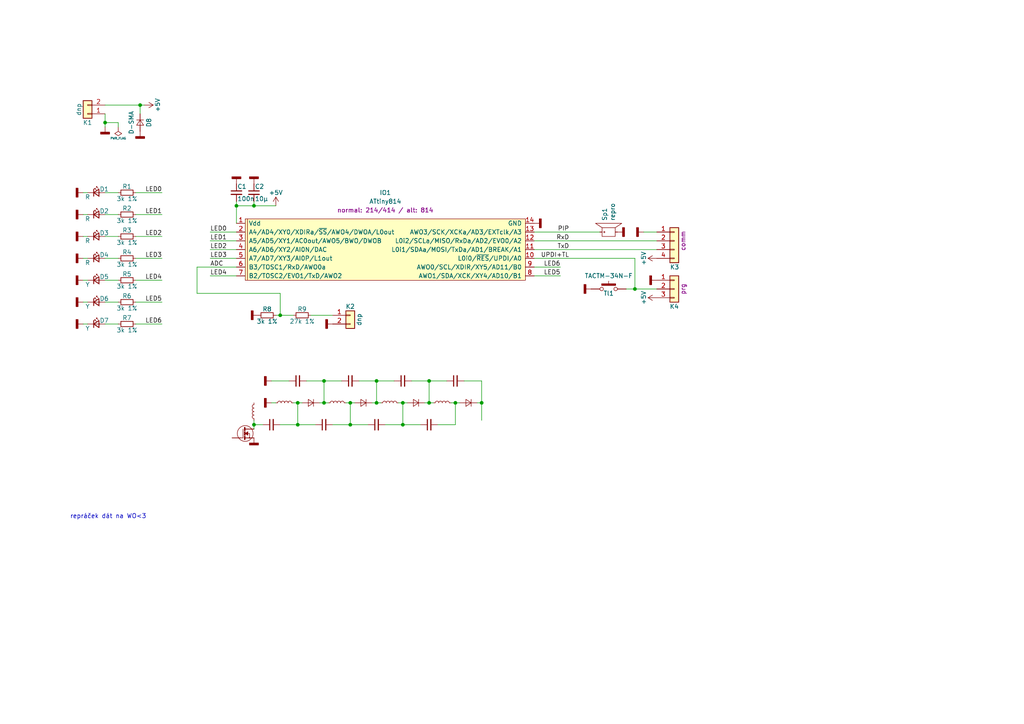
<source format=kicad_sch>
(kicad_sch
	(version 20231120)
	(generator "eeschema")
	(generator_version "8.0")
	(uuid "4805b1ef-0622-4cda-9044-597b50328771")
	(paper "A4")
	(lib_symbols
		(symbol "Connector_Generic:Conn_01x02"
			(pin_names
				(offset 1.016) hide)
			(exclude_from_sim no)
			(in_bom yes)
			(on_board yes)
			(property "Reference" "J"
				(at 0 2.54 0)
				(effects
					(font
						(size 1.27 1.27)
					)
				)
			)
			(property "Value" "Conn_01x02"
				(at 0 -5.08 0)
				(effects
					(font
						(size 1.27 1.27)
					)
				)
			)
			(property "Footprint" ""
				(at 0 0 0)
				(effects
					(font
						(size 1.27 1.27)
					)
					(hide yes)
				)
			)
			(property "Datasheet" "~"
				(at 0 0 0)
				(effects
					(font
						(size 1.27 1.27)
					)
					(hide yes)
				)
			)
			(property "Description" "Generic connector, single row, 01x02, script generated (kicad-library-utils/schlib/autogen/connector/)"
				(at 0 0 0)
				(effects
					(font
						(size 1.27 1.27)
					)
					(hide yes)
				)
			)
			(property "ki_keywords" "connector"
				(at 0 0 0)
				(effects
					(font
						(size 1.27 1.27)
					)
					(hide yes)
				)
			)
			(property "ki_fp_filters" "Connector*:*_1x??_*"
				(at 0 0 0)
				(effects
					(font
						(size 1.27 1.27)
					)
					(hide yes)
				)
			)
			(symbol "Conn_01x02_1_1"
				(rectangle
					(start -1.27 -2.413)
					(end 0 -2.667)
					(stroke
						(width 0.1524)
						(type default)
					)
					(fill
						(type none)
					)
				)
				(rectangle
					(start -1.27 0.127)
					(end 0 -0.127)
					(stroke
						(width 0.1524)
						(type default)
					)
					(fill
						(type none)
					)
				)
				(rectangle
					(start -1.27 1.27)
					(end 1.27 -3.81)
					(stroke
						(width 0.254)
						(type default)
					)
					(fill
						(type background)
					)
				)
				(pin passive line
					(at -5.08 0 0)
					(length 3.81)
					(name "Pin_1"
						(effects
							(font
								(size 1.27 1.27)
							)
						)
					)
					(number "1"
						(effects
							(font
								(size 1.27 1.27)
							)
						)
					)
				)
				(pin passive line
					(at -5.08 -2.54 0)
					(length 3.81)
					(name "Pin_2"
						(effects
							(font
								(size 1.27 1.27)
							)
						)
					)
					(number "2"
						(effects
							(font
								(size 1.27 1.27)
							)
						)
					)
				)
			)
		)
		(symbol "Connector_Generic:Conn_01x03"
			(pin_names
				(offset 1.016) hide)
			(exclude_from_sim no)
			(in_bom yes)
			(on_board yes)
			(property "Reference" "J"
				(at 0 5.08 0)
				(effects
					(font
						(size 1.27 1.27)
					)
				)
			)
			(property "Value" "Conn_01x03"
				(at 0 -5.08 0)
				(effects
					(font
						(size 1.27 1.27)
					)
				)
			)
			(property "Footprint" ""
				(at 0 0 0)
				(effects
					(font
						(size 1.27 1.27)
					)
					(hide yes)
				)
			)
			(property "Datasheet" "~"
				(at 0 0 0)
				(effects
					(font
						(size 1.27 1.27)
					)
					(hide yes)
				)
			)
			(property "Description" "Generic connector, single row, 01x03, script generated (kicad-library-utils/schlib/autogen/connector/)"
				(at 0 0 0)
				(effects
					(font
						(size 1.27 1.27)
					)
					(hide yes)
				)
			)
			(property "ki_keywords" "connector"
				(at 0 0 0)
				(effects
					(font
						(size 1.27 1.27)
					)
					(hide yes)
				)
			)
			(property "ki_fp_filters" "Connector*:*_1x??_*"
				(at 0 0 0)
				(effects
					(font
						(size 1.27 1.27)
					)
					(hide yes)
				)
			)
			(symbol "Conn_01x03_1_1"
				(rectangle
					(start -1.27 -2.413)
					(end 0 -2.667)
					(stroke
						(width 0.1524)
						(type default)
					)
					(fill
						(type none)
					)
				)
				(rectangle
					(start -1.27 0.127)
					(end 0 -0.127)
					(stroke
						(width 0.1524)
						(type default)
					)
					(fill
						(type none)
					)
				)
				(rectangle
					(start -1.27 2.667)
					(end 0 2.413)
					(stroke
						(width 0.1524)
						(type default)
					)
					(fill
						(type none)
					)
				)
				(rectangle
					(start -1.27 3.81)
					(end 1.27 -3.81)
					(stroke
						(width 0.254)
						(type default)
					)
					(fill
						(type background)
					)
				)
				(pin passive line
					(at -5.08 2.54 0)
					(length 3.81)
					(name "Pin_1"
						(effects
							(font
								(size 1.27 1.27)
							)
						)
					)
					(number "1"
						(effects
							(font
								(size 1.27 1.27)
							)
						)
					)
				)
				(pin passive line
					(at -5.08 0 0)
					(length 3.81)
					(name "Pin_2"
						(effects
							(font
								(size 1.27 1.27)
							)
						)
					)
					(number "2"
						(effects
							(font
								(size 1.27 1.27)
							)
						)
					)
				)
				(pin passive line
					(at -5.08 -2.54 0)
					(length 3.81)
					(name "Pin_3"
						(effects
							(font
								(size 1.27 1.27)
							)
						)
					)
					(number "3"
						(effects
							(font
								(size 1.27 1.27)
							)
						)
					)
				)
			)
		)
		(symbol "Connector_Generic:Conn_01x04"
			(pin_names
				(offset 1.016) hide)
			(exclude_from_sim no)
			(in_bom yes)
			(on_board yes)
			(property "Reference" "J"
				(at 0 5.08 0)
				(effects
					(font
						(size 1.27 1.27)
					)
				)
			)
			(property "Value" "Conn_01x04"
				(at 0 -7.62 0)
				(effects
					(font
						(size 1.27 1.27)
					)
				)
			)
			(property "Footprint" ""
				(at 0 0 0)
				(effects
					(font
						(size 1.27 1.27)
					)
					(hide yes)
				)
			)
			(property "Datasheet" "~"
				(at 0 0 0)
				(effects
					(font
						(size 1.27 1.27)
					)
					(hide yes)
				)
			)
			(property "Description" "Generic connector, single row, 01x04, script generated (kicad-library-utils/schlib/autogen/connector/)"
				(at 0 0 0)
				(effects
					(font
						(size 1.27 1.27)
					)
					(hide yes)
				)
			)
			(property "ki_keywords" "connector"
				(at 0 0 0)
				(effects
					(font
						(size 1.27 1.27)
					)
					(hide yes)
				)
			)
			(property "ki_fp_filters" "Connector*:*_1x??_*"
				(at 0 0 0)
				(effects
					(font
						(size 1.27 1.27)
					)
					(hide yes)
				)
			)
			(symbol "Conn_01x04_1_1"
				(rectangle
					(start -1.27 -4.953)
					(end 0 -5.207)
					(stroke
						(width 0.1524)
						(type default)
					)
					(fill
						(type none)
					)
				)
				(rectangle
					(start -1.27 -2.413)
					(end 0 -2.667)
					(stroke
						(width 0.1524)
						(type default)
					)
					(fill
						(type none)
					)
				)
				(rectangle
					(start -1.27 0.127)
					(end 0 -0.127)
					(stroke
						(width 0.1524)
						(type default)
					)
					(fill
						(type none)
					)
				)
				(rectangle
					(start -1.27 2.667)
					(end 0 2.413)
					(stroke
						(width 0.1524)
						(type default)
					)
					(fill
						(type none)
					)
				)
				(rectangle
					(start -1.27 3.81)
					(end 1.27 -6.35)
					(stroke
						(width 0.254)
						(type default)
					)
					(fill
						(type background)
					)
				)
				(pin passive line
					(at -5.08 2.54 0)
					(length 3.81)
					(name "Pin_1"
						(effects
							(font
								(size 1.27 1.27)
							)
						)
					)
					(number "1"
						(effects
							(font
								(size 1.27 1.27)
							)
						)
					)
				)
				(pin passive line
					(at -5.08 0 0)
					(length 3.81)
					(name "Pin_2"
						(effects
							(font
								(size 1.27 1.27)
							)
						)
					)
					(number "2"
						(effects
							(font
								(size 1.27 1.27)
							)
						)
					)
				)
				(pin passive line
					(at -5.08 -2.54 0)
					(length 3.81)
					(name "Pin_3"
						(effects
							(font
								(size 1.27 1.27)
							)
						)
					)
					(number "3"
						(effects
							(font
								(size 1.27 1.27)
							)
						)
					)
				)
				(pin passive line
					(at -5.08 -5.08 0)
					(length 3.81)
					(name "Pin_4"
						(effects
							(font
								(size 1.27 1.27)
							)
						)
					)
					(number "4"
						(effects
							(font
								(size 1.27 1.27)
							)
						)
					)
				)
			)
		)
		(symbol "Device:C_Small"
			(pin_numbers hide)
			(pin_names
				(offset 0.254) hide)
			(exclude_from_sim no)
			(in_bom yes)
			(on_board yes)
			(property "Reference" "C"
				(at 0.254 1.778 0)
				(effects
					(font
						(size 1.27 1.27)
					)
					(justify left)
				)
			)
			(property "Value" "C_Small"
				(at 0.254 -2.032 0)
				(effects
					(font
						(size 1.27 1.27)
					)
					(justify left)
				)
			)
			(property "Footprint" ""
				(at 0 0 0)
				(effects
					(font
						(size 1.27 1.27)
					)
					(hide yes)
				)
			)
			(property "Datasheet" "~"
				(at 0 0 0)
				(effects
					(font
						(size 1.27 1.27)
					)
					(hide yes)
				)
			)
			(property "Description" "Unpolarized capacitor, small symbol"
				(at 0 0 0)
				(effects
					(font
						(size 1.27 1.27)
					)
					(hide yes)
				)
			)
			(property "ki_keywords" "capacitor cap"
				(at 0 0 0)
				(effects
					(font
						(size 1.27 1.27)
					)
					(hide yes)
				)
			)
			(property "ki_fp_filters" "C_*"
				(at 0 0 0)
				(effects
					(font
						(size 1.27 1.27)
					)
					(hide yes)
				)
			)
			(symbol "C_Small_0_1"
				(polyline
					(pts
						(xy -1.524 -0.508) (xy 1.524 -0.508)
					)
					(stroke
						(width 0.3302)
						(type default)
					)
					(fill
						(type none)
					)
				)
				(polyline
					(pts
						(xy -1.524 0.508) (xy 1.524 0.508)
					)
					(stroke
						(width 0.3048)
						(type default)
					)
					(fill
						(type none)
					)
				)
			)
			(symbol "C_Small_1_1"
				(pin passive line
					(at 0 2.54 270)
					(length 2.032)
					(name "~"
						(effects
							(font
								(size 1.27 1.27)
							)
						)
					)
					(number "1"
						(effects
							(font
								(size 1.27 1.27)
							)
						)
					)
				)
				(pin passive line
					(at 0 -2.54 90)
					(length 2.032)
					(name "~"
						(effects
							(font
								(size 1.27 1.27)
							)
						)
					)
					(number "2"
						(effects
							(font
								(size 1.27 1.27)
							)
						)
					)
				)
			)
		)
		(symbol "Device:LED_Small"
			(pin_numbers hide)
			(pin_names
				(offset 0.254) hide)
			(exclude_from_sim no)
			(in_bom yes)
			(on_board yes)
			(property "Reference" "D"
				(at -1.27 3.175 0)
				(effects
					(font
						(size 1.27 1.27)
					)
					(justify left)
				)
			)
			(property "Value" "LED_Small"
				(at -4.445 -2.54 0)
				(effects
					(font
						(size 1.27 1.27)
					)
					(justify left)
				)
			)
			(property "Footprint" ""
				(at 0 0 90)
				(effects
					(font
						(size 1.27 1.27)
					)
					(hide yes)
				)
			)
			(property "Datasheet" "~"
				(at 0 0 90)
				(effects
					(font
						(size 1.27 1.27)
					)
					(hide yes)
				)
			)
			(property "Description" "Light emitting diode, small symbol"
				(at 0 0 0)
				(effects
					(font
						(size 1.27 1.27)
					)
					(hide yes)
				)
			)
			(property "ki_keywords" "LED diode light-emitting-diode"
				(at 0 0 0)
				(effects
					(font
						(size 1.27 1.27)
					)
					(hide yes)
				)
			)
			(property "ki_fp_filters" "LED* LED_SMD:* LED_THT:*"
				(at 0 0 0)
				(effects
					(font
						(size 1.27 1.27)
					)
					(hide yes)
				)
			)
			(symbol "LED_Small_0_1"
				(polyline
					(pts
						(xy -0.762 -1.016) (xy -0.762 1.016)
					)
					(stroke
						(width 0.254)
						(type default)
					)
					(fill
						(type none)
					)
				)
				(polyline
					(pts
						(xy 1.016 0) (xy -0.762 0)
					)
					(stroke
						(width 0)
						(type default)
					)
					(fill
						(type none)
					)
				)
				(polyline
					(pts
						(xy 0.762 -1.016) (xy -0.762 0) (xy 0.762 1.016) (xy 0.762 -1.016)
					)
					(stroke
						(width 0.254)
						(type default)
					)
					(fill
						(type none)
					)
				)
				(polyline
					(pts
						(xy 0 0.762) (xy -0.508 1.27) (xy -0.254 1.27) (xy -0.508 1.27) (xy -0.508 1.016)
					)
					(stroke
						(width 0)
						(type default)
					)
					(fill
						(type none)
					)
				)
				(polyline
					(pts
						(xy 0.508 1.27) (xy 0 1.778) (xy 0.254 1.778) (xy 0 1.778) (xy 0 1.524)
					)
					(stroke
						(width 0)
						(type default)
					)
					(fill
						(type none)
					)
				)
			)
			(symbol "LED_Small_1_1"
				(pin passive line
					(at -2.54 0 0)
					(length 1.778)
					(name "K"
						(effects
							(font
								(size 1.27 1.27)
							)
						)
					)
					(number "1"
						(effects
							(font
								(size 1.27 1.27)
							)
						)
					)
				)
				(pin passive line
					(at 2.54 0 180)
					(length 1.778)
					(name "A"
						(effects
							(font
								(size 1.27 1.27)
							)
						)
					)
					(number "2"
						(effects
							(font
								(size 1.27 1.27)
							)
						)
					)
				)
			)
		)
		(symbol "Device:L_Small"
			(pin_numbers hide)
			(pin_names
				(offset 0.254) hide)
			(exclude_from_sim no)
			(in_bom yes)
			(on_board yes)
			(property "Reference" "L"
				(at 0.762 1.016 0)
				(effects
					(font
						(size 1.27 1.27)
					)
					(justify left)
				)
			)
			(property "Value" "L_Small"
				(at 0.762 -1.016 0)
				(effects
					(font
						(size 1.27 1.27)
					)
					(justify left)
				)
			)
			(property "Footprint" ""
				(at 0 0 0)
				(effects
					(font
						(size 1.27 1.27)
					)
					(hide yes)
				)
			)
			(property "Datasheet" "~"
				(at 0 0 0)
				(effects
					(font
						(size 1.27 1.27)
					)
					(hide yes)
				)
			)
			(property "Description" "Inductor, small symbol"
				(at 0 0 0)
				(effects
					(font
						(size 1.27 1.27)
					)
					(hide yes)
				)
			)
			(property "ki_keywords" "inductor choke coil reactor magnetic"
				(at 0 0 0)
				(effects
					(font
						(size 1.27 1.27)
					)
					(hide yes)
				)
			)
			(property "ki_fp_filters" "Choke_* *Coil* Inductor_* L_*"
				(at 0 0 0)
				(effects
					(font
						(size 1.27 1.27)
					)
					(hide yes)
				)
			)
			(symbol "L_Small_0_1"
				(arc
					(start 0 -2.032)
					(mid 0.5058 -1.524)
					(end 0 -1.016)
					(stroke
						(width 0)
						(type default)
					)
					(fill
						(type none)
					)
				)
				(arc
					(start 0 -1.016)
					(mid 0.5058 -0.508)
					(end 0 0)
					(stroke
						(width 0)
						(type default)
					)
					(fill
						(type none)
					)
				)
				(arc
					(start 0 0)
					(mid 0.5058 0.508)
					(end 0 1.016)
					(stroke
						(width 0)
						(type default)
					)
					(fill
						(type none)
					)
				)
				(arc
					(start 0 1.016)
					(mid 0.5058 1.524)
					(end 0 2.032)
					(stroke
						(width 0)
						(type default)
					)
					(fill
						(type none)
					)
				)
			)
			(symbol "L_Small_1_1"
				(pin passive line
					(at 0 2.54 270)
					(length 0.508)
					(name "~"
						(effects
							(font
								(size 1.27 1.27)
							)
						)
					)
					(number "1"
						(effects
							(font
								(size 1.27 1.27)
							)
						)
					)
				)
				(pin passive line
					(at 0 -2.54 90)
					(length 0.508)
					(name "~"
						(effects
							(font
								(size 1.27 1.27)
							)
						)
					)
					(number "2"
						(effects
							(font
								(size 1.27 1.27)
							)
						)
					)
				)
			)
		)
		(symbol "Device:R_Small"
			(pin_numbers hide)
			(pin_names
				(offset 0.254) hide)
			(exclude_from_sim no)
			(in_bom yes)
			(on_board yes)
			(property "Reference" "R"
				(at 0.762 0.508 0)
				(effects
					(font
						(size 1.27 1.27)
					)
					(justify left)
				)
			)
			(property "Value" "R_Small"
				(at 0.762 -1.016 0)
				(effects
					(font
						(size 1.27 1.27)
					)
					(justify left)
				)
			)
			(property "Footprint" ""
				(at 0 0 0)
				(effects
					(font
						(size 1.27 1.27)
					)
					(hide yes)
				)
			)
			(property "Datasheet" "~"
				(at 0 0 0)
				(effects
					(font
						(size 1.27 1.27)
					)
					(hide yes)
				)
			)
			(property "Description" "Resistor, small symbol"
				(at 0 0 0)
				(effects
					(font
						(size 1.27 1.27)
					)
					(hide yes)
				)
			)
			(property "ki_keywords" "R resistor"
				(at 0 0 0)
				(effects
					(font
						(size 1.27 1.27)
					)
					(hide yes)
				)
			)
			(property "ki_fp_filters" "R_*"
				(at 0 0 0)
				(effects
					(font
						(size 1.27 1.27)
					)
					(hide yes)
				)
			)
			(symbol "R_Small_0_1"
				(rectangle
					(start -0.762 1.778)
					(end 0.762 -1.778)
					(stroke
						(width 0.2032)
						(type default)
					)
					(fill
						(type none)
					)
				)
			)
			(symbol "R_Small_1_1"
				(pin passive line
					(at 0 2.54 270)
					(length 0.762)
					(name "~"
						(effects
							(font
								(size 1.27 1.27)
							)
						)
					)
					(number "1"
						(effects
							(font
								(size 1.27 1.27)
							)
						)
					)
				)
				(pin passive line
					(at 0 -2.54 90)
					(length 0.762)
					(name "~"
						(effects
							(font
								(size 1.27 1.27)
							)
						)
					)
					(number "2"
						(effects
							(font
								(size 1.27 1.27)
							)
						)
					)
				)
			)
		)
		(symbol "_diskretni:D_std"
			(pin_numbers hide)
			(pin_names
				(offset 0.254) hide)
			(exclude_from_sim no)
			(in_bom yes)
			(on_board yes)
			(property "Reference" "D"
				(at -1.27 2.032 0)
				(effects
					(font
						(size 1.27 1.27)
					)
					(justify left)
				)
			)
			(property "Value" "D_std"
				(at -3.81 -2.032 0)
				(effects
					(font
						(size 1.27 1.27)
					)
					(justify left)
				)
			)
			(property "Footprint" ""
				(at 0 0 90)
				(effects
					(font
						(size 1.27 1.27)
					)
					(hide yes)
				)
			)
			(property "Datasheet" "~"
				(at 0 0 90)
				(effects
					(font
						(size 1.27 1.27)
					)
					(hide yes)
				)
			)
			(property "Description" "Diode, small symbol"
				(at 0 0 0)
				(effects
					(font
						(size 1.27 1.27)
					)
					(hide yes)
				)
			)
			(property "note" "norm: K1-A2 / deMorgan: A1-K3 (SOT23)"
				(at 8.89 3.81 0)
				(effects
					(font
						(size 1.27 1.27)
					)
				)
			)
			(property "ki_keywords" "diode"
				(at 0 0 0)
				(effects
					(font
						(size 1.27 1.27)
					)
					(hide yes)
				)
			)
			(property "ki_fp_filters" "TO-???* *_Diode_* *SingleDiode* D_*"
				(at 0 0 0)
				(effects
					(font
						(size 1.27 1.27)
					)
					(hide yes)
				)
			)
			(symbol "D_std_0_1"
				(polyline
					(pts
						(xy -0.762 -1.016) (xy -0.762 1.016)
					)
					(stroke
						(width 0)
						(type solid)
					)
					(fill
						(type none)
					)
				)
				(polyline
					(pts
						(xy -0.762 0) (xy 0.762 0)
					)
					(stroke
						(width 0)
						(type solid)
					)
					(fill
						(type none)
					)
				)
				(polyline
					(pts
						(xy 0.762 -1.016) (xy -0.762 0) (xy 0.762 1.016) (xy 0.762 -1.016)
					)
					(stroke
						(width 0)
						(type solid)
					)
					(fill
						(type none)
					)
				)
			)
			(symbol "D_std_0_2"
				(polyline
					(pts
						(xy 1.27 0) (xy -1.27 0)
					)
					(stroke
						(width 0)
						(type solid)
					)
					(fill
						(type none)
					)
				)
			)
			(symbol "D_std_1_1"
				(pin passive line
					(at -2.54 0 0)
					(length 1.778)
					(name "K"
						(effects
							(font
								(size 1.27 1.27)
							)
						)
					)
					(number "1"
						(effects
							(font
								(size 1.27 1.27)
							)
						)
					)
				)
				(pin passive line
					(at 2.54 0 180)
					(length 1.778)
					(name "A"
						(effects
							(font
								(size 1.27 1.27)
							)
						)
					)
					(number "2"
						(effects
							(font
								(size 1.27 1.27)
							)
						)
					)
				)
			)
			(symbol "D_std_1_2"
				(polyline
					(pts
						(xy -0.762 -1.016) (xy -0.762 1.016)
					)
					(stroke
						(width 0)
						(type solid)
					)
					(fill
						(type none)
					)
				)
				(polyline
					(pts
						(xy 0.762 -1.016) (xy -0.762 0) (xy 0.762 1.016) (xy 0.762 -1.016)
					)
					(stroke
						(width 0)
						(type solid)
					)
					(fill
						(type none)
					)
				)
				(pin passive line
					(at 2.54 0 180)
					(length 1.778)
					(name "A"
						(effects
							(font
								(size 1.27 1.27)
							)
						)
					)
					(number "1"
						(effects
							(font
								(size 1.27 1.27)
							)
						)
					)
				)
				(pin passive line
					(at -2.54 0 0)
					(length 1.778)
					(name "K"
						(effects
							(font
								(size 1.27 1.27)
							)
						)
					)
					(number "3"
						(effects
							(font
								(size 1.27 1.27)
							)
						)
					)
				)
			)
		)
		(symbol "_diskretni:MOSFET-N"
			(pin_numbers hide)
			(pin_names
				(offset 1.016) hide)
			(exclude_from_sim no)
			(in_bom yes)
			(on_board yes)
			(property "Reference" "T"
				(at -2.794 -3.302 0)
				(effects
					(font
						(size 1.27 1.27)
					)
				)
			)
			(property "Value" "MOSFET-N"
				(at 2.54 3.556 0)
				(effects
					(font
						(size 1.27 1.27)
					)
					(justify right)
				)
			)
			(property "Footprint" "_diskretni:SOT23-hand"
				(at 0 0 0)
				(effects
					(font
						(size 1.27 1.27)
					)
					(hide yes)
				)
			)
			(property "Datasheet" ""
				(at 0 0 0)
				(effects
					(font
						(size 1.27 1.27)
					)
					(hide yes)
				)
			)
			(property "Description" ""
				(at 0 0 0)
				(effects
					(font
						(size 1.27 1.27)
					)
					(hide yes)
				)
			)
			(property "Poznamka" "Normal sym: SOT23 / Alt. sym: DPAK"
				(at 0 0 0)
				(effects
					(font
						(size 1.27 1.27)
					)
				)
			)
			(symbol "MOSFET-N_0_1"
				(rectangle
					(start 0 -0.762)
					(end -0.254 -1.778)
					(stroke
						(width 0)
						(type solid)
					)
					(fill
						(type outline)
					)
				)
				(polyline
					(pts
						(xy -1.27 -1.27) (xy -0.635 -1.27)
					)
					(stroke
						(width 0)
						(type solid)
					)
					(fill
						(type none)
					)
				)
				(polyline
					(pts
						(xy -0.635 -1.27) (xy -0.635 1.27)
					)
					(stroke
						(width 0)
						(type solid)
					)
					(fill
						(type none)
					)
				)
				(polyline
					(pts
						(xy 0 0) (xy 1.27 0) (xy 1.27 -1.27)
					)
					(stroke
						(width 0)
						(type solid)
					)
					(fill
						(type none)
					)
				)
				(circle
					(center 0 0)
					(radius 2.286)
					(stroke
						(width 0)
						(type solid)
					)
					(fill
						(type none)
					)
				)
				(rectangle
					(start 0 0.508)
					(end -0.254 -0.508)
					(stroke
						(width 0)
						(type solid)
					)
					(fill
						(type outline)
					)
				)
				(rectangle
					(start 0 0.762)
					(end -0.254 1.778)
					(stroke
						(width 0)
						(type solid)
					)
					(fill
						(type outline)
					)
				)
			)
			(symbol "MOSFET-N_1_1"
				(polyline
					(pts
						(xy 0.762 0.508) (xy 0 0) (xy 0.762 -0.508) (xy 0.762 0.508)
					)
					(stroke
						(width 0)
						(type solid)
					)
					(fill
						(type outline)
					)
				)
				(circle
					(center 1.27 -1.27)
					(radius 0.1524)
					(stroke
						(width 0)
						(type solid)
					)
					(fill
						(type none)
					)
				)
				(pin passive line
					(at -3.81 -1.27 0)
					(length 2.54)
					(name "G"
						(effects
							(font
								(size 1.27 1.27)
							)
						)
					)
					(number "1"
						(effects
							(font
								(size 1.27 1.27)
							)
						)
					)
				)
				(pin passive line
					(at 2.54 -1.27 180)
					(length 2.54)
					(name "S"
						(effects
							(font
								(size 1.27 1.27)
							)
						)
					)
					(number "2"
						(effects
							(font
								(size 1.27 1.27)
							)
						)
					)
				)
				(pin passive line
					(at 2.54 1.27 180)
					(length 2.54)
					(name "D"
						(effects
							(font
								(size 1.27 1.27)
							)
						)
					)
					(number "3"
						(effects
							(font
								(size 1.27 1.27)
							)
						)
					)
				)
			)
			(symbol "MOSFET-N_1_2"
				(rectangle
					(start 0 -0.762)
					(end -0.254 -1.778)
					(stroke
						(width 0)
						(type solid)
					)
					(fill
						(type outline)
					)
				)
				(polyline
					(pts
						(xy -1.27 -1.27) (xy -0.635 -1.27)
					)
					(stroke
						(width 0)
						(type solid)
					)
					(fill
						(type none)
					)
				)
				(polyline
					(pts
						(xy -0.635 -1.27) (xy -0.635 1.27)
					)
					(stroke
						(width 0)
						(type solid)
					)
					(fill
						(type none)
					)
				)
				(polyline
					(pts
						(xy 0 0) (xy 1.27 0) (xy 1.27 -1.27)
					)
					(stroke
						(width 0)
						(type solid)
					)
					(fill
						(type none)
					)
				)
				(polyline
					(pts
						(xy 0.762 0.508) (xy 0 0) (xy 0.762 -0.508) (xy 0.762 0.508)
					)
					(stroke
						(width 0)
						(type solid)
					)
					(fill
						(type outline)
					)
				)
				(circle
					(center 0 0)
					(radius 2.286)
					(stroke
						(width 0)
						(type solid)
					)
					(fill
						(type none)
					)
				)
				(rectangle
					(start 0 0.508)
					(end -0.254 -0.508)
					(stroke
						(width 0)
						(type solid)
					)
					(fill
						(type outline)
					)
				)
				(rectangle
					(start 0 0.762)
					(end -0.254 1.778)
					(stroke
						(width 0)
						(type solid)
					)
					(fill
						(type outline)
					)
				)
				(circle
					(center 1.27 -1.27)
					(radius 0.1524)
					(stroke
						(width 0)
						(type solid)
					)
					(fill
						(type none)
					)
				)
				(pin passive line
					(at -3.81 -1.27 0)
					(length 2.54)
					(name "G"
						(effects
							(font
								(size 1.27 1.27)
							)
						)
					)
					(number "1"
						(effects
							(font
								(size 1.27 1.27)
							)
						)
					)
				)
				(pin passive line
					(at 2.54 1.27 180)
					(length 2.54)
					(name "D"
						(effects
							(font
								(size 1.27 1.27)
							)
						)
					)
					(number "2"
						(effects
							(font
								(size 1.27 1.27)
							)
						)
					)
				)
				(pin passive line
					(at 2.54 -1.27 180)
					(length 2.54)
					(name "S"
						(effects
							(font
								(size 1.27 1.27)
							)
						)
					)
					(number "3"
						(effects
							(font
								(size 1.27 1.27)
							)
						)
					)
				)
			)
		)
		(symbol "_io:ATtiny414"
			(pin_names
				(offset 1.016)
			)
			(exclude_from_sim no)
			(in_bom yes)
			(on_board yes)
			(property "Reference" "IO"
				(at -38.1 -10.16 0)
				(effects
					(font
						(size 1.27 1.27)
					)
					(justify left)
				)
			)
			(property "Value" "ATtiny414"
				(at -38.1 10.16 0)
				(effects
					(font
						(size 1.27 1.27)
					)
					(justify left)
				)
			)
			(property "Footprint" "_io:SO14"
				(at -33.02 10.16 0)
				(effects
					(font
						(size 1.27 1.27)
					)
					(hide yes)
				)
			)
			(property "Datasheet" "http://ww1.microchip.com/downloads/en/DeviceDoc/40001912A.pdf"
				(at -33.02 10.16 0)
				(effects
					(font
						(size 1.27 1.27)
					)
					(hide yes)
				)
			)
			(property "Description" "MCU AVR tiny"
				(at 0 0 0)
				(effects
					(font
						(size 1.27 1.27)
					)
					(hide yes)
				)
			)
			(property "link" "https://cz.farnell.com/microchip/attiny214-ssnr/mcu-8bit-20mhz-soic-14/dp/3131934?st=attiny214"
				(at 1.27 -12.7 0)
				(effects
					(font
						(size 1.27 1.27)
					)
					(hide yes)
				)
			)
			(property "note" "normal: 214/414 / alt: 814"
				(at -2.54 -10.795 0)
				(effects
					(font
						(size 1.27 1.27)
					)
				)
			)
			(symbol "ATtiny414_0_1"
				(rectangle
					(start -38.1 8.89)
					(end 38.1 -8.89)
					(stroke
						(width 0)
						(type solid)
					)
					(fill
						(type background)
					)
				)
				(polyline
					(pts
						(xy -37.338 8.89) (xy -37.338 -8.89)
					)
					(stroke
						(width 0)
						(type solid)
					)
					(fill
						(type none)
					)
				)
			)
			(symbol "ATtiny414_1_1"
				(pin passive line
					(at -40.64 7.62 0)
					(length 2.54)
					(name "Vdd"
						(effects
							(font
								(size 1.27 1.27)
							)
						)
					)
					(number "1"
						(effects
							(font
								(size 1.27 1.27)
							)
						)
					)
				)
				(pin passive line
					(at 40.64 -2.54 180)
					(length 2.54)
					(name "L0i0/~{RES}/UPDI/A0"
						(effects
							(font
								(size 1.27 1.27)
							)
						)
					)
					(number "10"
						(effects
							(font
								(size 1.27 1.27)
							)
						)
					)
				)
				(pin passive line
					(at 40.64 0 180)
					(length 2.54)
					(name "L0i1/SDAa/MOSI/TxDa/AD1/BREAK/A1"
						(effects
							(font
								(size 1.27 1.27)
							)
						)
					)
					(number "11"
						(effects
							(font
								(size 1.27 1.27)
							)
						)
					)
				)
				(pin passive line
					(at 40.64 2.54 180)
					(length 2.54)
					(name "L0i2/SCLa/MISO/RxDa/AD2/EVO0/A2"
						(effects
							(font
								(size 1.27 1.27)
							)
						)
					)
					(number "12"
						(effects
							(font
								(size 1.27 1.27)
							)
						)
					)
				)
				(pin passive line
					(at 40.64 5.08 180)
					(length 2.54)
					(name "AWO3/SCK/XCKa/AD3/EXTclk/A3"
						(effects
							(font
								(size 1.27 1.27)
							)
						)
					)
					(number "13"
						(effects
							(font
								(size 1.27 1.27)
							)
						)
					)
				)
				(pin passive line
					(at 40.64 7.62 180)
					(length 2.54)
					(name "GND"
						(effects
							(font
								(size 1.27 1.27)
							)
						)
					)
					(number "14"
						(effects
							(font
								(size 1.27 1.27)
							)
						)
					)
				)
				(pin passive line
					(at -40.64 5.08 0)
					(length 2.54)
					(name "A4/AD4/XDIRa/~{SS}/AWO4/DWOA/L0out"
						(effects
							(font
								(size 1.27 1.27)
							)
						)
					)
					(number "2"
						(effects
							(font
								(size 1.27 1.27)
							)
						)
					)
				)
				(pin passive line
					(at -40.64 2.54 0)
					(length 2.54)
					(name "A5/AD5/AC0out/AWO5/BWO/DWOB"
						(effects
							(font
								(size 1.27 1.27)
							)
						)
					)
					(number "3"
						(effects
							(font
								(size 1.27 1.27)
							)
						)
					)
				)
				(pin passive line
					(at -40.64 0 0)
					(length 2.54)
					(name "A6/AD6/AI0N/DAC"
						(effects
							(font
								(size 1.27 1.27)
							)
						)
					)
					(number "4"
						(effects
							(font
								(size 1.27 1.27)
							)
						)
					)
				)
				(pin passive line
					(at -40.64 -2.54 0)
					(length 2.54)
					(name "A7/AD7/AI0P/L1out"
						(effects
							(font
								(size 1.27 1.27)
							)
						)
					)
					(number "5"
						(effects
							(font
								(size 1.27 1.27)
							)
						)
					)
				)
				(pin passive line
					(at -40.64 -5.08 0)
					(length 2.54)
					(name "B3/TOSC1/RxD/AWO0a"
						(effects
							(font
								(size 1.27 1.27)
							)
						)
					)
					(number "6"
						(effects
							(font
								(size 1.27 1.27)
							)
						)
					)
				)
				(pin passive line
					(at -40.64 -7.62 0)
					(length 2.54)
					(name "B2/TOSC2/EVO1/TxD/AWO2"
						(effects
							(font
								(size 1.27 1.27)
							)
						)
					)
					(number "7"
						(effects
							(font
								(size 1.27 1.27)
							)
						)
					)
				)
				(pin passive line
					(at 40.64 -7.62 180)
					(length 2.54)
					(name "AWO1/SDA/XCK/AD10/B1"
						(effects
							(font
								(size 1.27 1.27)
							)
						)
					)
					(number "8"
						(effects
							(font
								(size 1.27 1.27)
							)
						)
					)
				)
				(pin passive line
					(at 40.64 -5.08 180)
					(length 2.54)
					(name "AWO0/SCL/XDIR/AD11/B0"
						(effects
							(font
								(size 1.27 1.27)
							)
						)
					)
					(number "9"
						(effects
							(font
								(size 1.27 1.27)
							)
						)
					)
				)
			)
			(symbol "ATtiny414_1_2"
				(rectangle
					(start -40.64 8.89)
					(end 40.64 -8.89)
					(stroke
						(width 0)
						(type default)
					)
					(fill
						(type background)
					)
				)
				(polyline
					(pts
						(xy -40.005 8.89) (xy -40.005 -8.89)
					)
					(stroke
						(width 0)
						(type default)
					)
					(fill
						(type none)
					)
				)
				(pin passive line
					(at -43.18 7.62 0)
					(length 2.54)
					(name "Vdd"
						(effects
							(font
								(size 1.27 1.27)
							)
						)
					)
					(number "1"
						(effects
							(font
								(size 1.27 1.27)
							)
						)
					)
				)
				(pin passive line
					(at 43.18 -2.54 180)
					(length 2.54)
					(name "L0i0/~{RES}/UPDI/A0"
						(effects
							(font
								(size 1.27 1.27)
							)
						)
					)
					(number "10"
						(effects
							(font
								(size 1.27 1.27)
							)
						)
					)
				)
				(pin passive line
					(at 43.18 0 180)
					(length 2.54)
					(name "L0i1/SDAa/MOSI/TxDa/AD1/BREAK/A1"
						(effects
							(font
								(size 1.27 1.27)
							)
						)
					)
					(number "11"
						(effects
							(font
								(size 1.27 1.27)
							)
						)
					)
				)
				(pin passive line
					(at 43.18 2.54 180)
					(length 2.54)
					(name "L0i2/SCLa/MISO/RxDa/AD2/EVO0/A2"
						(effects
							(font
								(size 1.27 1.27)
							)
						)
					)
					(number "12"
						(effects
							(font
								(size 1.27 1.27)
							)
						)
					)
				)
				(pin passive line
					(at 43.18 5.08 180)
					(length 2.54)
					(name "AWO3/SCK/XCKa/AD3/EXTclk/A3"
						(effects
							(font
								(size 1.27 1.27)
							)
						)
					)
					(number "13"
						(effects
							(font
								(size 1.27 1.27)
							)
						)
					)
				)
				(pin passive line
					(at 43.18 7.62 180)
					(length 2.54)
					(name "GND"
						(effects
							(font
								(size 1.27 1.27)
							)
						)
					)
					(number "14"
						(effects
							(font
								(size 1.27 1.27)
							)
						)
					)
				)
				(pin passive line
					(at -43.18 5.08 0)
					(length 2.54)
					(name "A4/AD4/XY0/XDIRa/~{SS}/AWO4/DWOA/L0out"
						(effects
							(font
								(size 1.27 1.27)
							)
						)
					)
					(number "2"
						(effects
							(font
								(size 1.27 1.27)
							)
						)
					)
				)
				(pin passive line
					(at -43.18 2.54 0)
					(length 2.54)
					(name "A5/AD5/XY1/AC0out/AWO5/BWO/DWOB"
						(effects
							(font
								(size 1.27 1.27)
							)
						)
					)
					(number "3"
						(effects
							(font
								(size 1.27 1.27)
							)
						)
					)
				)
				(pin passive line
					(at -43.18 0 0)
					(length 2.54)
					(name "A6/AD6/XY2/AI0N/DAC"
						(effects
							(font
								(size 1.27 1.27)
							)
						)
					)
					(number "4"
						(effects
							(font
								(size 1.27 1.27)
							)
						)
					)
				)
				(pin passive line
					(at -43.18 -2.54 0)
					(length 2.54)
					(name "A7/AD7/XY3/AI0P/L1out"
						(effects
							(font
								(size 1.27 1.27)
							)
						)
					)
					(number "5"
						(effects
							(font
								(size 1.27 1.27)
							)
						)
					)
				)
				(pin passive line
					(at -43.18 -5.08 0)
					(length 2.54)
					(name "B3/TOSC1/RxD/AWO0a"
						(effects
							(font
								(size 1.27 1.27)
							)
						)
					)
					(number "6"
						(effects
							(font
								(size 1.27 1.27)
							)
						)
					)
				)
				(pin passive line
					(at -43.18 -7.62 0)
					(length 2.54)
					(name "B2/TOSC2/EVO1/TxD/AWO2"
						(effects
							(font
								(size 1.27 1.27)
							)
						)
					)
					(number "7"
						(effects
							(font
								(size 1.27 1.27)
							)
						)
					)
				)
				(pin passive line
					(at 43.18 -7.62 180)
					(length 2.54)
					(name "AWO1/SDA/XCK/XY4/AD10/B1"
						(effects
							(font
								(size 1.27 1.27)
							)
						)
					)
					(number "8"
						(effects
							(font
								(size 1.27 1.27)
							)
						)
					)
				)
				(pin passive line
					(at 43.18 -5.08 180)
					(length 2.54)
					(name "AWO0/SCL/XDIR/XY5/AD11/B0"
						(effects
							(font
								(size 1.27 1.27)
							)
						)
					)
					(number "9"
						(effects
							(font
								(size 1.27 1.27)
							)
						)
					)
				)
			)
		)
		(symbol "_ostatni:repro"
			(pin_numbers hide)
			(pin_names
				(offset 1.016) hide)
			(exclude_from_sim no)
			(in_bom yes)
			(on_board yes)
			(property "Reference" "Sp"
				(at 0 0 90)
				(effects
					(font
						(size 1.27 1.27)
					)
				)
			)
			(property "Value" "repro"
				(at -2.794 0 90)
				(effects
					(font
						(size 1.27 1.27)
					)
				)
			)
			(property "Footprint" "_ostatni:repro-D12-RM6.5-pol"
				(at -2.794 0 90)
				(effects
					(font
						(size 1.27 1.27)
					)
					(hide yes)
				)
			)
			(property "Datasheet" "https://www.tme.eu/Document/ea79878f4d1471c304967384ab2ce8c4/ld-bzen-1212.pdf"
				(at -2.794 0 90)
				(effects
					(font
						(size 1.27 1.27)
					)
					(hide yes)
				)
			)
			(property "Description" ""
				(at 0 0 0)
				(effects
					(font
						(size 1.27 1.27)
					)
					(hide yes)
				)
			)
			(property "link" "https://www.tme.eu/cz/details/ld-bzen-1212/elektromag-signalizatory-bez-generatoru/loudity/"
				(at 0 0 0)
				(effects
					(font
						(size 1.27 1.27)
					)
					(hide yes)
				)
			)
			(property "price" "6.5vm3, 5.1vm20"
				(at 0 0 0)
				(effects
					(font
						(size 1.27 1.27)
					)
					(hide yes)
				)
			)
			(symbol "repro_0_1"
				(rectangle
					(start -1.27 1.905)
					(end 1.27 -1.905)
					(stroke
						(width 0)
						(type solid)
					)
					(fill
						(type none)
					)
				)
				(polyline
					(pts
						(xy -0.254 1.27) (xy 0.254 1.27)
					)
					(stroke
						(width 0)
						(type solid)
					)
					(fill
						(type none)
					)
				)
				(polyline
					(pts
						(xy 0 1.524) (xy 0 1.016)
					)
					(stroke
						(width 0)
						(type solid)
					)
					(fill
						(type none)
					)
				)
				(polyline
					(pts
						(xy 1.27 1.905) (xy 2.54 3.81) (xy 2.54 -3.81) (xy 1.27 -1.905)
					)
					(stroke
						(width 0)
						(type solid)
					)
					(fill
						(type none)
					)
				)
			)
			(symbol "repro_1_1"
				(pin passive line
					(at 0 2.54 270)
					(length 0.635)
					(name "p"
						(effects
							(font
								(size 1.27 1.27)
							)
						)
					)
					(number "1"
						(effects
							(font
								(size 1.27 1.27)
							)
						)
					)
				)
				(pin passive line
					(at 0 -2.54 90)
					(length 0.635)
					(name "m"
						(effects
							(font
								(size 1.27 1.27)
							)
						)
					)
					(number "2"
						(effects
							(font
								(size 1.27 1.27)
							)
						)
					)
				)
			)
		)
		(symbol "_ostatni:tlac2"
			(pin_numbers hide)
			(pin_names
				(offset 1.016) hide)
			(exclude_from_sim no)
			(in_bom yes)
			(on_board yes)
			(property "Reference" "Tl"
				(at 0 0 0)
				(effects
					(font
						(size 1.27 1.27)
					)
				)
			)
			(property "Value" "tlac2"
				(at 0 0 0)
				(effects
					(font
						(size 1.27 1.27)
					)
				)
			)
			(property "Footprint" ""
				(at 0 0 0)
				(effects
					(font
						(size 1.27 1.27)
					)
					(hide yes)
				)
			)
			(property "Datasheet" ""
				(at 0 0 0)
				(effects
					(font
						(size 1.27 1.27)
					)
					(hide yes)
				)
			)
			(property "Description" ""
				(at 0 0 0)
				(effects
					(font
						(size 1.27 1.27)
					)
					(hide yes)
				)
			)
			(symbol "tlac2_1_1"
				(circle
					(center -2.032 0)
					(radius 0.508)
					(stroke
						(width 0)
						(type solid)
					)
					(fill
						(type none)
					)
				)
				(rectangle
					(start -2.032 1.016)
					(end 2.032 1.524)
					(stroke
						(width 0)
						(type solid)
					)
					(fill
						(type outline)
					)
				)
				(polyline
					(pts
						(xy 0 1.27) (xy 0 2.286)
					)
					(stroke
						(width 0)
						(type solid)
					)
					(fill
						(type none)
					)
				)
				(circle
					(center 2.032 0)
					(radius 0.508)
					(stroke
						(width 0)
						(type solid)
					)
					(fill
						(type none)
					)
				)
				(pin passive line
					(at -5.08 0 0)
					(length 2.54)
					(name "1"
						(effects
							(font
								(size 1.27 1.27)
							)
						)
					)
					(number "1"
						(effects
							(font
								(size 1.27 1.27)
							)
						)
					)
				)
				(pin passive line
					(at 5.08 0 180)
					(length 2.54)
					(name "2"
						(effects
							(font
								(size 1.27 1.27)
							)
						)
					)
					(number "2"
						(effects
							(font
								(size 1.27 1.27)
							)
						)
					)
				)
			)
		)
		(symbol "power:+5V"
			(power)
			(pin_names
				(offset 0)
			)
			(exclude_from_sim no)
			(in_bom yes)
			(on_board yes)
			(property "Reference" "#PWR"
				(at 0 -3.81 0)
				(effects
					(font
						(size 1.27 1.27)
					)
					(hide yes)
				)
			)
			(property "Value" "+5V"
				(at 0 3.556 0)
				(effects
					(font
						(size 1.27 1.27)
					)
				)
			)
			(property "Footprint" ""
				(at 0 0 0)
				(effects
					(font
						(size 1.27 1.27)
					)
					(hide yes)
				)
			)
			(property "Datasheet" ""
				(at 0 0 0)
				(effects
					(font
						(size 1.27 1.27)
					)
					(hide yes)
				)
			)
			(property "Description" "Power symbol creates a global label with name \"+5V\""
				(at 0 0 0)
				(effects
					(font
						(size 1.27 1.27)
					)
					(hide yes)
				)
			)
			(property "ki_keywords" "global power"
				(at 0 0 0)
				(effects
					(font
						(size 1.27 1.27)
					)
					(hide yes)
				)
			)
			(symbol "+5V_0_1"
				(polyline
					(pts
						(xy -0.762 1.27) (xy 0 2.54)
					)
					(stroke
						(width 0)
						(type default)
					)
					(fill
						(type none)
					)
				)
				(polyline
					(pts
						(xy 0 0) (xy 0 2.54)
					)
					(stroke
						(width 0)
						(type default)
					)
					(fill
						(type none)
					)
				)
				(polyline
					(pts
						(xy 0 2.54) (xy 0.762 1.27)
					)
					(stroke
						(width 0)
						(type default)
					)
					(fill
						(type none)
					)
				)
			)
			(symbol "+5V_1_1"
				(pin power_in line
					(at 0 0 90)
					(length 0) hide
					(name "+5V"
						(effects
							(font
								(size 1.27 1.27)
							)
						)
					)
					(number "1"
						(effects
							(font
								(size 1.27 1.27)
							)
						)
					)
				)
			)
		)
		(symbol "power:GNDD"
			(power)
			(pin_names
				(offset 0)
			)
			(exclude_from_sim no)
			(in_bom yes)
			(on_board yes)
			(property "Reference" "#PWR"
				(at 0 -6.35 0)
				(effects
					(font
						(size 1.27 1.27)
					)
					(hide yes)
				)
			)
			(property "Value" "GNDD"
				(at 0 -3.175 0)
				(effects
					(font
						(size 1.27 1.27)
					)
				)
			)
			(property "Footprint" ""
				(at 0 0 0)
				(effects
					(font
						(size 1.27 1.27)
					)
					(hide yes)
				)
			)
			(property "Datasheet" ""
				(at 0 0 0)
				(effects
					(font
						(size 1.27 1.27)
					)
					(hide yes)
				)
			)
			(property "Description" "Power symbol creates a global label with name \"GNDD\" , digital ground"
				(at 0 0 0)
				(effects
					(font
						(size 1.27 1.27)
					)
					(hide yes)
				)
			)
			(property "ki_keywords" "global power"
				(at 0 0 0)
				(effects
					(font
						(size 1.27 1.27)
					)
					(hide yes)
				)
			)
			(symbol "GNDD_0_1"
				(rectangle
					(start -1.27 -1.524)
					(end 1.27 -2.032)
					(stroke
						(width 0.254)
						(type default)
					)
					(fill
						(type outline)
					)
				)
				(polyline
					(pts
						(xy 0 0) (xy 0 -1.524)
					)
					(stroke
						(width 0)
						(type default)
					)
					(fill
						(type none)
					)
				)
			)
			(symbol "GNDD_1_1"
				(pin power_in line
					(at 0 0 270)
					(length 0) hide
					(name "GNDD"
						(effects
							(font
								(size 1.27 1.27)
							)
						)
					)
					(number "1"
						(effects
							(font
								(size 1.27 1.27)
							)
						)
					)
				)
			)
		)
		(symbol "power:PWR_FLAG"
			(power)
			(pin_numbers hide)
			(pin_names
				(offset 0) hide)
			(exclude_from_sim no)
			(in_bom yes)
			(on_board yes)
			(property "Reference" "#FLG"
				(at 0 1.905 0)
				(effects
					(font
						(size 1.27 1.27)
					)
					(hide yes)
				)
			)
			(property "Value" "PWR_FLAG"
				(at 0 3.81 0)
				(effects
					(font
						(size 1.27 1.27)
					)
				)
			)
			(property "Footprint" ""
				(at 0 0 0)
				(effects
					(font
						(size 1.27 1.27)
					)
					(hide yes)
				)
			)
			(property "Datasheet" "~"
				(at 0 0 0)
				(effects
					(font
						(size 1.27 1.27)
					)
					(hide yes)
				)
			)
			(property "Description" "Special symbol for telling ERC where power comes from"
				(at 0 0 0)
				(effects
					(font
						(size 1.27 1.27)
					)
					(hide yes)
				)
			)
			(property "ki_keywords" "flag power"
				(at 0 0 0)
				(effects
					(font
						(size 1.27 1.27)
					)
					(hide yes)
				)
			)
			(symbol "PWR_FLAG_0_0"
				(pin power_out line
					(at 0 0 90)
					(length 0)
					(name "~"
						(effects
							(font
								(size 1.27 1.27)
							)
						)
					)
					(number "1"
						(effects
							(font
								(size 1.27 1.27)
							)
						)
					)
				)
			)
			(symbol "PWR_FLAG_0_1"
				(polyline
					(pts
						(xy 0 0) (xy 0 1.27) (xy -1.016 1.905) (xy 0 2.54) (xy 1.016 1.905) (xy 0 1.27)
					)
					(stroke
						(width 0)
						(type default)
					)
					(fill
						(type none)
					)
				)
			)
		)
	)
	(junction
		(at 93.98 116.84)
		(diameter 0)
		(color 0 0 0 0)
		(uuid "04ac0220-4692-4c3a-9cbe-43f204ecbdab")
	)
	(junction
		(at 30.48 35.56)
		(diameter 0)
		(color 0 0 0 0)
		(uuid "128189c8-8ed6-4175-ae69-935ce05503e0")
	)
	(junction
		(at 101.6 123.19)
		(diameter 0)
		(color 0 0 0 0)
		(uuid "1b8cab79-b65d-40be-9677-5f9ca01f3bf9")
	)
	(junction
		(at 101.6 116.84)
		(diameter 0)
		(color 0 0 0 0)
		(uuid "22ae7954-64c7-43fd-87ac-e9a46e7dc416")
	)
	(junction
		(at 132.08 116.84)
		(diameter 0)
		(color 0 0 0 0)
		(uuid "2b824805-a7d4-4f6e-bff7-dd2d22d9a52d")
	)
	(junction
		(at 116.84 116.84)
		(diameter 0)
		(color 0 0 0 0)
		(uuid "30902175-3f4a-4553-88a8-dbd6d8451237")
	)
	(junction
		(at 73.66 59.69)
		(diameter 0)
		(color 0 0 0 0)
		(uuid "383edba3-457d-4dcf-85d0-f2a446299592")
	)
	(junction
		(at 124.46 116.84)
		(diameter 0)
		(color 0 0 0 0)
		(uuid "42021f93-b5f5-402b-9d54-b5014e80ecd6")
	)
	(junction
		(at 86.36 116.84)
		(diameter 0)
		(color 0 0 0 0)
		(uuid "426a4ab1-d814-4e34-a009-958900fa854a")
	)
	(junction
		(at 73.66 123.19)
		(diameter 0)
		(color 0 0 0 0)
		(uuid "62d7bb11-90f6-44bc-b11b-7a78c0b5d5ec")
	)
	(junction
		(at 124.46 110.49)
		(diameter 0)
		(color 0 0 0 0)
		(uuid "75a15800-43e2-4793-ac3e-9afbbe610652")
	)
	(junction
		(at 86.36 123.19)
		(diameter 0)
		(color 0 0 0 0)
		(uuid "8a565760-c910-4f64-ab77-54ef0aab8946")
	)
	(junction
		(at 93.98 110.49)
		(diameter 0)
		(color 0 0 0 0)
		(uuid "8c1b9d22-5f3f-41cd-b725-97e96a52ea20")
	)
	(junction
		(at 81.28 91.44)
		(diameter 0)
		(color 0 0 0 0)
		(uuid "96133912-0c54-4bee-9931-8cd173cff94f")
	)
	(junction
		(at 116.84 123.19)
		(diameter 0)
		(color 0 0 0 0)
		(uuid "964ec9f8-78ef-4884-bd4e-6c02c17b2ed5")
	)
	(junction
		(at 139.7 116.84)
		(diameter 0)
		(color 0 0 0 0)
		(uuid "9fc35c36-fcf8-4c21-bccc-134e188e2b43")
	)
	(junction
		(at 109.22 116.84)
		(diameter 0)
		(color 0 0 0 0)
		(uuid "a337ddfb-534b-41f6-93b3-5aa79264f7f9")
	)
	(junction
		(at 184.15 83.82)
		(diameter 0)
		(color 0 0 0 0)
		(uuid "aed3fd0b-a649-4ac6-b06a-ce794d21fb33")
	)
	(junction
		(at 40.64 30.48)
		(diameter 0)
		(color 0 0 0 0)
		(uuid "bffa006e-192c-4cf8-87d2-e6ff61e7d7d5")
	)
	(junction
		(at 68.58 59.69)
		(diameter 0)
		(color 0 0 0 0)
		(uuid "c042b5ef-35b4-41b2-acd4-6473361e06e7")
	)
	(junction
		(at 109.22 110.49)
		(diameter 0)
		(color 0 0 0 0)
		(uuid "fde366aa-8a82-4190-9182-b58f1cabc41f")
	)
	(wire
		(pts
			(xy 34.29 35.56) (xy 34.29 36.83)
		)
		(stroke
			(width 0)
			(type default)
		)
		(uuid "01632636-a4e6-4e56-b6ab-4d285a46b64d")
	)
	(wire
		(pts
			(xy 81.28 91.44) (xy 80.01 91.44)
		)
		(stroke
			(width 0)
			(type default)
		)
		(uuid "0301835c-92be-4dc6-9a5a-ad755020a629")
	)
	(wire
		(pts
			(xy 184.15 83.82) (xy 190.5 83.82)
		)
		(stroke
			(width 0)
			(type default)
		)
		(uuid "058280f2-2cea-4a5b-8849-049c44fc4bf3")
	)
	(wire
		(pts
			(xy 154.94 74.93) (xy 184.15 74.93)
		)
		(stroke
			(width 0)
			(type default)
		)
		(uuid "06815d56-5333-4a2a-83d1-5cb8869228b9")
	)
	(wire
		(pts
			(xy 30.48 35.56) (xy 34.29 35.56)
		)
		(stroke
			(width 0)
			(type default)
		)
		(uuid "09f93191-d7a5-402f-9ee8-bec812054f13")
	)
	(wire
		(pts
			(xy 86.36 116.84) (xy 86.36 123.19)
		)
		(stroke
			(width 0)
			(type default)
		)
		(uuid "09fcc098-3904-463a-90d7-cde21bf59040")
	)
	(wire
		(pts
			(xy 68.58 77.47) (xy 57.15 77.47)
		)
		(stroke
			(width 0)
			(type default)
		)
		(uuid "0d664408-a15c-4424-8699-33fbd26d7d0c")
	)
	(wire
		(pts
			(xy 68.58 72.39) (xy 60.96 72.39)
		)
		(stroke
			(width 0)
			(type default)
		)
		(uuid "0df57af0-b7d4-4a20-af5d-1fde57ef486c")
	)
	(wire
		(pts
			(xy 30.48 30.48) (xy 40.64 30.48)
		)
		(stroke
			(width 0)
			(type default)
		)
		(uuid "13fffe29-bc17-4beb-b61f-aca48d3acb9e")
	)
	(wire
		(pts
			(xy 139.7 116.84) (xy 139.7 121.92)
		)
		(stroke
			(width 0)
			(type default)
		)
		(uuid "147b1acf-f46d-4ccd-91df-214d914ed5ab")
	)
	(wire
		(pts
			(xy 101.6 116.84) (xy 102.87 116.84)
		)
		(stroke
			(width 0)
			(type default)
		)
		(uuid "1638afc7-3aa5-4ccc-81e0-10f13b4d5a48")
	)
	(wire
		(pts
			(xy 132.08 116.84) (xy 133.35 116.84)
		)
		(stroke
			(width 0)
			(type default)
		)
		(uuid "17adc730-7c13-4953-927d-6757e861b1a5")
	)
	(wire
		(pts
			(xy 186.69 67.31) (xy 190.5 67.31)
		)
		(stroke
			(width 0)
			(type default)
		)
		(uuid "1990f946-085a-4de5-87b8-5af12fa9b8bd")
	)
	(wire
		(pts
			(xy 39.37 74.93) (xy 46.99 74.93)
		)
		(stroke
			(width 0)
			(type default)
		)
		(uuid "1a5d073e-3dc9-43cb-aaf9-142204871a5d")
	)
	(wire
		(pts
			(xy 60.96 80.01) (xy 68.58 80.01)
		)
		(stroke
			(width 0)
			(type default)
		)
		(uuid "1cf0cc61-7739-47e2-9aa2-e034373c3616")
	)
	(wire
		(pts
			(xy 116.84 123.19) (xy 121.92 123.19)
		)
		(stroke
			(width 0)
			(type default)
		)
		(uuid "1d9a6db6-917f-40d5-b988-2aa165965625")
	)
	(wire
		(pts
			(xy 109.22 116.84) (xy 110.49 116.84)
		)
		(stroke
			(width 0)
			(type default)
		)
		(uuid "229f5eef-e8cc-4c24-8fb7-baa949d8f18c")
	)
	(wire
		(pts
			(xy 154.94 72.39) (xy 190.5 72.39)
		)
		(stroke
			(width 0)
			(type default)
		)
		(uuid "240e0ad1-ade6-43bd-b59b-0730053e77b6")
	)
	(wire
		(pts
			(xy 134.62 110.49) (xy 139.7 110.49)
		)
		(stroke
			(width 0)
			(type default)
		)
		(uuid "2564c572-4450-476a-9638-a1e5ab9884f1")
	)
	(wire
		(pts
			(xy 93.98 110.49) (xy 99.06 110.49)
		)
		(stroke
			(width 0)
			(type default)
		)
		(uuid "25bcc0ea-9811-4feb-87e5-89447e0de73c")
	)
	(wire
		(pts
			(xy 78.74 110.49) (xy 83.82 110.49)
		)
		(stroke
			(width 0)
			(type default)
		)
		(uuid "29ccb8b7-2921-4cf6-b458-19eeb6a26a95")
	)
	(wire
		(pts
			(xy 39.37 68.58) (xy 46.99 68.58)
		)
		(stroke
			(width 0)
			(type default)
		)
		(uuid "301a7616-7bc2-4562-a15b-a59fdfcdf586")
	)
	(wire
		(pts
			(xy 73.66 59.69) (xy 73.66 58.42)
		)
		(stroke
			(width 0)
			(type default)
		)
		(uuid "30727dfe-8392-464c-b156-45c850b9491a")
	)
	(wire
		(pts
			(xy 24.13 81.28) (xy 25.4 81.28)
		)
		(stroke
			(width 0)
			(type default)
		)
		(uuid "30814035-5639-4d80-bbb6-73c093d80ba2")
	)
	(wire
		(pts
			(xy 34.29 68.58) (xy 30.48 68.58)
		)
		(stroke
			(width 0)
			(type default)
		)
		(uuid "3722b59a-42db-4b6a-805d-12ff0a69c313")
	)
	(wire
		(pts
			(xy 127 123.19) (xy 132.08 123.19)
		)
		(stroke
			(width 0)
			(type default)
		)
		(uuid "37331999-a4d3-482a-b580-d1b7c1106d01")
	)
	(wire
		(pts
			(xy 73.66 121.92) (xy 73.66 123.19)
		)
		(stroke
			(width 0)
			(type default)
		)
		(uuid "3a271699-7a21-46ab-817d-80b114c5916e")
	)
	(wire
		(pts
			(xy 100.33 116.84) (xy 101.6 116.84)
		)
		(stroke
			(width 0)
			(type default)
		)
		(uuid "3c167b85-5841-4d66-8bc2-5c23280d00c1")
	)
	(wire
		(pts
			(xy 130.81 116.84) (xy 132.08 116.84)
		)
		(stroke
			(width 0)
			(type default)
		)
		(uuid "3cd1ffce-8681-4a75-9a47-559e50d57787")
	)
	(wire
		(pts
			(xy 93.98 116.84) (xy 95.25 116.84)
		)
		(stroke
			(width 0)
			(type default)
		)
		(uuid "40a44dc4-17bd-4dce-b018-444419566324")
	)
	(wire
		(pts
			(xy 154.94 67.31) (xy 173.99 67.31)
		)
		(stroke
			(width 0)
			(type default)
		)
		(uuid "472ec991-e21b-4cfd-bc44-caea46b3a4a5")
	)
	(wire
		(pts
			(xy 154.94 69.85) (xy 190.5 69.85)
		)
		(stroke
			(width 0)
			(type default)
		)
		(uuid "4b06098e-f5e9-4b8f-bd6d-a7fd0c19ef09")
	)
	(wire
		(pts
			(xy 30.48 33.02) (xy 30.48 35.56)
		)
		(stroke
			(width 0)
			(type default)
		)
		(uuid "5110a2d7-40c4-4bdc-91f4-c09159c5144a")
	)
	(wire
		(pts
			(xy 39.37 87.63) (xy 46.99 87.63)
		)
		(stroke
			(width 0)
			(type default)
		)
		(uuid "527d97a5-adbd-4a36-8ae1-5d7983ef820b")
	)
	(wire
		(pts
			(xy 30.48 93.98) (xy 34.29 93.98)
		)
		(stroke
			(width 0)
			(type default)
		)
		(uuid "539c9fac-a246-404e-ae17-ef58a9b68f19")
	)
	(wire
		(pts
			(xy 124.46 110.49) (xy 124.46 116.84)
		)
		(stroke
			(width 0)
			(type default)
		)
		(uuid "5affaf85-2831-46b5-9c80-e67875224843")
	)
	(wire
		(pts
			(xy 68.58 67.31) (xy 60.96 67.31)
		)
		(stroke
			(width 0)
			(type default)
		)
		(uuid "5b25197a-a877-40cd-bcec-980ba2c1b6b5")
	)
	(wire
		(pts
			(xy 73.66 123.19) (xy 76.2 123.19)
		)
		(stroke
			(width 0)
			(type default)
		)
		(uuid "5fa63a4a-3fea-4f84-870d-9b88bed88cec")
	)
	(wire
		(pts
			(xy 86.36 123.19) (xy 91.44 123.19)
		)
		(stroke
			(width 0)
			(type default)
		)
		(uuid "6001972c-3a08-4ff1-9e96-0d5a27f56461")
	)
	(wire
		(pts
			(xy 73.66 59.69) (xy 68.58 59.69)
		)
		(stroke
			(width 0)
			(type default)
		)
		(uuid "6082d8aa-ce03-4874-99a9-cbb740fe7a2f")
	)
	(wire
		(pts
			(xy 68.58 64.77) (xy 68.58 59.69)
		)
		(stroke
			(width 0)
			(type default)
		)
		(uuid "60dd0644-b3ad-493c-99f3-aa83a2169c31")
	)
	(wire
		(pts
			(xy 119.38 110.49) (xy 124.46 110.49)
		)
		(stroke
			(width 0)
			(type default)
		)
		(uuid "61752f13-213b-4f3e-b025-09cee8ca9415")
	)
	(wire
		(pts
			(xy 93.98 110.49) (xy 93.98 116.84)
		)
		(stroke
			(width 0)
			(type default)
		)
		(uuid "6791a899-7d3d-4a9a-bfbd-37851d2be503")
	)
	(wire
		(pts
			(xy 40.64 30.48) (xy 40.64 33.02)
		)
		(stroke
			(width 0)
			(type default)
		)
		(uuid "682c3c43-867b-409e-b5ff-46dd850d7580")
	)
	(wire
		(pts
			(xy 25.4 74.93) (xy 24.13 74.93)
		)
		(stroke
			(width 0)
			(type default)
		)
		(uuid "6a2a55aa-8c6a-467c-be5f-b34a6469b913")
	)
	(wire
		(pts
			(xy 24.13 93.98) (xy 25.4 93.98)
		)
		(stroke
			(width 0)
			(type default)
		)
		(uuid "6d16aff0-454c-417e-894a-fd5f9a6e94ec")
	)
	(wire
		(pts
			(xy 81.28 123.19) (xy 86.36 123.19)
		)
		(stroke
			(width 0)
			(type default)
		)
		(uuid "6db6fe0f-82ba-422c-89b1-8e38ed437b98")
	)
	(wire
		(pts
			(xy 92.71 116.84) (xy 93.98 116.84)
		)
		(stroke
			(width 0)
			(type default)
		)
		(uuid "7476a324-ace2-4447-affe-71a46614718c")
	)
	(wire
		(pts
			(xy 39.37 93.98) (xy 46.99 93.98)
		)
		(stroke
			(width 0)
			(type default)
		)
		(uuid "75e96912-a0ad-4011-a1d3-6812e6d6ec0f")
	)
	(wire
		(pts
			(xy 39.37 55.88) (xy 46.99 55.88)
		)
		(stroke
			(width 0)
			(type default)
		)
		(uuid "7ee8b6f7-1910-47bc-9280-5ee5e390e4db")
	)
	(wire
		(pts
			(xy 81.28 85.09) (xy 81.28 91.44)
		)
		(stroke
			(width 0)
			(type default)
		)
		(uuid "803a13e7-d381-4056-8c90-e1da6635a49e")
	)
	(wire
		(pts
			(xy 85.09 91.44) (xy 81.28 91.44)
		)
		(stroke
			(width 0)
			(type default)
		)
		(uuid "84a64656-b705-477c-b4d7-958c1aebca52")
	)
	(wire
		(pts
			(xy 116.84 116.84) (xy 116.84 123.19)
		)
		(stroke
			(width 0)
			(type default)
		)
		(uuid "85bc6d20-e2c7-4e9e-972a-8fc9e884c1f7")
	)
	(wire
		(pts
			(xy 162.56 80.01) (xy 154.94 80.01)
		)
		(stroke
			(width 0)
			(type default)
		)
		(uuid "8b184614-d3c6-42f1-843f-365a72465488")
	)
	(wire
		(pts
			(xy 30.48 81.28) (xy 34.29 81.28)
		)
		(stroke
			(width 0)
			(type default)
		)
		(uuid "8d9a686f-3b1c-4bc7-8c91-5032531241b5")
	)
	(wire
		(pts
			(xy 107.95 116.84) (xy 109.22 116.84)
		)
		(stroke
			(width 0)
			(type default)
		)
		(uuid "91762794-d49a-4d6b-8884-69661a247b71")
	)
	(wire
		(pts
			(xy 96.52 91.44) (xy 90.17 91.44)
		)
		(stroke
			(width 0)
			(type default)
		)
		(uuid "91e5feb0-a538-4665-9d9d-2ff234c1f2d3")
	)
	(wire
		(pts
			(xy 34.29 55.88) (xy 30.48 55.88)
		)
		(stroke
			(width 0)
			(type default)
		)
		(uuid "920701a8-945a-4b41-8db0-b65acab9dafa")
	)
	(wire
		(pts
			(xy 68.58 59.69) (xy 68.58 58.42)
		)
		(stroke
			(width 0)
			(type default)
		)
		(uuid "94b11331-c618-4dea-ad7a-1ee50a5e3c83")
	)
	(wire
		(pts
			(xy 138.43 116.84) (xy 139.7 116.84)
		)
		(stroke
			(width 0)
			(type default)
		)
		(uuid "97919270-9176-47e2-8251-9ece51346442")
	)
	(wire
		(pts
			(xy 85.09 116.84) (xy 86.36 116.84)
		)
		(stroke
			(width 0)
			(type default)
		)
		(uuid "9d3afffe-456d-4ad8-95b5-dd0685bb3636")
	)
	(wire
		(pts
			(xy 115.57 116.84) (xy 116.84 116.84)
		)
		(stroke
			(width 0)
			(type default)
		)
		(uuid "a0850fa4-67bf-46b2-bce1-0579cdbe1c70")
	)
	(wire
		(pts
			(xy 104.14 110.49) (xy 109.22 110.49)
		)
		(stroke
			(width 0)
			(type default)
		)
		(uuid "a0cf41cc-8c52-4abb-9693-31e697fa0a03")
	)
	(wire
		(pts
			(xy 34.29 62.23) (xy 30.48 62.23)
		)
		(stroke
			(width 0)
			(type default)
		)
		(uuid "a5615b68-cd92-443a-ac5d-a49bf6319562")
	)
	(wire
		(pts
			(xy 101.6 116.84) (xy 101.6 123.19)
		)
		(stroke
			(width 0)
			(type default)
		)
		(uuid "adee2358-3a77-4bee-8c0f-456173f8d5f4")
	)
	(wire
		(pts
			(xy 96.52 123.19) (xy 101.6 123.19)
		)
		(stroke
			(width 0)
			(type default)
		)
		(uuid "afd85c66-fdd4-4e88-8a62-c97f9d6e7d26")
	)
	(wire
		(pts
			(xy 181.61 83.82) (xy 184.15 83.82)
		)
		(stroke
			(width 0)
			(type default)
		)
		(uuid "b3416ee4-26b2-4fcb-ac2c-0b93fcf03e86")
	)
	(wire
		(pts
			(xy 68.58 74.93) (xy 60.96 74.93)
		)
		(stroke
			(width 0)
			(type default)
		)
		(uuid "b3e0f65f-c095-4efc-9f61-b23ae421b15a")
	)
	(wire
		(pts
			(xy 86.36 116.84) (xy 87.63 116.84)
		)
		(stroke
			(width 0)
			(type default)
		)
		(uuid "b7ab5ef9-8644-45a1-919d-e78fc68ebcb1")
	)
	(wire
		(pts
			(xy 124.46 116.84) (xy 125.73 116.84)
		)
		(stroke
			(width 0)
			(type default)
		)
		(uuid "b92781c8-093b-42c6-8f76-74452a5660a4")
	)
	(wire
		(pts
			(xy 25.4 68.58) (xy 24.13 68.58)
		)
		(stroke
			(width 0)
			(type default)
		)
		(uuid "ba40628f-4f9f-4ada-bf28-2ea04d121468")
	)
	(wire
		(pts
			(xy 109.22 110.49) (xy 114.3 110.49)
		)
		(stroke
			(width 0)
			(type default)
		)
		(uuid "baf116af-a481-45b9-ae9e-f12fbc5ee894")
	)
	(wire
		(pts
			(xy 78.74 116.84) (xy 80.01 116.84)
		)
		(stroke
			(width 0)
			(type default)
		)
		(uuid "bc3cb1f7-8c76-4d3d-8ea8-5d8c912a6f93")
	)
	(wire
		(pts
			(xy 24.13 87.63) (xy 25.4 87.63)
		)
		(stroke
			(width 0)
			(type default)
		)
		(uuid "bc4c6d84-e29c-4bdc-ad4f-13bfcc93162e")
	)
	(wire
		(pts
			(xy 30.48 35.56) (xy 30.48 36.83)
		)
		(stroke
			(width 0)
			(type default)
		)
		(uuid "c2c74fc9-09a4-4a0b-bca7-919c8a11f3d2")
	)
	(wire
		(pts
			(xy 111.76 123.19) (xy 116.84 123.19)
		)
		(stroke
			(width 0)
			(type default)
		)
		(uuid "cca5b2f6-89c6-4983-bdbe-d42c97d3a887")
	)
	(wire
		(pts
			(xy 57.15 77.47) (xy 57.15 85.09)
		)
		(stroke
			(width 0)
			(type default)
		)
		(uuid "cd6bba7e-b7ea-4675-ad91-e3ac0776af3a")
	)
	(wire
		(pts
			(xy 124.46 110.49) (xy 129.54 110.49)
		)
		(stroke
			(width 0)
			(type default)
		)
		(uuid "d08b9170-330d-4048-82ce-fb3ab9cf525c")
	)
	(wire
		(pts
			(xy 25.4 62.23) (xy 24.13 62.23)
		)
		(stroke
			(width 0)
			(type default)
		)
		(uuid "d0c8426a-c507-421a-b1b8-0cd569fcf835")
	)
	(wire
		(pts
			(xy 34.29 74.93) (xy 30.48 74.93)
		)
		(stroke
			(width 0)
			(type default)
		)
		(uuid "d130aede-d730-4d11-9be1-b92dd4d75042")
	)
	(wire
		(pts
			(xy 123.19 116.84) (xy 124.46 116.84)
		)
		(stroke
			(width 0)
			(type default)
		)
		(uuid "d36fcd47-e60f-41f5-a968-9b6ffb529abe")
	)
	(wire
		(pts
			(xy 73.66 123.19) (xy 73.66 124.46)
		)
		(stroke
			(width 0)
			(type default)
		)
		(uuid "d6877bdd-f01a-40f7-aeb4-f48465800545")
	)
	(wire
		(pts
			(xy 30.48 87.63) (xy 34.29 87.63)
		)
		(stroke
			(width 0)
			(type default)
		)
		(uuid "d771aa6f-0437-4519-8730-f304292f68ca")
	)
	(wire
		(pts
			(xy 101.6 123.19) (xy 106.68 123.19)
		)
		(stroke
			(width 0)
			(type default)
		)
		(uuid "d7cebfb9-c439-49fe-ae63-436b41e00644")
	)
	(wire
		(pts
			(xy 57.15 85.09) (xy 81.28 85.09)
		)
		(stroke
			(width 0)
			(type default)
		)
		(uuid "da13b4f1-86d6-465b-9086-6f5f7ff21998")
	)
	(wire
		(pts
			(xy 162.56 77.47) (xy 154.94 77.47)
		)
		(stroke
			(width 0)
			(type default)
		)
		(uuid "dc6dba04-8f53-48c6-bd81-59647bcbb57d")
	)
	(wire
		(pts
			(xy 132.08 116.84) (xy 132.08 123.19)
		)
		(stroke
			(width 0)
			(type default)
		)
		(uuid "dc92d859-1d38-4447-ad94-0419f17dccac")
	)
	(wire
		(pts
			(xy 73.66 59.69) (xy 80.01 59.69)
		)
		(stroke
			(width 0)
			(type default)
		)
		(uuid "dec2e066-9262-4e31-a069-23fdaf30219c")
	)
	(wire
		(pts
			(xy 39.37 62.23) (xy 46.99 62.23)
		)
		(stroke
			(width 0)
			(type default)
		)
		(uuid "ded37bb0-ea2c-4634-9d78-d571686975b5")
	)
	(wire
		(pts
			(xy 68.58 69.85) (xy 60.96 69.85)
		)
		(stroke
			(width 0)
			(type default)
		)
		(uuid "e0be52f4-9cb3-45f4-8da9-544bf8e9772a")
	)
	(wire
		(pts
			(xy 40.64 30.48) (xy 41.91 30.48)
		)
		(stroke
			(width 0)
			(type default)
		)
		(uuid "e39e3a4d-d740-4d98-ab2b-e7423137aace")
	)
	(wire
		(pts
			(xy 88.9 110.49) (xy 93.98 110.49)
		)
		(stroke
			(width 0)
			(type default)
		)
		(uuid "ecaac056-08a6-4c3b-a037-c5d26923c951")
	)
	(wire
		(pts
			(xy 109.22 110.49) (xy 109.22 116.84)
		)
		(stroke
			(width 0)
			(type default)
		)
		(uuid "ecdeb1b1-0595-49fe-bff2-3adad5d48d1c")
	)
	(wire
		(pts
			(xy 139.7 110.49) (xy 139.7 116.84)
		)
		(stroke
			(width 0)
			(type default)
		)
		(uuid "f0452157-2d2d-49da-992b-8531a8728133")
	)
	(wire
		(pts
			(xy 184.15 74.93) (xy 184.15 83.82)
		)
		(stroke
			(width 0)
			(type default)
		)
		(uuid "f43aec18-d265-4938-adb1-79b405abea44")
	)
	(wire
		(pts
			(xy 25.4 55.88) (xy 24.13 55.88)
		)
		(stroke
			(width 0)
			(type default)
		)
		(uuid "f4960060-674a-482d-9a5e-999b742ac3a0")
	)
	(wire
		(pts
			(xy 39.37 81.28) (xy 46.99 81.28)
		)
		(stroke
			(width 0)
			(type default)
		)
		(uuid "fa5d15e4-4612-44b5-a95e-366bbc6688c0")
	)
	(wire
		(pts
			(xy 116.84 116.84) (xy 118.11 116.84)
		)
		(stroke
			(width 0)
			(type default)
		)
		(uuid "fe58a9be-113f-4483-945b-a742f9d03687")
	)
	(text "repráček dát na WO<3"
		(exclude_from_sim no)
		(at 20.32 149.86 0)
		(effects
			(font
				(size 1.27 1.27)
			)
			(justify left)
		)
		(uuid "55a88f20-d31e-4d14-ac61-74ca8621484d")
	)
	(label "LED4"
		(at 60.96 80.01 0)
		(fields_autoplaced yes)
		(effects
			(font
				(size 1.27 1.27)
			)
			(justify left bottom)
		)
		(uuid "02b17913-6e4b-44d1-b90e-2f6b48807a2a")
	)
	(label "LED1"
		(at 60.96 69.85 0)
		(fields_autoplaced yes)
		(effects
			(font
				(size 1.27 1.27)
			)
			(justify left bottom)
		)
		(uuid "0d09bcfe-2858-483c-a14a-b8bc617e4bbf")
	)
	(label "TxD"
		(at 165.1 72.39 180)
		(fields_autoplaced yes)
		(effects
			(font
				(size 1.27 1.27)
			)
			(justify right bottom)
		)
		(uuid "29b4ef9d-a810-42c8-a86e-a991e846fa15")
	)
	(label "PIP"
		(at 165.1 67.31 180)
		(fields_autoplaced yes)
		(effects
			(font
				(size 1.27 1.27)
			)
			(justify right bottom)
		)
		(uuid "3b14e1fb-be0d-47c6-875f-e5a081e9658f")
	)
	(label "LED0"
		(at 46.99 55.88 180)
		(fields_autoplaced yes)
		(effects
			(font
				(size 1.27 1.27)
			)
			(justify right bottom)
		)
		(uuid "450d7890-917c-4a1e-854e-3b90a6f2ddc6")
	)
	(label "LED1"
		(at 46.99 62.23 180)
		(fields_autoplaced yes)
		(effects
			(font
				(size 1.27 1.27)
			)
			(justify right bottom)
		)
		(uuid "467716b2-ef8f-4c7c-8fed-e30429be7f02")
	)
	(label "LED4"
		(at 46.99 81.28 180)
		(fields_autoplaced yes)
		(effects
			(font
				(size 1.27 1.27)
			)
			(justify right bottom)
		)
		(uuid "4ed85c44-e075-4e4a-ba94-7d0a33d7efec")
	)
	(label "LED3"
		(at 46.99 74.93 180)
		(fields_autoplaced yes)
		(effects
			(font
				(size 1.27 1.27)
			)
			(justify right bottom)
		)
		(uuid "716b9a51-25e5-4c2f-a303-fe6b882306e4")
	)
	(label "RxD"
		(at 165.1 69.85 180)
		(fields_autoplaced yes)
		(effects
			(font
				(size 1.27 1.27)
			)
			(justify right bottom)
		)
		(uuid "73558104-d11e-4f2f-ba1b-251c3c4d1ca6")
	)
	(label "ADC"
		(at 60.96 77.47 0)
		(fields_autoplaced yes)
		(effects
			(font
				(size 1.27 1.27)
			)
			(justify left bottom)
		)
		(uuid "8cec5012-b3ec-4733-8928-a6fffe6020a9")
	)
	(label "UPDI+TL"
		(at 165.1 74.93 180)
		(fields_autoplaced yes)
		(effects
			(font
				(size 1.27 1.27)
			)
			(justify right bottom)
		)
		(uuid "9cf09764-ee3d-4228-b8ec-a7682500ed2d")
	)
	(label "LED5"
		(at 162.56 80.01 180)
		(fields_autoplaced yes)
		(effects
			(font
				(size 1.27 1.27)
			)
			(justify right bottom)
		)
		(uuid "a1188225-e5dd-48ae-885d-338549676867")
	)
	(label "LED6"
		(at 162.56 77.47 180)
		(fields_autoplaced yes)
		(effects
			(font
				(size 1.27 1.27)
			)
			(justify right bottom)
		)
		(uuid "b10a3ac6-6336-406a-8878-5ac27be7ebbc")
	)
	(label "LED0"
		(at 60.96 67.31 0)
		(fields_autoplaced yes)
		(effects
			(font
				(size 1.27 1.27)
			)
			(justify left bottom)
		)
		(uuid "b4e22785-008e-4bec-b95b-57b7cc8c8d4f")
	)
	(label "LED2"
		(at 46.99 68.58 180)
		(fields_autoplaced yes)
		(effects
			(font
				(size 1.27 1.27)
			)
			(justify right bottom)
		)
		(uuid "bdde6e3e-46b5-4deb-9207-232c78091c00")
	)
	(label "LED2"
		(at 60.96 72.39 0)
		(fields_autoplaced yes)
		(effects
			(font
				(size 1.27 1.27)
			)
			(justify left bottom)
		)
		(uuid "d9e61eea-a20e-4124-81e1-443b29f3eab2")
	)
	(label "LED5"
		(at 46.99 87.63 180)
		(fields_autoplaced yes)
		(effects
			(font
				(size 1.27 1.27)
			)
			(justify right bottom)
		)
		(uuid "df6b80fc-7d3a-469b-b9d7-7b52cf133b69")
	)
	(label "LED3"
		(at 60.96 74.93 0)
		(fields_autoplaced yes)
		(effects
			(font
				(size 1.27 1.27)
			)
			(justify left bottom)
		)
		(uuid "ebbdff4c-4917-44b3-a40f-875cc153dd68")
	)
	(label "LED6"
		(at 46.99 93.98 180)
		(fields_autoplaced yes)
		(effects
			(font
				(size 1.27 1.27)
			)
			(justify right bottom)
		)
		(uuid "f8d68318-5067-4606-b0ca-0320a46f6a91")
	)
	(symbol
		(lib_id "Device:LED_Small")
		(at 27.94 55.88 0)
		(unit 1)
		(exclude_from_sim no)
		(in_bom yes)
		(on_board yes)
		(dnp no)
		(uuid "00000000-0000-0000-0000-000064e0c423")
		(property "Reference" "D?"
			(at 30.226 54.864 0)
			(effects
				(font
					(size 1.27 1.27)
				)
			)
		)
		(property "Value" "R"
			(at 25.4 57.15 0)
			(effects
				(font
					(size 1.27 1.27)
				)
			)
		)
		(property "Footprint" "_diskretni:LED1206-hand"
			(at 27.94 55.88 90)
			(effects
				(font
					(size 1.27 1.27)
				)
				(hide yes)
			)
		)
		(property "Datasheet" "~"
			(at 27.94 55.88 90)
			(effects
				(font
					(size 1.27 1.27)
				)
				(hide yes)
			)
		)
		(property "Description" ""
			(at 27.94 55.88 0)
			(effects
				(font
					(size 1.27 1.27)
				)
				(hide yes)
			)
		)
		(property "price" "2"
			(at 27.94 55.88 0)
			(effects
				(font
					(size 1.27 1.27)
				)
				(hide yes)
			)
		)
		(property "Poznamka" ""
			(at 27.94 55.88 0)
			(effects
				(font
					(size 1.27 1.27)
				)
				(hide yes)
			)
		)
		(pin "1"
			(uuid "94d3d602-757a-4b21-b6ce-07bdfd443937")
		)
		(pin "2"
			(uuid "64d53de9-bd6b-485b-8975-3f744c3d77d3")
		)
		(instances
			(project "usb-ups"
				(path "/1750c547-d07f-45f9-b162-4e9e352da4d7"
					(reference "D?")
					(unit 1)
				)
			)
			(project "bargraf-ATtiny816"
				(path "/4805b1ef-0622-4cda-9044-597b50328771"
					(reference "D1")
					(unit 1)
				)
			)
			(project "UPS-2S"
				(path "/6a26fe9a-014b-4484-a11b-3ba199722ffb"
					(reference "D4")
					(unit 1)
				)
			)
		)
	)
	(symbol
		(lib_id "Device:LED_Small")
		(at 27.94 81.28 0)
		(unit 1)
		(exclude_from_sim no)
		(in_bom yes)
		(on_board yes)
		(dnp no)
		(uuid "00000000-0000-0000-0000-000064e0c42a")
		(property "Reference" "D?"
			(at 30.226 80.264 0)
			(effects
				(font
					(size 1.27 1.27)
				)
			)
		)
		(property "Value" "Y"
			(at 25.4 82.55 0)
			(effects
				(font
					(size 1.27 1.27)
				)
			)
		)
		(property "Footprint" "_diskretni:LED1206-hand"
			(at 27.94 81.28 90)
			(effects
				(font
					(size 1.27 1.27)
				)
				(hide yes)
			)
		)
		(property "Datasheet" "~"
			(at 27.94 81.28 90)
			(effects
				(font
					(size 1.27 1.27)
				)
				(hide yes)
			)
		)
		(property "Description" ""
			(at 27.94 81.28 0)
			(effects
				(font
					(size 1.27 1.27)
				)
				(hide yes)
			)
		)
		(property "price" "2"
			(at 27.94 81.28 0)
			(effects
				(font
					(size 1.27 1.27)
				)
				(hide yes)
			)
		)
		(property "Poznamka" ""
			(at 27.94 81.28 0)
			(effects
				(font
					(size 1.27 1.27)
				)
				(hide yes)
			)
		)
		(pin "2"
			(uuid "67e703da-e4c6-4003-952f-a96935c4b474")
		)
		(pin "1"
			(uuid "39516503-f219-450d-9bdf-f23d57d9e0f2")
		)
		(instances
			(project "usb-ups"
				(path "/1750c547-d07f-45f9-b162-4e9e352da4d7"
					(reference "D?")
					(unit 1)
				)
			)
			(project "bargraf-ATtiny816"
				(path "/4805b1ef-0622-4cda-9044-597b50328771"
					(reference "D5")
					(unit 1)
				)
			)
			(project "UPS-2S"
				(path "/6a26fe9a-014b-4484-a11b-3ba199722ffb"
					(reference "D3")
					(unit 1)
				)
			)
		)
	)
	(symbol
		(lib_id "_ostatni:repro")
		(at 176.53 67.31 90)
		(unit 1)
		(exclude_from_sim no)
		(in_bom yes)
		(on_board yes)
		(dnp no)
		(uuid "00000000-0000-0000-0000-000064e43783")
		(property "Reference" "Sp?"
			(at 175.3616 64.0588 0)
			(effects
				(font
					(size 1.27 1.27)
				)
				(justify left)
			)
		)
		(property "Value" "repro"
			(at 177.673 64.0588 0)
			(effects
				(font
					(size 1.27 1.27)
				)
				(justify left)
			)
		)
		(property "Footprint" "_ostatni:repro-D12-RM6.5-pol"
			(at 176.53 70.104 90)
			(effects
				(font
					(size 1.27 1.27)
				)
				(hide yes)
			)
		)
		(property "Datasheet" "https://www.tme.eu/Document/ea79878f4d1471c304967384ab2ce8c4/ld-bzen-1212.pdf"
			(at 176.53 70.104 90)
			(effects
				(font
					(size 1.27 1.27)
				)
				(hide yes)
			)
		)
		(property "Description" ""
			(at 176.53 67.31 0)
			(effects
				(font
					(size 1.27 1.27)
				)
				(hide yes)
			)
		)
		(property "link" "https://www.tme.eu/cz/details/ld-bzen-1212/elektromag-signalizatory-bez-generatoru/loudity/"
			(at 176.53 67.31 0)
			(effects
				(font
					(size 1.27 1.27)
				)
				(hide yes)
			)
		)
		(property "price" "6.5vm3, 5.1vm20"
			(at 176.53 67.31 0)
			(effects
				(font
					(size 1.27 1.27)
				)
				(hide yes)
			)
		)
		(property "Poznamka" ""
			(at 176.53 67.31 0)
			(effects
				(font
					(size 1.27 1.27)
				)
				(hide yes)
			)
		)
		(pin "2"
			(uuid "86b1a3c1-051c-4289-8b45-56d3ac01352a")
		)
		(pin "1"
			(uuid "be0a5c73-436e-44e5-8708-a7c2d5f9b399")
		)
		(instances
			(project "usb-ups"
				(path "/1750c547-d07f-45f9-b162-4e9e352da4d7"
					(reference "Sp?")
					(unit 1)
				)
			)
			(project "bargraf-ATtiny816"
				(path "/4805b1ef-0622-4cda-9044-597b50328771"
					(reference "Sp1")
					(unit 1)
				)
			)
			(project "UPS-2S"
				(path "/6a26fe9a-014b-4484-a11b-3ba199722ffb"
					(reference "Sp1")
					(unit 1)
				)
			)
		)
	)
	(symbol
		(lib_id "_diskretni:D_std")
		(at 40.64 35.56 90)
		(mirror x)
		(unit 1)
		(exclude_from_sim no)
		(in_bom yes)
		(on_board yes)
		(dnp no)
		(uuid "00000000-0000-0000-0000-000064e45d98")
		(property "Reference" "D?"
			(at 43.18 35.56 0)
			(effects
				(font
					(size 1.27 1.27)
				)
			)
		)
		(property "Value" "D-SMA"
			(at 38.1 35.56 0)
			(effects
				(font
					(size 1.27 1.27)
				)
			)
		)
		(property "Footprint" "_diskretni:D-SMA-hand"
			(at 40.64 35.56 90)
			(effects
				(font
					(size 1.27 1.27)
				)
				(hide yes)
			)
		)
		(property "Datasheet" "https://www.tme.eu/Document/cf65989b4a3a37cb330d771971fbaf11/SS14-DC.pdf"
			(at 40.64 35.56 90)
			(effects
				(font
					(size 1.27 1.27)
				)
				(hide yes)
			)
		)
		(property "Description" ""
			(at 40.64 35.56 0)
			(effects
				(font
					(size 1.27 1.27)
				)
				(hide yes)
			)
		)
		(property "note" "norm: K1-A2 / deMorgan: A1-K3 (SOT23)"
			(at 37.7698 35.56 0)
			(effects
				(font
					(size 1.27 1.27)
				)
				(hide yes)
			)
		)
		(property "link" "https://www.tme.eu/cz/details/ss14-dc/diody-schottky-smd/dc-components/ss14/"
			(at 40.64 35.56 0)
			(effects
				(font
					(size 1.27 1.27)
				)
				(hide yes)
			)
		)
		(property "price" "1vm25"
			(at 40.64 35.56 0)
			(effects
				(font
					(size 1.27 1.27)
				)
				(hide yes)
			)
		)
		(property "Poznamka" ""
			(at 40.64 35.56 0)
			(effects
				(font
					(size 1.27 1.27)
				)
				(hide yes)
			)
		)
		(pin "1"
			(uuid "1ef9507f-758a-43fb-a638-3d5eff14a3e7")
		)
		(pin "2"
			(uuid "6b7926b9-68c1-4b30-9c8f-ad69a22e68f3")
		)
		(instances
			(project "usb-ups"
				(path "/1750c547-d07f-45f9-b162-4e9e352da4d7"
					(reference "D?")
					(unit 1)
				)
			)
			(project "bargraf-ATtiny816"
				(path "/4805b1ef-0622-4cda-9044-597b50328771"
					(reference "D8")
					(unit 1)
				)
			)
			(project "UPS-2S"
				(path "/6a26fe9a-014b-4484-a11b-3ba199722ffb"
					(reference "D2")
					(unit 1)
				)
			)
		)
	)
	(symbol
		(lib_id "power:GNDD")
		(at 179.07 67.31 90)
		(unit 1)
		(exclude_from_sim no)
		(in_bom yes)
		(on_board yes)
		(dnp no)
		(uuid "00000000-0000-0000-0000-000064e5858d")
		(property "Reference" "#PWR?"
			(at 185.42 67.31 0)
			(effects
				(font
					(size 1.27 1.27)
				)
				(hide yes)
			)
		)
		(property "Value" "GNDD"
			(at 183.007 67.2084 0)
			(effects
				(font
					(size 1.27 1.27)
				)
				(hide yes)
			)
		)
		(property "Footprint" ""
			(at 179.07 67.31 0)
			(effects
				(font
					(size 1.27 1.27)
				)
				(hide yes)
			)
		)
		(property "Datasheet" ""
			(at 179.07 67.31 0)
			(effects
				(font
					(size 1.27 1.27)
				)
				(hide yes)
			)
		)
		(property "Description" ""
			(at 179.07 67.31 0)
			(effects
				(font
					(size 1.27 1.27)
				)
				(hide yes)
			)
		)
		(pin "1"
			(uuid "02d68553-a827-4fd0-9e90-1c5d9c4b4699")
		)
		(instances
			(project "usb-ups"
				(path "/1750c547-d07f-45f9-b162-4e9e352da4d7"
					(reference "#PWR?")
					(unit 1)
				)
			)
			(project "bargraf-ATtiny816"
				(path "/4805b1ef-0622-4cda-9044-597b50328771"
					(reference "#PWR018")
					(unit 1)
				)
			)
			(project "UPS-2S"
				(path "/6a26fe9a-014b-4484-a11b-3ba199722ffb"
					(reference "#PWR035")
					(unit 1)
				)
			)
		)
	)
	(symbol
		(lib_id "Device:R_Small")
		(at 36.83 55.88 270)
		(unit 1)
		(exclude_from_sim no)
		(in_bom yes)
		(on_board yes)
		(dnp no)
		(uuid "00000000-0000-0000-0000-000064ebd1b6")
		(property "Reference" "R?"
			(at 36.83 54.102 90)
			(effects
				(font
					(size 1.27 1.27)
				)
			)
		)
		(property "Value" "3k 1%"
			(at 36.83 57.658 90)
			(effects
				(font
					(size 1.27 1.27)
				)
			)
		)
		(property "Footprint" "_pasivni:R_1206-hand"
			(at 36.83 55.88 0)
			(effects
				(font
					(size 1.27 1.27)
				)
				(hide yes)
			)
		)
		(property "Datasheet" "~"
			(at 36.83 55.88 0)
			(effects
				(font
					(size 1.27 1.27)
				)
				(hide yes)
			)
		)
		(property "Description" ""
			(at 36.83 55.88 0)
			(effects
				(font
					(size 1.27 1.27)
				)
				(hide yes)
			)
		)
		(property "link" "l"
			(at 36.83 55.88 0)
			(effects
				(font
					(size 1.27 1.27)
				)
				(hide yes)
			)
		)
		(property "price" "0.5vm100"
			(at 36.83 55.88 0)
			(effects
				(font
					(size 1.27 1.27)
				)
				(hide yes)
			)
		)
		(property "Poznamka" ""
			(at 36.83 55.88 0)
			(effects
				(font
					(size 1.27 1.27)
				)
				(hide yes)
			)
		)
		(pin "2"
			(uuid "f06be476-ea2c-4568-9086-8f063c83c177")
		)
		(pin "1"
			(uuid "7d05c81f-3e1d-457f-8b41-bc107514ac39")
		)
		(instances
			(project "usb-ups"
				(path "/1750c547-d07f-45f9-b162-4e9e352da4d7"
					(reference "R?")
					(unit 1)
				)
			)
			(project "bargraf-ATtiny816"
				(path "/4805b1ef-0622-4cda-9044-597b50328771"
					(reference "R1")
					(unit 1)
				)
			)
			(project "UPS-2S"
				(path "/6a26fe9a-014b-4484-a11b-3ba199722ffb"
					(reference "R34")
					(unit 1)
				)
			)
		)
	)
	(symbol
		(lib_id "Device:R_Small")
		(at 36.83 81.28 270)
		(unit 1)
		(exclude_from_sim no)
		(in_bom yes)
		(on_board yes)
		(dnp no)
		(uuid "00000000-0000-0000-0000-000064ebdf04")
		(property "Reference" "R?"
			(at 36.83 79.502 90)
			(effects
				(font
					(size 1.27 1.27)
				)
			)
		)
		(property "Value" "3k 1%"
			(at 36.83 83.058 90)
			(effects
				(font
					(size 1.27 1.27)
				)
			)
		)
		(property "Footprint" "_pasivni:R_1206-hand"
			(at 36.83 81.28 0)
			(effects
				(font
					(size 1.27 1.27)
				)
				(hide yes)
			)
		)
		(property "Datasheet" "~"
			(at 36.83 81.28 0)
			(effects
				(font
					(size 1.27 1.27)
				)
				(hide yes)
			)
		)
		(property "Description" ""
			(at 36.83 81.28 0)
			(effects
				(font
					(size 1.27 1.27)
				)
				(hide yes)
			)
		)
		(property "link" "l"
			(at 36.83 81.28 0)
			(effects
				(font
					(size 1.27 1.27)
				)
				(hide yes)
			)
		)
		(property "price" "0.5vm100"
			(at 36.83 81.28 0)
			(effects
				(font
					(size 1.27 1.27)
				)
				(hide yes)
			)
		)
		(property "Poznamka" ""
			(at 36.83 81.28 0)
			(effects
				(font
					(size 1.27 1.27)
				)
				(hide yes)
			)
		)
		(pin "1"
			(uuid "76fc4c3f-1635-49e6-90ea-f7d13b226094")
		)
		(pin "2"
			(uuid "2dd22d6c-3373-41bd-8c43-d1b44985c635")
		)
		(instances
			(project "usb-ups"
				(path "/1750c547-d07f-45f9-b162-4e9e352da4d7"
					(reference "R?")
					(unit 1)
				)
			)
			(project "bargraf-ATtiny816"
				(path "/4805b1ef-0622-4cda-9044-597b50328771"
					(reference "R5")
					(unit 1)
				)
			)
			(project "UPS-2S"
				(path "/6a26fe9a-014b-4484-a11b-3ba199722ffb"
					(reference "R33")
					(unit 1)
				)
			)
		)
	)
	(symbol
		(lib_id "power:GNDD")
		(at 24.13 81.28 270)
		(mirror x)
		(unit 1)
		(exclude_from_sim no)
		(in_bom yes)
		(on_board yes)
		(dnp no)
		(uuid "00000000-0000-0000-0000-000064ebe5c9")
		(property "Reference" "#PWR?"
			(at 17.78 81.28 0)
			(effects
				(font
					(size 1.27 1.27)
				)
				(hide yes)
			)
		)
		(property "Value" "GNDD"
			(at 20.193 81.1784 0)
			(effects
				(font
					(size 1.27 1.27)
				)
				(hide yes)
			)
		)
		(property "Footprint" ""
			(at 24.13 81.28 0)
			(effects
				(font
					(size 1.27 1.27)
				)
				(hide yes)
			)
		)
		(property "Datasheet" ""
			(at 24.13 81.28 0)
			(effects
				(font
					(size 1.27 1.27)
				)
				(hide yes)
			)
		)
		(property "Description" ""
			(at 24.13 81.28 0)
			(effects
				(font
					(size 1.27 1.27)
				)
				(hide yes)
			)
		)
		(pin "1"
			(uuid "407fdd36-ea78-4799-9f81-ade7efcdd996")
		)
		(instances
			(project "usb-ups"
				(path "/1750c547-d07f-45f9-b162-4e9e352da4d7"
					(reference "#PWR?")
					(unit 1)
				)
			)
			(project "bargraf-ATtiny816"
				(path "/4805b1ef-0622-4cda-9044-597b50328771"
					(reference "#PWR05")
					(unit 1)
				)
			)
			(project "UPS-2S"
				(path "/6a26fe9a-014b-4484-a11b-3ba199722ffb"
					(reference "#PWR038")
					(unit 1)
				)
			)
		)
	)
	(symbol
		(lib_id "power:GNDD")
		(at 24.13 55.88 270)
		(mirror x)
		(unit 1)
		(exclude_from_sim no)
		(in_bom yes)
		(on_board yes)
		(dnp no)
		(uuid "00000000-0000-0000-0000-000064ebebdd")
		(property "Reference" "#PWR?"
			(at 17.78 55.88 0)
			(effects
				(font
					(size 1.27 1.27)
				)
				(hide yes)
			)
		)
		(property "Value" "GNDD"
			(at 20.193 55.7784 0)
			(effects
				(font
					(size 1.27 1.27)
				)
				(hide yes)
			)
		)
		(property "Footprint" ""
			(at 24.13 55.88 0)
			(effects
				(font
					(size 1.27 1.27)
				)
				(hide yes)
			)
		)
		(property "Datasheet" ""
			(at 24.13 55.88 0)
			(effects
				(font
					(size 1.27 1.27)
				)
				(hide yes)
			)
		)
		(property "Description" ""
			(at 24.13 55.88 0)
			(effects
				(font
					(size 1.27 1.27)
				)
				(hide yes)
			)
		)
		(pin "1"
			(uuid "c983d3c9-1101-4a6e-b0e9-e616d10a3407")
		)
		(instances
			(project "usb-ups"
				(path "/1750c547-d07f-45f9-b162-4e9e352da4d7"
					(reference "#PWR?")
					(unit 1)
				)
			)
			(project "bargraf-ATtiny816"
				(path "/4805b1ef-0622-4cda-9044-597b50328771"
					(reference "#PWR01")
					(unit 1)
				)
			)
			(project "UPS-2S"
				(path "/6a26fe9a-014b-4484-a11b-3ba199722ffb"
					(reference "#PWR039")
					(unit 1)
				)
			)
		)
	)
	(symbol
		(lib_id "Device:R_Small")
		(at 87.63 91.44 90)
		(mirror x)
		(unit 1)
		(exclude_from_sim no)
		(in_bom yes)
		(on_board yes)
		(dnp no)
		(uuid "00000000-0000-0000-0000-00006667d77f")
		(property "Reference" "R?"
			(at 87.63 89.662 90)
			(effects
				(font
					(size 1.27 1.27)
				)
			)
		)
		(property "Value" "27k 1%"
			(at 87.63 93.218 90)
			(effects
				(font
					(size 1.27 1.27)
				)
			)
		)
		(property "Footprint" "_pasivni:R_1206-hand"
			(at 87.63 91.44 0)
			(effects
				(font
					(size 1.27 1.27)
				)
				(hide yes)
			)
		)
		(property "Datasheet" "~"
			(at 87.63 91.44 0)
			(effects
				(font
					(size 1.27 1.27)
				)
				(hide yes)
			)
		)
		(property "Description" ""
			(at 87.63 91.44 0)
			(effects
				(font
					(size 1.27 1.27)
				)
				(hide yes)
			)
		)
		(property "link" "l"
			(at 87.63 91.44 0)
			(effects
				(font
					(size 1.27 1.27)
				)
				(hide yes)
			)
		)
		(property "price" "0.5vm100"
			(at 87.63 91.44 0)
			(effects
				(font
					(size 1.27 1.27)
				)
				(hide yes)
			)
		)
		(property "Poznamka" ""
			(at 87.63 91.44 0)
			(effects
				(font
					(size 1.27 1.27)
				)
				(hide yes)
			)
		)
		(pin "2"
			(uuid "705c5e74-b7e6-4815-8fb9-e84f63189456")
		)
		(pin "1"
			(uuid "2de09aee-4431-4d5e-b51a-f91c5a28f783")
		)
		(instances
			(project "usb-ups"
				(path "/1750c547-d07f-45f9-b162-4e9e352da4d7"
					(reference "R?")
					(unit 1)
				)
			)
			(project "bargraf-ATtiny816"
				(path "/4805b1ef-0622-4cda-9044-597b50328771"
					(reference "R9")
					(unit 1)
				)
			)
			(project "UPS-2S"
				(path "/6a26fe9a-014b-4484-a11b-3ba199722ffb"
					(reference "R32")
					(unit 1)
				)
			)
		)
	)
	(symbol
		(lib_id "power:GNDD")
		(at 30.48 36.83 0)
		(mirror y)
		(unit 1)
		(exclude_from_sim no)
		(in_bom yes)
		(on_board yes)
		(dnp no)
		(uuid "01591364-a398-4b61-8217-5304f99d5b5d")
		(property "Reference" "#PWR08"
			(at 30.48 43.18 0)
			(effects
				(font
					(size 1.27 1.27)
				)
				(hide yes)
			)
		)
		(property "Value" "GNDD"
			(at 30.3784 40.767 0)
			(effects
				(font
					(size 1.27 1.27)
				)
				(hide yes)
			)
		)
		(property "Footprint" ""
			(at 30.48 36.83 0)
			(effects
				(font
					(size 1.27 1.27)
				)
				(hide yes)
			)
		)
		(property "Datasheet" ""
			(at 30.48 36.83 0)
			(effects
				(font
					(size 1.27 1.27)
				)
				(hide yes)
			)
		)
		(property "Description" ""
			(at 30.48 36.83 0)
			(effects
				(font
					(size 1.27 1.27)
				)
				(hide yes)
			)
		)
		(pin "1"
			(uuid "82028348-5c44-4611-b63f-6e8cbfb38909")
		)
		(instances
			(project "bargraf-ATtiny816"
				(path "/4805b1ef-0622-4cda-9044-597b50328771"
					(reference "#PWR08")
					(unit 1)
				)
			)
		)
	)
	(symbol
		(lib_id "power:GNDD")
		(at 78.74 116.84 270)
		(unit 1)
		(exclude_from_sim no)
		(in_bom yes)
		(on_board yes)
		(dnp no)
		(fields_autoplaced yes)
		(uuid "0843102f-4850-42a2-9c70-994ef1b61d05")
		(property "Reference" "#PWR025"
			(at 72.39 116.84 0)
			(effects
				(font
					(size 1.27 1.27)
				)
				(hide yes)
			)
		)
		(property "Value" "GNDD"
			(at 74.93 116.84 0)
			(effects
				(font
					(size 1.27 1.27)
				)
				(hide yes)
			)
		)
		(property "Footprint" ""
			(at 78.74 116.84 0)
			(effects
				(font
					(size 1.27 1.27)
				)
				(hide yes)
			)
		)
		(property "Datasheet" ""
			(at 78.74 116.84 0)
			(effects
				(font
					(size 1.27 1.27)
				)
				(hide yes)
			)
		)
		(property "Description" ""
			(at 78.74 116.84 0)
			(effects
				(font
					(size 1.27 1.27)
				)
				(hide yes)
			)
		)
		(pin "1"
			(uuid "9187b958-1705-4a66-97a8-1fabf1b10e44")
		)
		(instances
			(project "bargraf-ATtiny816"
				(path "/4805b1ef-0622-4cda-9044-597b50328771"
					(reference "#PWR025")
					(unit 1)
				)
			)
		)
	)
	(symbol
		(lib_id "Device:C_Small")
		(at 101.6 110.49 90)
		(unit 1)
		(exclude_from_sim no)
		(in_bom yes)
		(on_board yes)
		(dnp no)
		(uuid "09a547db-1a4b-4667-8fc1-01554916f656")
		(property "Reference" "C?"
			(at 99.822 110.236 0)
			(effects
				(font
					(size 1.27 1.27)
				)
				(justify left)
				(hide yes)
			)
		)
		(property "Value" "VN"
			(at 103.378 110.236 0)
			(effects
				(font
					(size 1.27 1.27)
				)
				(justify left)
				(hide yes)
			)
		)
		(property "Footprint" "_pasivni:R_1206-hand"
			(at 101.6 110.49 0)
			(effects
				(font
					(size 1.27 1.27)
				)
				(hide yes)
			)
		)
		(property "Datasheet" "~"
			(at 101.6 110.49 0)
			(effects
				(font
					(size 1.27 1.27)
				)
				(hide yes)
			)
		)
		(property "Description" ""
			(at 101.6 110.49 0)
			(effects
				(font
					(size 1.27 1.27)
				)
				(hide yes)
			)
		)
		(property "link" "https://www.tme.eu/cz/details/cl31a106kahnnne/kondenzatory-mlcc-smd-1206/samsung/"
			(at 101.6 110.49 0)
			(effects
				(font
					(size 1.27 1.27)
				)
				(hide yes)
			)
		)
		(property "price" "1.31vm100"
			(at 101.6 110.49 0)
			(effects
				(font
					(size 1.27 1.27)
				)
				(hide yes)
			)
		)
		(property "Poznamka" ""
			(at 101.6 110.49 0)
			(effects
				(font
					(size 1.27 1.27)
				)
				(hide yes)
			)
		)
		(pin "2"
			(uuid "321bcbfd-8e97-42af-b039-b214f9bfc058")
		)
		(pin "1"
			(uuid "4292826a-cb73-459a-97e8-4d5e37476699")
		)
		(instances
			(project "bargraf-ATtiny816"
				(path "/4805b1ef-0622-4cda-9044-597b50328771"
					(reference "C?")
					(unit 1)
				)
			)
		)
	)
	(symbol
		(lib_id "Device:L_Small")
		(at 82.55 116.84 90)
		(unit 1)
		(exclude_from_sim no)
		(in_bom yes)
		(on_board yes)
		(dnp no)
		(uuid "0cffef53-8f7c-4e2f-8ab8-63181555abe0")
		(property "Reference" "L?"
			(at 82.55 118.11 90)
			(effects
				(font
					(size 1.27 1.27)
				)
				(hide yes)
			)
		)
		(property "Value" "L_Small"
			(at 83.8199 115.57 0)
			(effects
				(font
					(size 1.27 1.27)
				)
				(justify left)
				(hide yes)
			)
		)
		(property "Footprint" ""
			(at 82.55 116.84 0)
			(effects
				(font
					(size 1.27 1.27)
				)
				(hide yes)
			)
		)
		(property "Datasheet" "~"
			(at 82.55 116.84 0)
			(effects
				(font
					(size 1.27 1.27)
				)
				(hide yes)
			)
		)
		(property "Description" "Inductor, small symbol"
			(at 82.55 116.84 0)
			(effects
				(font
					(size 1.27 1.27)
				)
				(hide yes)
			)
		)
		(pin "1"
			(uuid "77565425-3910-42af-9a3a-b266d83d67d8")
		)
		(pin "2"
			(uuid "23eb7db7-dfc3-45b2-8625-d3f0a495b5bc")
		)
		(instances
			(project "bargraf-ATtiny816"
				(path "/4805b1ef-0622-4cda-9044-597b50328771"
					(reference "L?")
					(unit 1)
				)
			)
		)
	)
	(symbol
		(lib_id "Device:LED_Small")
		(at 27.94 74.93 0)
		(unit 1)
		(exclude_from_sim no)
		(in_bom yes)
		(on_board yes)
		(dnp no)
		(uuid "0f4d46ec-2b9c-4cdb-ba55-d18ad31a817f")
		(property "Reference" "D4"
			(at 30.226 73.914 0)
			(effects
				(font
					(size 1.27 1.27)
				)
			)
		)
		(property "Value" "R"
			(at 25.4 76.2 0)
			(effects
				(font
					(size 1.27 1.27)
				)
			)
		)
		(property "Footprint" "_diskretni:LED1206-hand"
			(at 27.94 74.93 90)
			(effects
				(font
					(size 1.27 1.27)
				)
				(hide yes)
			)
		)
		(property "Datasheet" "~"
			(at 27.94 74.93 90)
			(effects
				(font
					(size 1.27 1.27)
				)
				(hide yes)
			)
		)
		(property "Description" ""
			(at 27.94 74.93 0)
			(effects
				(font
					(size 1.27 1.27)
				)
				(hide yes)
			)
		)
		(property "price" "2"
			(at 27.94 74.93 0)
			(effects
				(font
					(size 1.27 1.27)
				)
				(hide yes)
			)
		)
		(property "Poznamka" ""
			(at 27.94 74.93 0)
			(effects
				(font
					(size 1.27 1.27)
				)
				(hide yes)
			)
		)
		(pin "1"
			(uuid "98026854-d12c-412f-a041-af80bf60f716")
		)
		(pin "2"
			(uuid "09e6e328-48af-40b0-8dce-6ecbb143f2fb")
		)
		(instances
			(project "bargraf-ATtiny816"
				(path "/4805b1ef-0622-4cda-9044-597b50328771"
					(reference "D4")
					(unit 1)
				)
			)
		)
	)
	(symbol
		(lib_id "_diskretni:D_std")
		(at 105.41 116.84 0)
		(mirror y)
		(unit 1)
		(exclude_from_sim no)
		(in_bom yes)
		(on_board yes)
		(dnp no)
		(uuid "1cfecc3d-4d47-4ecb-98da-fea89f108bb6")
		(property "Reference" "D?"
			(at 105.41 119.38 0)
			(effects
				(font
					(size 1.27 1.27)
				)
				(hide yes)
			)
		)
		(property "Value" "D-SMA"
			(at 105.41 114.3 0)
			(effects
				(font
					(size 1.27 1.27)
				)
				(hide yes)
			)
		)
		(property "Footprint" "_diskretni:D-SMA-hand"
			(at 105.41 116.84 90)
			(effects
				(font
					(size 1.27 1.27)
				)
				(hide yes)
			)
		)
		(property "Datasheet" "https://www.tme.eu/Document/cf65989b4a3a37cb330d771971fbaf11/SS14-DC.pdf"
			(at 105.41 116.84 90)
			(effects
				(font
					(size 1.27 1.27)
				)
				(hide yes)
			)
		)
		(property "Description" ""
			(at 105.41 116.84 0)
			(effects
				(font
					(size 1.27 1.27)
				)
				(hide yes)
			)
		)
		(property "note" "norm: K1-A2 / deMorgan: A1-K3 (SOT23)"
			(at 105.41 113.9698 0)
			(effects
				(font
					(size 1.27 1.27)
				)
				(hide yes)
			)
		)
		(property "link" "https://www.tme.eu/cz/details/ss14-dc/diody-schottky-smd/dc-components/ss14/"
			(at 105.41 116.84 0)
			(effects
				(font
					(size 1.27 1.27)
				)
				(hide yes)
			)
		)
		(property "price" "1vm25"
			(at 105.41 116.84 0)
			(effects
				(font
					(size 1.27 1.27)
				)
				(hide yes)
			)
		)
		(property "Poznamka" ""
			(at 105.41 116.84 0)
			(effects
				(font
					(size 1.27 1.27)
				)
				(hide yes)
			)
		)
		(pin "1"
			(uuid "813152da-68a2-4a5b-947b-3144ebab4df4")
		)
		(pin "2"
			(uuid "9df54a81-4bf9-4036-9097-61b40f0aa14d")
		)
		(instances
			(project "bargraf-ATtiny816"
				(path "/4805b1ef-0622-4cda-9044-597b50328771"
					(reference "D?")
					(unit 1)
				)
			)
		)
	)
	(symbol
		(lib_id "power:PWR_FLAG")
		(at 34.29 36.83 180)
		(unit 1)
		(exclude_from_sim no)
		(in_bom yes)
		(on_board yes)
		(dnp no)
		(uuid "1e74114e-48e1-498f-a76f-f4117157c008")
		(property "Reference" "#FLG01"
			(at 34.29 38.735 0)
			(effects
				(font
					(size 1.27 1.27)
				)
				(hide yes)
			)
		)
		(property "Value" "PWR_FLAG"
			(at 34.29 40.12 0)
			(effects
				(font
					(size 0.6 0.6)
				)
			)
		)
		(property "Footprint" ""
			(at 34.29 36.83 0)
			(effects
				(font
					(size 1.27 1.27)
				)
				(hide yes)
			)
		)
		(property "Datasheet" "~"
			(at 34.29 36.83 0)
			(effects
				(font
					(size 1.27 1.27)
				)
				(hide yes)
			)
		)
		(property "Description" "Special symbol for telling ERC where power comes from"
			(at 34.29 36.83 0)
			(effects
				(font
					(size 1.27 1.27)
				)
				(hide yes)
			)
		)
		(pin "1"
			(uuid "3b8f3787-a52b-4ac0-87c1-2479a4832117")
		)
		(instances
			(project "bargraf-ATtiny816"
				(path "/4805b1ef-0622-4cda-9044-597b50328771"
					(reference "#FLG01")
					(unit 1)
				)
			)
		)
	)
	(symbol
		(lib_id "power:GNDD")
		(at 24.13 68.58 270)
		(mirror x)
		(unit 1)
		(exclude_from_sim no)
		(in_bom yes)
		(on_board yes)
		(dnp no)
		(uuid "25b6c69a-51d0-4011-86db-a8b49dfbe185")
		(property "Reference" "#PWR03"
			(at 17.78 68.58 0)
			(effects
				(font
					(size 1.27 1.27)
				)
				(hide yes)
			)
		)
		(property "Value" "GNDD"
			(at 20.193 68.4784 0)
			(effects
				(font
					(size 1.27 1.27)
				)
				(hide yes)
			)
		)
		(property "Footprint" ""
			(at 24.13 68.58 0)
			(effects
				(font
					(size 1.27 1.27)
				)
				(hide yes)
			)
		)
		(property "Datasheet" ""
			(at 24.13 68.58 0)
			(effects
				(font
					(size 1.27 1.27)
				)
				(hide yes)
			)
		)
		(property "Description" ""
			(at 24.13 68.58 0)
			(effects
				(font
					(size 1.27 1.27)
				)
				(hide yes)
			)
		)
		(pin "1"
			(uuid "084fec8b-2d87-48a1-b74d-1e72cf95200a")
		)
		(instances
			(project "bargraf-ATtiny816"
				(path "/4805b1ef-0622-4cda-9044-597b50328771"
					(reference "#PWR03")
					(unit 1)
				)
			)
		)
	)
	(symbol
		(lib_id "Device:L_Small")
		(at 128.27 116.84 90)
		(unit 1)
		(exclude_from_sim no)
		(in_bom yes)
		(on_board yes)
		(dnp no)
		(uuid "2624b8ac-8dc2-4950-978b-b80935c3ee61")
		(property "Reference" "L?"
			(at 128.27 118.11 90)
			(effects
				(font
					(size 1.27 1.27)
				)
				(hide yes)
			)
		)
		(property "Value" "L_Small"
			(at 129.5399 115.57 0)
			(effects
				(font
					(size 1.27 1.27)
				)
				(justify left)
				(hide yes)
			)
		)
		(property "Footprint" ""
			(at 128.27 116.84 0)
			(effects
				(font
					(size 1.27 1.27)
				)
				(hide yes)
			)
		)
		(property "Datasheet" "~"
			(at 128.27 116.84 0)
			(effects
				(font
					(size 1.27 1.27)
				)
				(hide yes)
			)
		)
		(property "Description" "Inductor, small symbol"
			(at 128.27 116.84 0)
			(effects
				(font
					(size 1.27 1.27)
				)
				(hide yes)
			)
		)
		(pin "1"
			(uuid "580f562b-cb2d-42c2-9739-12088cc7668c")
		)
		(pin "2"
			(uuid "685b3743-0da2-48a8-9555-51a77f3835b8")
		)
		(instances
			(project "bargraf-ATtiny816"
				(path "/4805b1ef-0622-4cda-9044-597b50328771"
					(reference "L?")
					(unit 1)
				)
			)
		)
	)
	(symbol
		(lib_id "power:GNDD")
		(at 154.94 64.77 90)
		(unit 1)
		(exclude_from_sim no)
		(in_bom yes)
		(on_board yes)
		(dnp no)
		(uuid "2abc2b83-488d-4164-b4b1-23d596f0189e")
		(property "Reference" "#PWR016"
			(at 161.29 64.77 0)
			(effects
				(font
					(size 1.27 1.27)
				)
				(hide yes)
			)
		)
		(property "Value" "GNDD"
			(at 158.877 64.6684 0)
			(effects
				(font
					(size 1.27 1.27)
				)
				(hide yes)
			)
		)
		(property "Footprint" ""
			(at 154.94 64.77 0)
			(effects
				(font
					(size 1.27 1.27)
				)
				(hide yes)
			)
		)
		(property "Datasheet" ""
			(at 154.94 64.77 0)
			(effects
				(font
					(size 1.27 1.27)
				)
				(hide yes)
			)
		)
		(property "Description" ""
			(at 154.94 64.77 0)
			(effects
				(font
					(size 1.27 1.27)
				)
				(hide yes)
			)
		)
		(pin "1"
			(uuid "11b86c05-6ac0-4fa5-9530-8ff6ff28440d")
		)
		(instances
			(project "bargraf-ATtiny816"
				(path "/4805b1ef-0622-4cda-9044-597b50328771"
					(reference "#PWR016")
					(unit 1)
				)
			)
		)
	)
	(symbol
		(lib_id "power:GNDD")
		(at 24.13 62.23 270)
		(mirror x)
		(unit 1)
		(exclude_from_sim no)
		(in_bom yes)
		(on_board yes)
		(dnp no)
		(uuid "2bb92155-9521-4278-8293-b696829790d2")
		(property "Reference" "#PWR02"
			(at 17.78 62.23 0)
			(effects
				(font
					(size 1.27 1.27)
				)
				(hide yes)
			)
		)
		(property "Value" "GNDD"
			(at 20.193 62.1284 0)
			(effects
				(font
					(size 1.27 1.27)
				)
				(hide yes)
			)
		)
		(property "Footprint" ""
			(at 24.13 62.23 0)
			(effects
				(font
					(size 1.27 1.27)
				)
				(hide yes)
			)
		)
		(property "Datasheet" ""
			(at 24.13 62.23 0)
			(effects
				(font
					(size 1.27 1.27)
				)
				(hide yes)
			)
		)
		(property "Description" ""
			(at 24.13 62.23 0)
			(effects
				(font
					(size 1.27 1.27)
				)
				(hide yes)
			)
		)
		(pin "1"
			(uuid "dbd71fe0-af30-4320-b867-9eafa90a7a95")
		)
		(instances
			(project "bargraf-ATtiny816"
				(path "/4805b1ef-0622-4cda-9044-597b50328771"
					(reference "#PWR02")
					(unit 1)
				)
			)
		)
	)
	(symbol
		(lib_id "Device:C_Small")
		(at 93.98 123.19 90)
		(unit 1)
		(exclude_from_sim no)
		(in_bom yes)
		(on_board yes)
		(dnp no)
		(uuid "314ee3ab-c359-469c-ba38-1612294405f7")
		(property "Reference" "C?"
			(at 92.202 122.936 0)
			(effects
				(font
					(size 1.27 1.27)
				)
				(justify left)
				(hide yes)
			)
		)
		(property "Value" "VN"
			(at 95.758 122.936 0)
			(effects
				(font
					(size 1.27 1.27)
				)
				(justify left)
				(hide yes)
			)
		)
		(property "Footprint" "_pasivni:R_1206-hand"
			(at 93.98 123.19 0)
			(effects
				(font
					(size 1.27 1.27)
				)
				(hide yes)
			)
		)
		(property "Datasheet" "~"
			(at 93.98 123.19 0)
			(effects
				(font
					(size 1.27 1.27)
				)
				(hide yes)
			)
		)
		(property "Description" ""
			(at 93.98 123.19 0)
			(effects
				(font
					(size 1.27 1.27)
				)
				(hide yes)
			)
		)
		(property "link" "https://www.tme.eu/cz/details/cl31a106kahnnne/kondenzatory-mlcc-smd-1206/samsung/"
			(at 93.98 123.19 0)
			(effects
				(font
					(size 1.27 1.27)
				)
				(hide yes)
			)
		)
		(property "price" "1.31vm100"
			(at 93.98 123.19 0)
			(effects
				(font
					(size 1.27 1.27)
				)
				(hide yes)
			)
		)
		(property "Poznamka" ""
			(at 93.98 123.19 0)
			(effects
				(font
					(size 1.27 1.27)
				)
				(hide yes)
			)
		)
		(pin "2"
			(uuid "a518dfe0-bbb4-49a3-8dfe-cb31750f4aca")
		)
		(pin "1"
			(uuid "4cbdd86d-4b6c-4bc2-b35e-68cc757ab4cd")
		)
		(instances
			(project "bargraf-ATtiny816"
				(path "/4805b1ef-0622-4cda-9044-597b50328771"
					(reference "C?")
					(unit 1)
				)
			)
		)
	)
	(symbol
		(lib_id "power:GNDD")
		(at 186.69 67.31 270)
		(unit 1)
		(exclude_from_sim no)
		(in_bom yes)
		(on_board yes)
		(dnp no)
		(fields_autoplaced yes)
		(uuid "4082aa22-c135-4137-9c38-2e99df5fc7fa")
		(property "Reference" "#PWR07"
			(at 180.34 67.31 0)
			(effects
				(font
					(size 1.27 1.27)
				)
				(hide yes)
			)
		)
		(property "Value" "GNDD"
			(at 182.88 67.31 0)
			(effects
				(font
					(size 1.27 1.27)
				)
				(hide yes)
			)
		)
		(property "Footprint" ""
			(at 186.69 67.31 0)
			(effects
				(font
					(size 1.27 1.27)
				)
				(hide yes)
			)
		)
		(property "Datasheet" ""
			(at 186.69 67.31 0)
			(effects
				(font
					(size 1.27 1.27)
				)
				(hide yes)
			)
		)
		(property "Description" ""
			(at 186.69 67.31 0)
			(effects
				(font
					(size 1.27 1.27)
				)
				(hide yes)
			)
		)
		(pin "1"
			(uuid "0016cb6b-9d2c-41ac-9e8a-48e76f9242e2")
		)
		(instances
			(project "test1"
				(path "/170b0c79-2c63-48d2-8508-445208ffdf63"
					(reference "#PWR07")
					(unit 1)
				)
			)
			(project "bargraf-ATtiny816"
				(path "/4805b1ef-0622-4cda-9044-597b50328771"
					(reference "#PWR019")
					(unit 1)
				)
			)
			(project "UPS-2S"
				(path "/6a26fe9a-014b-4484-a11b-3ba199722ffb"
					(reference "#PWR077")
					(unit 1)
				)
			)
			(project "test2"
				(path "/a249f888-9e58-4dd6-81b4-e64524d89281"
					(reference "#PWR080")
					(unit 1)
				)
			)
			(project "UPS-SEPIC"
				(path "/ec2d4b82-8abe-4b00-ae0e-0e52b1dd6a81"
					(reference "#PWR067")
					(unit 1)
				)
			)
		)
	)
	(symbol
		(lib_id "power:GNDD")
		(at 73.66 127 0)
		(unit 1)
		(exclude_from_sim no)
		(in_bom yes)
		(on_board yes)
		(dnp no)
		(fields_autoplaced yes)
		(uuid "411c8dfe-ff9f-48cd-a37f-f423ab9c6f00")
		(property "Reference" "#PWR023"
			(at 73.66 133.35 0)
			(effects
				(font
					(size 1.27 1.27)
				)
				(hide yes)
			)
		)
		(property "Value" "GNDD"
			(at 73.66 130.81 0)
			(effects
				(font
					(size 1.27 1.27)
				)
				(hide yes)
			)
		)
		(property "Footprint" ""
			(at 73.66 127 0)
			(effects
				(font
					(size 1.27 1.27)
				)
				(hide yes)
			)
		)
		(property "Datasheet" ""
			(at 73.66 127 0)
			(effects
				(font
					(size 1.27 1.27)
				)
				(hide yes)
			)
		)
		(property "Description" ""
			(at 73.66 127 0)
			(effects
				(font
					(size 1.27 1.27)
				)
				(hide yes)
			)
		)
		(pin "1"
			(uuid "cc72823c-c43a-4c42-9b02-671f75e87a58")
		)
		(instances
			(project "bargraf-ATtiny816"
				(path "/4805b1ef-0622-4cda-9044-597b50328771"
					(reference "#PWR023")
					(unit 1)
				)
			)
		)
	)
	(symbol
		(lib_id "Device:LED_Small")
		(at 27.94 68.58 0)
		(unit 1)
		(exclude_from_sim no)
		(in_bom yes)
		(on_board yes)
		(dnp no)
		(uuid "4c4ae992-8f73-4efe-a1de-c13385c77708")
		(property "Reference" "D3"
			(at 30.226 67.564 0)
			(effects
				(font
					(size 1.27 1.27)
				)
			)
		)
		(property "Value" "R"
			(at 25.4 69.85 0)
			(effects
				(font
					(size 1.27 1.27)
				)
			)
		)
		(property "Footprint" "_diskretni:LED1206-hand"
			(at 27.94 68.58 90)
			(effects
				(font
					(size 1.27 1.27)
				)
				(hide yes)
			)
		)
		(property "Datasheet" "~"
			(at 27.94 68.58 90)
			(effects
				(font
					(size 1.27 1.27)
				)
				(hide yes)
			)
		)
		(property "Description" ""
			(at 27.94 68.58 0)
			(effects
				(font
					(size 1.27 1.27)
				)
				(hide yes)
			)
		)
		(property "price" "2"
			(at 27.94 68.58 0)
			(effects
				(font
					(size 1.27 1.27)
				)
				(hide yes)
			)
		)
		(property "Poznamka" ""
			(at 27.94 68.58 0)
			(effects
				(font
					(size 1.27 1.27)
				)
				(hide yes)
			)
		)
		(pin "1"
			(uuid "3b655bd7-b431-4205-86e6-52f0f973fc26")
		)
		(pin "2"
			(uuid "9e8e8d48-1eba-48ef-b346-ac81fd30deb9")
		)
		(instances
			(project "bargraf-ATtiny816"
				(path "/4805b1ef-0622-4cda-9044-597b50328771"
					(reference "D3")
					(unit 1)
				)
			)
		)
	)
	(symbol
		(lib_id "Device:LED_Small")
		(at 27.94 62.23 0)
		(unit 1)
		(exclude_from_sim no)
		(in_bom yes)
		(on_board yes)
		(dnp no)
		(uuid "4c6e48ab-88d7-43b9-82b3-878637e09eb6")
		(property "Reference" "D2"
			(at 30.226 61.214 0)
			(effects
				(font
					(size 1.27 1.27)
				)
			)
		)
		(property "Value" "R"
			(at 25.4 63.5 0)
			(effects
				(font
					(size 1.27 1.27)
				)
			)
		)
		(property "Footprint" "_diskretni:LED1206-hand"
			(at 27.94 62.23 90)
			(effects
				(font
					(size 1.27 1.27)
				)
				(hide yes)
			)
		)
		(property "Datasheet" "~"
			(at 27.94 62.23 90)
			(effects
				(font
					(size 1.27 1.27)
				)
				(hide yes)
			)
		)
		(property "Description" ""
			(at 27.94 62.23 0)
			(effects
				(font
					(size 1.27 1.27)
				)
				(hide yes)
			)
		)
		(property "price" "2"
			(at 27.94 62.23 0)
			(effects
				(font
					(size 1.27 1.27)
				)
				(hide yes)
			)
		)
		(property "Poznamka" ""
			(at 27.94 62.23 0)
			(effects
				(font
					(size 1.27 1.27)
				)
				(hide yes)
			)
		)
		(pin "1"
			(uuid "e3e070fc-32c3-46c5-a836-c79309024cdf")
		)
		(pin "2"
			(uuid "f795d40e-575b-44cd-94a9-9b8f8898f9c2")
		)
		(instances
			(project "bargraf-ATtiny816"
				(path "/4805b1ef-0622-4cda-9044-597b50328771"
					(reference "D2")
					(unit 1)
				)
			)
		)
	)
	(symbol
		(lib_id "Connector_Generic:Conn_01x02")
		(at 101.6 91.44 0)
		(unit 1)
		(exclude_from_sim no)
		(in_bom yes)
		(on_board yes)
		(dnp no)
		(uuid "4e82308a-94c0-4ad7-a0ce-128ac5a93be4")
		(property "Reference" "K2"
			(at 101.6 88.9 0)
			(effects
				(font
					(size 1.27 1.27)
				)
			)
		)
		(property "Value" "dnp"
			(at 104.14 92.71 90)
			(effects
				(font
					(size 1.27 1.27)
				)
			)
		)
		(property "Footprint" "_konektory:kon-1x2-s2x4"
			(at 101.6 91.44 0)
			(effects
				(font
					(size 1.27 1.27)
				)
				(hide yes)
			)
		)
		(property "Datasheet" "~"
			(at 101.6 91.44 0)
			(effects
				(font
					(size 1.27 1.27)
				)
				(hide yes)
			)
		)
		(property "Description" ""
			(at 101.6 91.44 0)
			(effects
				(font
					(size 1.27 1.27)
				)
				(hide yes)
			)
		)
		(property "link" "l"
			(at 101.6 91.44 0)
			(effects
				(font
					(size 1.27 1.27)
				)
				(hide yes)
			)
		)
		(property "price" "1"
			(at 101.6 91.44 0)
			(effects
				(font
					(size 1.27 1.27)
				)
				(hide yes)
			)
		)
		(property "Poznamka" ""
			(at 101.6 91.44 0)
			(effects
				(font
					(size 1.27 1.27)
				)
				(hide yes)
			)
		)
		(pin "2"
			(uuid "12d450ae-3b2e-49bf-a868-1d0aa9ed06e3")
		)
		(pin "1"
			(uuid "a76c2ecd-a3fe-4dca-9d40-a96a7e31eb5f")
		)
		(instances
			(project "bargraf-ATtiny816"
				(path "/4805b1ef-0622-4cda-9044-597b50328771"
					(reference "K2")
					(unit 1)
				)
			)
		)
	)
	(symbol
		(lib_id "_diskretni:D_std")
		(at 90.17 116.84 0)
		(mirror y)
		(unit 1)
		(exclude_from_sim no)
		(in_bom yes)
		(on_board yes)
		(dnp no)
		(uuid "521a8eea-8d84-4c16-b7ec-b21574bb0ee4")
		(property "Reference" "D?"
			(at 90.17 119.38 0)
			(effects
				(font
					(size 1.27 1.27)
				)
				(hide yes)
			)
		)
		(property "Value" "D-SMA"
			(at 90.17 114.3 0)
			(effects
				(font
					(size 1.27 1.27)
				)
				(hide yes)
			)
		)
		(property "Footprint" "_diskretni:D-SMA-hand"
			(at 90.17 116.84 90)
			(effects
				(font
					(size 1.27 1.27)
				)
				(hide yes)
			)
		)
		(property "Datasheet" "https://www.tme.eu/Document/cf65989b4a3a37cb330d771971fbaf11/SS14-DC.pdf"
			(at 90.17 116.84 90)
			(effects
				(font
					(size 1.27 1.27)
				)
				(hide yes)
			)
		)
		(property "Description" ""
			(at 90.17 116.84 0)
			(effects
				(font
					(size 1.27 1.27)
				)
				(hide yes)
			)
		)
		(property "note" "norm: K1-A2 / deMorgan: A1-K3 (SOT23)"
			(at 90.17 113.9698 0)
			(effects
				(font
					(size 1.27 1.27)
				)
				(hide yes)
			)
		)
		(property "link" "https://www.tme.eu/cz/details/ss14-dc/diody-schottky-smd/dc-components/ss14/"
			(at 90.17 116.84 0)
			(effects
				(font
					(size 1.27 1.27)
				)
				(hide yes)
			)
		)
		(property "price" "1vm25"
			(at 90.17 116.84 0)
			(effects
				(font
					(size 1.27 1.27)
				)
				(hide yes)
			)
		)
		(property "Poznamka" ""
			(at 90.17 116.84 0)
			(effects
				(font
					(size 1.27 1.27)
				)
				(hide yes)
			)
		)
		(pin "1"
			(uuid "d14e1900-6e57-4e6e-ab28-4eb4545096c5")
		)
		(pin "2"
			(uuid "b5858ca6-ca52-4001-8b2c-77c422948fd3")
		)
		(instances
			(project "bargraf-ATtiny816"
				(path "/4805b1ef-0622-4cda-9044-597b50328771"
					(reference "D?")
					(unit 1)
				)
			)
		)
	)
	(symbol
		(lib_id "power:GNDD")
		(at 171.45 83.82 270)
		(unit 1)
		(exclude_from_sim no)
		(in_bom yes)
		(on_board yes)
		(dnp no)
		(fields_autoplaced yes)
		(uuid "56d15584-a4a8-489b-b538-3332f983540b")
		(property "Reference" "#PWR017"
			(at 165.1 83.82 0)
			(effects
				(font
					(size 1.27 1.27)
				)
				(hide yes)
			)
		)
		(property "Value" "GNDD"
			(at 167.64 83.82 0)
			(effects
				(font
					(size 1.27 1.27)
				)
				(hide yes)
			)
		)
		(property "Footprint" ""
			(at 171.45 83.82 0)
			(effects
				(font
					(size 1.27 1.27)
				)
				(hide yes)
			)
		)
		(property "Datasheet" ""
			(at 171.45 83.82 0)
			(effects
				(font
					(size 1.27 1.27)
				)
				(hide yes)
			)
		)
		(property "Description" ""
			(at 171.45 83.82 0)
			(effects
				(font
					(size 1.27 1.27)
				)
				(hide yes)
			)
		)
		(pin "1"
			(uuid "521902d7-18a2-496e-b1e8-d3be7d18cd55")
		)
		(instances
			(project "bargraf-ATtiny816"
				(path "/4805b1ef-0622-4cda-9044-597b50328771"
					(reference "#PWR017")
					(unit 1)
				)
			)
		)
	)
	(symbol
		(lib_id "power:+5V")
		(at 41.91 30.48 270)
		(unit 1)
		(exclude_from_sim no)
		(in_bom yes)
		(on_board yes)
		(dnp no)
		(uuid "5d800d86-6656-4cad-a899-bbd66ff9af88")
		(property "Reference" "#PWR010"
			(at 38.1 30.48 0)
			(effects
				(font
					(size 1.27 1.27)
				)
				(hide yes)
			)
		)
		(property "Value" "+5V"
			(at 45.72 30.48 0)
			(effects
				(font
					(size 1.27 1.27)
				)
			)
		)
		(property "Footprint" ""
			(at 41.91 30.48 0)
			(effects
				(font
					(size 1.27 1.27)
				)
				(hide yes)
			)
		)
		(property "Datasheet" ""
			(at 41.91 30.48 0)
			(effects
				(font
					(size 1.27 1.27)
				)
				(hide yes)
			)
		)
		(property "Description" ""
			(at 41.91 30.48 0)
			(effects
				(font
					(size 1.27 1.27)
				)
				(hide yes)
			)
		)
		(pin "1"
			(uuid "f761bbed-5669-434f-b29b-ceeba88d6883")
		)
		(instances
			(project "bargraf-ATtiny816"
				(path "/4805b1ef-0622-4cda-9044-597b50328771"
					(reference "#PWR010")
					(unit 1)
				)
			)
		)
	)
	(symbol
		(lib_id "Device:R_Small")
		(at 77.47 91.44 270)
		(unit 1)
		(exclude_from_sim no)
		(in_bom yes)
		(on_board yes)
		(dnp no)
		(uuid "5e62887f-0dc7-4215-9af4-82593898a32a")
		(property "Reference" "R8"
			(at 77.47 89.662 90)
			(effects
				(font
					(size 1.27 1.27)
				)
			)
		)
		(property "Value" "3k 1%"
			(at 77.47 93.218 90)
			(effects
				(font
					(size 1.27 1.27)
				)
			)
		)
		(property "Footprint" "_pasivni:R_1206-hand"
			(at 77.47 91.44 0)
			(effects
				(font
					(size 1.27 1.27)
				)
				(hide yes)
			)
		)
		(property "Datasheet" "~"
			(at 77.47 91.44 0)
			(effects
				(font
					(size 1.27 1.27)
				)
				(hide yes)
			)
		)
		(property "Description" ""
			(at 77.47 91.44 0)
			(effects
				(font
					(size 1.27 1.27)
				)
				(hide yes)
			)
		)
		(property "link" "l"
			(at 77.47 91.44 0)
			(effects
				(font
					(size 1.27 1.27)
				)
				(hide yes)
			)
		)
		(property "price" "0.5vm100"
			(at 77.47 91.44 0)
			(effects
				(font
					(size 1.27 1.27)
				)
				(hide yes)
			)
		)
		(property "Poznamka" ""
			(at 77.47 91.44 0)
			(effects
				(font
					(size 1.27 1.27)
				)
				(hide yes)
			)
		)
		(pin "2"
			(uuid "99128948-4266-4124-a137-f1f6582ad870")
		)
		(pin "1"
			(uuid "7ff57455-10c2-4b45-ab1a-704ce31efeb2")
		)
		(instances
			(project "bargraf-ATtiny816"
				(path "/4805b1ef-0622-4cda-9044-597b50328771"
					(reference "R8")
					(unit 1)
				)
			)
		)
	)
	(symbol
		(lib_id "power:GNDD")
		(at 73.66 53.34 180)
		(unit 1)
		(exclude_from_sim no)
		(in_bom yes)
		(on_board yes)
		(dnp no)
		(uuid "5e9405e2-aeb2-4404-b81a-b87ae7ff69e9")
		(property "Reference" "#PWR?"
			(at 73.66 46.99 0)
			(effects
				(font
					(size 1.27 1.27)
				)
				(hide yes)
			)
		)
		(property "Value" "GNDD"
			(at 73.5584 49.403 0)
			(effects
				(font
					(size 1.27 1.27)
				)
				(hide yes)
			)
		)
		(property "Footprint" ""
			(at 73.66 53.34 0)
			(effects
				(font
					(size 1.27 1.27)
				)
				(hide yes)
			)
		)
		(property "Datasheet" ""
			(at 73.66 53.34 0)
			(effects
				(font
					(size 1.27 1.27)
				)
				(hide yes)
			)
		)
		(property "Description" ""
			(at 73.66 53.34 0)
			(effects
				(font
					(size 1.27 1.27)
				)
				(hide yes)
			)
		)
		(pin "1"
			(uuid "aac45297-f253-46cf-bb39-83c65afd74aa")
		)
		(instances
			(project "usb-ups"
				(path "/1750c547-d07f-45f9-b162-4e9e352da4d7"
					(reference "#PWR?")
					(unit 1)
				)
			)
			(project "bargraf-ATtiny816"
				(path "/4805b1ef-0622-4cda-9044-597b50328771"
					(reference "#PWR012")
					(unit 1)
				)
			)
			(project "UPS-2S"
				(path "/6a26fe9a-014b-4484-a11b-3ba199722ffb"
					(reference "#PWR081")
					(unit 1)
				)
			)
		)
	)
	(symbol
		(lib_id "Device:C_Small")
		(at 78.74 123.19 90)
		(unit 1)
		(exclude_from_sim no)
		(in_bom yes)
		(on_board yes)
		(dnp no)
		(uuid "5ec477ab-116f-46da-8a90-150fef47e8e9")
		(property "Reference" "C?"
			(at 76.962 122.936 0)
			(effects
				(font
					(size 1.27 1.27)
				)
				(justify left)
				(hide yes)
			)
		)
		(property "Value" "VN"
			(at 80.518 122.936 0)
			(effects
				(font
					(size 1.27 1.27)
				)
				(justify left)
				(hide yes)
			)
		)
		(property "Footprint" "_pasivni:R_1206-hand"
			(at 78.74 123.19 0)
			(effects
				(font
					(size 1.27 1.27)
				)
				(hide yes)
			)
		)
		(property "Datasheet" "~"
			(at 78.74 123.19 0)
			(effects
				(font
					(size 1.27 1.27)
				)
				(hide yes)
			)
		)
		(property "Description" ""
			(at 78.74 123.19 0)
			(effects
				(font
					(size 1.27 1.27)
				)
				(hide yes)
			)
		)
		(property "link" "https://www.tme.eu/cz/details/cl31a106kahnnne/kondenzatory-mlcc-smd-1206/samsung/"
			(at 78.74 123.19 0)
			(effects
				(font
					(size 1.27 1.27)
				)
				(hide yes)
			)
		)
		(property "price" "1.31vm100"
			(at 78.74 123.19 0)
			(effects
				(font
					(size 1.27 1.27)
				)
				(hide yes)
			)
		)
		(property "Poznamka" ""
			(at 78.74 123.19 0)
			(effects
				(font
					(size 1.27 1.27)
				)
				(hide yes)
			)
		)
		(pin "2"
			(uuid "b19935a3-034c-4556-9983-a5d05b2077e4")
		)
		(pin "1"
			(uuid "fe564241-efae-4b0a-9dfe-d939655ea484")
		)
		(instances
			(project "bargraf-ATtiny816"
				(path "/4805b1ef-0622-4cda-9044-597b50328771"
					(reference "C?")
					(unit 1)
				)
			)
		)
	)
	(symbol
		(lib_id "Device:R_Small")
		(at 36.83 68.58 270)
		(unit 1)
		(exclude_from_sim no)
		(in_bom yes)
		(on_board yes)
		(dnp no)
		(uuid "620f23a9-829f-498f-a6ba-e6e287f9f3dd")
		(property "Reference" "R3"
			(at 36.83 66.802 90)
			(effects
				(font
					(size 1.27 1.27)
				)
			)
		)
		(property "Value" "3k 1%"
			(at 36.83 70.358 90)
			(effects
				(font
					(size 1.27 1.27)
				)
			)
		)
		(property "Footprint" "_pasivni:R_1206-hand"
			(at 36.83 68.58 0)
			(effects
				(font
					(size 1.27 1.27)
				)
				(hide yes)
			)
		)
		(property "Datasheet" "~"
			(at 36.83 68.58 0)
			(effects
				(font
					(size 1.27 1.27)
				)
				(hide yes)
			)
		)
		(property "Description" ""
			(at 36.83 68.58 0)
			(effects
				(font
					(size 1.27 1.27)
				)
				(hide yes)
			)
		)
		(property "link" "l"
			(at 36.83 68.58 0)
			(effects
				(font
					(size 1.27 1.27)
				)
				(hide yes)
			)
		)
		(property "price" "0.5vm100"
			(at 36.83 68.58 0)
			(effects
				(font
					(size 1.27 1.27)
				)
				(hide yes)
			)
		)
		(property "Poznamka" ""
			(at 36.83 68.58 0)
			(effects
				(font
					(size 1.27 1.27)
				)
				(hide yes)
			)
		)
		(pin "2"
			(uuid "010737a3-0f33-4d66-aabe-004be56a63a1")
		)
		(pin "1"
			(uuid "ba1c4185-df43-4180-b34b-64434910ad22")
		)
		(instances
			(project "bargraf-ATtiny816"
				(path "/4805b1ef-0622-4cda-9044-597b50328771"
					(reference "R3")
					(unit 1)
				)
			)
		)
	)
	(symbol
		(lib_id "_ostatni:tlac2")
		(at 176.53 83.82 0)
		(unit 1)
		(exclude_from_sim no)
		(in_bom yes)
		(on_board yes)
		(dnp no)
		(uuid "693ea8ec-ee24-434b-ba51-d5bd42de2c6d")
		(property "Reference" "Tl1"
			(at 176.53 85.09 0)
			(effects
				(font
					(size 1.27 1.27)
				)
			)
		)
		(property "Value" "TACTM-34N-F"
			(at 176.53 80.01 0)
			(effects
				(font
					(size 1.27 1.27)
				)
			)
		)
		(property "Footprint" "_ostatni:TD-03-hand"
			(at 176.53 83.82 0)
			(effects
				(font
					(size 1.27 1.27)
				)
				(hide yes)
			)
		)
		(property "Datasheet" ""
			(at 176.53 83.82 0)
			(effects
				(font
					(size 1.27 1.27)
				)
				(hide yes)
			)
		)
		(property "Description" ""
			(at 176.53 83.82 0)
			(effects
				(font
					(size 1.27 1.27)
				)
				(hide yes)
			)
		)
		(property "link" "https://www.tme.eu/cz/details/tactm-34n-f/mikrospinace-tact/ninigi/"
			(at 176.53 83.82 0)
			(effects
				(font
					(size 1.27 1.27)
				)
				(hide yes)
			)
		)
		(property "price" "3vm10"
			(at 176.53 83.82 0)
			(effects
				(font
					(size 1.27 1.27)
				)
				(hide yes)
			)
		)
		(property "note" "Test2"
			(at 176.53 87.63 0)
			(effects
				(font
					(size 1.27 1.27)
				)
				(hide yes)
			)
		)
		(property "Poznamka" ""
			(at 176.53 83.82 0)
			(effects
				(font
					(size 1.27 1.27)
				)
				(hide yes)
			)
		)
		(pin "2"
			(uuid "e4175c77-e1e2-47c2-be81-7226276300fc")
		)
		(pin "1"
			(uuid "5dda4c70-0842-4ed1-ae58-82063d73984a")
		)
		(instances
			(project "bargraf-ATtiny816"
				(path "/4805b1ef-0622-4cda-9044-597b50328771"
					(reference "Tl1")
					(unit 1)
				)
			)
			(project "UPS-2S"
				(path "/6a26fe9a-014b-4484-a11b-3ba199722ffb"
					(reference "Tl3")
					(unit 1)
				)
			)
			(project "UPS-SEPIC"
				(path "/ec2d4b82-8abe-4b00-ae0e-0e52b1dd6a81"
					(reference "Tl?")
					(unit 1)
				)
			)
		)
	)
	(symbol
		(lib_id "power:GNDD")
		(at 96.52 93.98 270)
		(unit 1)
		(exclude_from_sim no)
		(in_bom yes)
		(on_board yes)
		(dnp no)
		(fields_autoplaced yes)
		(uuid "6ab23a3a-2ca5-4a9e-90a7-84c037d8301c")
		(property "Reference" "#PWR015"
			(at 90.17 93.98 0)
			(effects
				(font
					(size 1.27 1.27)
				)
				(hide yes)
			)
		)
		(property "Value" "GNDD"
			(at 92.71 93.98 0)
			(effects
				(font
					(size 1.27 1.27)
				)
				(hide yes)
			)
		)
		(property "Footprint" ""
			(at 96.52 93.98 0)
			(effects
				(font
					(size 1.27 1.27)
				)
				(hide yes)
			)
		)
		(property "Datasheet" ""
			(at 96.52 93.98 0)
			(effects
				(font
					(size 1.27 1.27)
				)
				(hide yes)
			)
		)
		(property "Description" ""
			(at 96.52 93.98 0)
			(effects
				(font
					(size 1.27 1.27)
				)
				(hide yes)
			)
		)
		(pin "1"
			(uuid "bbf02ad3-df32-4b36-bf1c-0b9b64191b13")
		)
		(instances
			(project "bargraf-ATtiny816"
				(path "/4805b1ef-0622-4cda-9044-597b50328771"
					(reference "#PWR015")
					(unit 1)
				)
			)
		)
	)
	(symbol
		(lib_id "Device:C_Small")
		(at 132.08 110.49 90)
		(unit 1)
		(exclude_from_sim no)
		(in_bom yes)
		(on_board yes)
		(dnp no)
		(uuid "6d83b077-416e-497b-be15-2579c3415267")
		(property "Reference" "C?"
			(at 130.302 110.236 0)
			(effects
				(font
					(size 1.27 1.27)
				)
				(justify left)
				(hide yes)
			)
		)
		(property "Value" "VN"
			(at 133.858 110.236 0)
			(effects
				(font
					(size 1.27 1.27)
				)
				(justify left)
				(hide yes)
			)
		)
		(property "Footprint" "_pasivni:R_1206-hand"
			(at 132.08 110.49 0)
			(effects
				(font
					(size 1.27 1.27)
				)
				(hide yes)
			)
		)
		(property "Datasheet" "~"
			(at 132.08 110.49 0)
			(effects
				(font
					(size 1.27 1.27)
				)
				(hide yes)
			)
		)
		(property "Description" ""
			(at 132.08 110.49 0)
			(effects
				(font
					(size 1.27 1.27)
				)
				(hide yes)
			)
		)
		(property "link" "https://www.tme.eu/cz/details/cl31a106kahnnne/kondenzatory-mlcc-smd-1206/samsung/"
			(at 132.08 110.49 0)
			(effects
				(font
					(size 1.27 1.27)
				)
				(hide yes)
			)
		)
		(property "price" "1.31vm100"
			(at 132.08 110.49 0)
			(effects
				(font
					(size 1.27 1.27)
				)
				(hide yes)
			)
		)
		(property "Poznamka" ""
			(at 132.08 110.49 0)
			(effects
				(font
					(size 1.27 1.27)
				)
				(hide yes)
			)
		)
		(pin "2"
			(uuid "1a35b5ff-b715-47ee-8512-0f1ae29842e7")
		)
		(pin "1"
			(uuid "b1173b56-ba46-4f32-bc35-fec76911181f")
		)
		(instances
			(project "bargraf-ATtiny816"
				(path "/4805b1ef-0622-4cda-9044-597b50328771"
					(reference "C?")
					(unit 1)
				)
			)
		)
	)
	(symbol
		(lib_id "Device:C_Small")
		(at 116.84 110.49 90)
		(unit 1)
		(exclude_from_sim no)
		(in_bom yes)
		(on_board yes)
		(dnp no)
		(uuid "6e10860c-5114-45f4-9ec3-eef82b448833")
		(property "Reference" "C?"
			(at 115.062 110.236 0)
			(effects
				(font
					(size 1.27 1.27)
				)
				(justify left)
				(hide yes)
			)
		)
		(property "Value" "VN"
			(at 118.618 110.236 0)
			(effects
				(font
					(size 1.27 1.27)
				)
				(justify left)
				(hide yes)
			)
		)
		(property "Footprint" "_pasivni:R_1206-hand"
			(at 116.84 110.49 0)
			(effects
				(font
					(size 1.27 1.27)
				)
				(hide yes)
			)
		)
		(property "Datasheet" "~"
			(at 116.84 110.49 0)
			(effects
				(font
					(size 1.27 1.27)
				)
				(hide yes)
			)
		)
		(property "Description" ""
			(at 116.84 110.49 0)
			(effects
				(font
					(size 1.27 1.27)
				)
				(hide yes)
			)
		)
		(property "link" "https://www.tme.eu/cz/details/cl31a106kahnnne/kondenzatory-mlcc-smd-1206/samsung/"
			(at 116.84 110.49 0)
			(effects
				(font
					(size 1.27 1.27)
				)
				(hide yes)
			)
		)
		(property "price" "1.31vm100"
			(at 116.84 110.49 0)
			(effects
				(font
					(size 1.27 1.27)
				)
				(hide yes)
			)
		)
		(property "Poznamka" ""
			(at 116.84 110.49 0)
			(effects
				(font
					(size 1.27 1.27)
				)
				(hide yes)
			)
		)
		(pin "2"
			(uuid "e0833d54-d6b5-4f01-8e5f-c830af13e740")
		)
		(pin "1"
			(uuid "13088b94-2d84-4177-8720-c2d92aaad464")
		)
		(instances
			(project "bargraf-ATtiny816"
				(path "/4805b1ef-0622-4cda-9044-597b50328771"
					(reference "C?")
					(unit 1)
				)
			)
		)
	)
	(symbol
		(lib_id "power:GNDD")
		(at 68.58 53.34 180)
		(unit 1)
		(exclude_from_sim no)
		(in_bom yes)
		(on_board yes)
		(dnp no)
		(uuid "6f461bee-d095-4df2-b8ad-2c804012b4ca")
		(property "Reference" "#PWR?"
			(at 68.58 46.99 0)
			(effects
				(font
					(size 1.27 1.27)
				)
				(hide yes)
			)
		)
		(property "Value" "GNDD"
			(at 68.4784 49.403 0)
			(effects
				(font
					(size 1.27 1.27)
				)
				(hide yes)
			)
		)
		(property "Footprint" ""
			(at 68.58 53.34 0)
			(effects
				(font
					(size 1.27 1.27)
				)
				(hide yes)
			)
		)
		(property "Datasheet" ""
			(at 68.58 53.34 0)
			(effects
				(font
					(size 1.27 1.27)
				)
				(hide yes)
			)
		)
		(property "Description" ""
			(at 68.58 53.34 0)
			(effects
				(font
					(size 1.27 1.27)
				)
				(hide yes)
			)
		)
		(pin "1"
			(uuid "36cf672a-e96e-4509-a6d9-9569cdab4b3c")
		)
		(instances
			(project "usb-ups"
				(path "/1750c547-d07f-45f9-b162-4e9e352da4d7"
					(reference "#PWR?")
					(unit 1)
				)
			)
			(project "bargraf-ATtiny816"
				(path "/4805b1ef-0622-4cda-9044-597b50328771"
					(reference "#PWR011")
					(unit 1)
				)
			)
			(project "UPS-2S"
				(path "/6a26fe9a-014b-4484-a11b-3ba199722ffb"
					(reference "#PWR080")
					(unit 1)
				)
			)
		)
	)
	(symbol
		(lib_id "power:GNDD")
		(at 24.13 74.93 270)
		(mirror x)
		(unit 1)
		(exclude_from_sim no)
		(in_bom yes)
		(on_board yes)
		(dnp no)
		(uuid "7443be44-ef64-4a44-b6fc-8f87b38ab374")
		(property "Reference" "#PWR04"
			(at 17.78 74.93 0)
			(effects
				(font
					(size 1.27 1.27)
				)
				(hide yes)
			)
		)
		(property "Value" "GNDD"
			(at 20.193 74.8284 0)
			(effects
				(font
					(size 1.27 1.27)
				)
				(hide yes)
			)
		)
		(property "Footprint" ""
			(at 24.13 74.93 0)
			(effects
				(font
					(size 1.27 1.27)
				)
				(hide yes)
			)
		)
		(property "Datasheet" ""
			(at 24.13 74.93 0)
			(effects
				(font
					(size 1.27 1.27)
				)
				(hide yes)
			)
		)
		(property "Description" ""
			(at 24.13 74.93 0)
			(effects
				(font
					(size 1.27 1.27)
				)
				(hide yes)
			)
		)
		(pin "1"
			(uuid "b58bc58c-dbe7-4264-8514-98420093a53d")
		)
		(instances
			(project "bargraf-ATtiny816"
				(path "/4805b1ef-0622-4cda-9044-597b50328771"
					(reference "#PWR04")
					(unit 1)
				)
			)
		)
	)
	(symbol
		(lib_id "_diskretni:D_std")
		(at 120.65 116.84 0)
		(mirror y)
		(unit 1)
		(exclude_from_sim no)
		(in_bom yes)
		(on_board yes)
		(dnp no)
		(uuid "7660d65b-29e3-4757-9453-1c0b6d910951")
		(property "Reference" "D?"
			(at 120.65 119.38 0)
			(effects
				(font
					(size 1.27 1.27)
				)
				(hide yes)
			)
		)
		(property "Value" "D-SMA"
			(at 120.65 114.3 0)
			(effects
				(font
					(size 1.27 1.27)
				)
				(hide yes)
			)
		)
		(property "Footprint" "_diskretni:D-SMA-hand"
			(at 120.65 116.84 90)
			(effects
				(font
					(size 1.27 1.27)
				)
				(hide yes)
			)
		)
		(property "Datasheet" "https://www.tme.eu/Document/cf65989b4a3a37cb330d771971fbaf11/SS14-DC.pdf"
			(at 120.65 116.84 90)
			(effects
				(font
					(size 1.27 1.27)
				)
				(hide yes)
			)
		)
		(property "Description" ""
			(at 120.65 116.84 0)
			(effects
				(font
					(size 1.27 1.27)
				)
				(hide yes)
			)
		)
		(property "note" "norm: K1-A2 / deMorgan: A1-K3 (SOT23)"
			(at 120.65 113.9698 0)
			(effects
				(font
					(size 1.27 1.27)
				)
				(hide yes)
			)
		)
		(property "link" "https://www.tme.eu/cz/details/ss14-dc/diody-schottky-smd/dc-components/ss14/"
			(at 120.65 116.84 0)
			(effects
				(font
					(size 1.27 1.27)
				)
				(hide yes)
			)
		)
		(property "price" "1vm25"
			(at 120.65 116.84 0)
			(effects
				(font
					(size 1.27 1.27)
				)
				(hide yes)
			)
		)
		(property "Poznamka" ""
			(at 120.65 116.84 0)
			(effects
				(font
					(size 1.27 1.27)
				)
				(hide yes)
			)
		)
		(pin "1"
			(uuid "4cc8efa2-93b4-4818-a91e-af11b355735f")
		)
		(pin "2"
			(uuid "e786af03-23ec-42bc-ba73-c37418cf46da")
		)
		(instances
			(project "bargraf-ATtiny816"
				(path "/4805b1ef-0622-4cda-9044-597b50328771"
					(reference "D?")
					(unit 1)
				)
			)
		)
	)
	(symbol
		(lib_id "Device:C_Small")
		(at 109.22 123.19 90)
		(unit 1)
		(exclude_from_sim no)
		(in_bom yes)
		(on_board yes)
		(dnp no)
		(uuid "7cdcb7bc-515d-40d8-aa45-708b3d53e66f")
		(property "Reference" "C?"
			(at 107.442 122.936 0)
			(effects
				(font
					(size 1.27 1.27)
				)
				(justify left)
				(hide yes)
			)
		)
		(property "Value" "VN"
			(at 110.998 122.936 0)
			(effects
				(font
					(size 1.27 1.27)
				)
				(justify left)
				(hide yes)
			)
		)
		(property "Footprint" "_pasivni:R_1206-hand"
			(at 109.22 123.19 0)
			(effects
				(font
					(size 1.27 1.27)
				)
				(hide yes)
			)
		)
		(property "Datasheet" "~"
			(at 109.22 123.19 0)
			(effects
				(font
					(size 1.27 1.27)
				)
				(hide yes)
			)
		)
		(property "Description" ""
			(at 109.22 123.19 0)
			(effects
				(font
					(size 1.27 1.27)
				)
				(hide yes)
			)
		)
		(property "link" "https://www.tme.eu/cz/details/cl31a106kahnnne/kondenzatory-mlcc-smd-1206/samsung/"
			(at 109.22 123.19 0)
			(effects
				(font
					(size 1.27 1.27)
				)
				(hide yes)
			)
		)
		(property "price" "1.31vm100"
			(at 109.22 123.19 0)
			(effects
				(font
					(size 1.27 1.27)
				)
				(hide yes)
			)
		)
		(property "Poznamka" ""
			(at 109.22 123.19 0)
			(effects
				(font
					(size 1.27 1.27)
				)
				(hide yes)
			)
		)
		(pin "2"
			(uuid "bdb2d3a3-660b-40bf-ad3c-09689e0d7793")
		)
		(pin "1"
			(uuid "21898584-0a5c-4f48-95ec-9f17a8a402cc")
		)
		(instances
			(project "bargraf-ATtiny816"
				(path "/4805b1ef-0622-4cda-9044-597b50328771"
					(reference "C?")
					(unit 1)
				)
			)
		)
	)
	(symbol
		(lib_id "Connector_Generic:Conn_01x04")
		(at 195.58 69.85 0)
		(unit 1)
		(exclude_from_sim no)
		(in_bom yes)
		(on_board yes)
		(dnp no)
		(uuid "807ba67c-cea4-41f8-88ca-638907b5d98c")
		(property "Reference" "K3"
			(at 194.31 77.47 0)
			(effects
				(font
					(size 1.27 1.27)
				)
				(justify left)
			)
		)
		(property "Value" "dnp"
			(at 198.12 71.12 0)
			(effects
				(font
					(size 1.27 1.27)
				)
				(justify left)
				(hide yes)
			)
		)
		(property "Footprint" "_konektory:kon-1x4-s1,2x3-P2"
			(at 195.58 69.85 0)
			(effects
				(font
					(size 1.27 1.27)
				)
				(hide yes)
			)
		)
		(property "Datasheet" "~"
			(at 195.58 69.85 0)
			(effects
				(font
					(size 1.27 1.27)
				)
				(hide yes)
			)
		)
		(property "Description" ""
			(at 195.58 69.85 0)
			(effects
				(font
					(size 1.27 1.27)
				)
				(hide yes)
			)
		)
		(property "note" "comm"
			(at 198.12 69.85 90)
			(effects
				(font
					(size 1.27 1.27)
				)
			)
		)
		(property "Poznamka" ""
			(at 195.58 69.85 0)
			(effects
				(font
					(size 1.27 1.27)
				)
				(hide yes)
			)
		)
		(pin "2"
			(uuid "c8ea2691-33af-42e0-9f13-996963ed5b0c")
		)
		(pin "1"
			(uuid "4435ed1d-d728-48a4-b0eb-892b35065e13")
		)
		(pin "3"
			(uuid "87ab0c31-3a5b-4845-a51e-d0784bc3bd8d")
		)
		(pin "4"
			(uuid "78ea7329-8e9e-43e0-87a1-956d3c1ca14f")
		)
		(instances
			(project "bargraf-ATtiny816"
				(path "/4805b1ef-0622-4cda-9044-597b50328771"
					(reference "K3")
					(unit 1)
				)
			)
			(project "UPS-2S"
				(path "/6a26fe9a-014b-4484-a11b-3ba199722ffb"
					(reference "K5")
					(unit 1)
				)
			)
			(project "UPS-SEPIC"
				(path "/ec2d4b82-8abe-4b00-ae0e-0e52b1dd6a81"
					(reference "K?")
					(unit 1)
				)
			)
		)
	)
	(symbol
		(lib_id "_diskretni:D_std")
		(at 135.89 116.84 0)
		(mirror y)
		(unit 1)
		(exclude_from_sim no)
		(in_bom yes)
		(on_board yes)
		(dnp no)
		(uuid "89c512f2-1368-4676-ace0-da325fff5bf5")
		(property "Reference" "D?"
			(at 135.89 119.38 0)
			(effects
				(font
					(size 1.27 1.27)
				)
				(hide yes)
			)
		)
		(property "Value" "D-SMA"
			(at 135.89 114.3 0)
			(effects
				(font
					(size 1.27 1.27)
				)
				(hide yes)
			)
		)
		(property "Footprint" "_diskretni:D-SMA-hand"
			(at 135.89 116.84 90)
			(effects
				(font
					(size 1.27 1.27)
				)
				(hide yes)
			)
		)
		(property "Datasheet" "https://www.tme.eu/Document/cf65989b4a3a37cb330d771971fbaf11/SS14-DC.pdf"
			(at 135.89 116.84 90)
			(effects
				(font
					(size 1.27 1.27)
				)
				(hide yes)
			)
		)
		(property "Description" ""
			(at 135.89 116.84 0)
			(effects
				(font
					(size 1.27 1.27)
				)
				(hide yes)
			)
		)
		(property "note" "norm: K1-A2 / deMorgan: A1-K3 (SOT23)"
			(at 135.89 113.9698 0)
			(effects
				(font
					(size 1.27 1.27)
				)
				(hide yes)
			)
		)
		(property "link" "https://www.tme.eu/cz/details/ss14-dc/diody-schottky-smd/dc-components/ss14/"
			(at 135.89 116.84 0)
			(effects
				(font
					(size 1.27 1.27)
				)
				(hide yes)
			)
		)
		(property "price" "1vm25"
			(at 135.89 116.84 0)
			(effects
				(font
					(size 1.27 1.27)
				)
				(hide yes)
			)
		)
		(property "Poznamka" ""
			(at 135.89 116.84 0)
			(effects
				(font
					(size 1.27 1.27)
				)
				(hide yes)
			)
		)
		(pin "1"
			(uuid "3c493cd6-b1c2-49ad-9e8a-5cab0fab19c8")
		)
		(pin "2"
			(uuid "3b694022-bc6f-413d-88a1-424aae515a10")
		)
		(instances
			(project "bargraf-ATtiny816"
				(path "/4805b1ef-0622-4cda-9044-597b50328771"
					(reference "D?")
					(unit 1)
				)
			)
		)
	)
	(symbol
		(lib_id "Device:L_Small")
		(at 97.79 116.84 90)
		(unit 1)
		(exclude_from_sim no)
		(in_bom yes)
		(on_board yes)
		(dnp no)
		(uuid "8c61ad02-2b49-4db2-a805-65f72d1b6542")
		(property "Reference" "L?"
			(at 97.79 118.11 90)
			(effects
				(font
					(size 1.27 1.27)
				)
				(hide yes)
			)
		)
		(property "Value" "L_Small"
			(at 99.0599 115.57 0)
			(effects
				(font
					(size 1.27 1.27)
				)
				(justify left)
				(hide yes)
			)
		)
		(property "Footprint" ""
			(at 97.79 116.84 0)
			(effects
				(font
					(size 1.27 1.27)
				)
				(hide yes)
			)
		)
		(property "Datasheet" "~"
			(at 97.79 116.84 0)
			(effects
				(font
					(size 1.27 1.27)
				)
				(hide yes)
			)
		)
		(property "Description" "Inductor, small symbol"
			(at 97.79 116.84 0)
			(effects
				(font
					(size 1.27 1.27)
				)
				(hide yes)
			)
		)
		(pin "1"
			(uuid "bf928187-475d-46a5-8f7e-2e8ae1783db4")
		)
		(pin "2"
			(uuid "6ee020f4-1b5e-4667-a2db-229c57e76a1c")
		)
		(instances
			(project "bargraf-ATtiny816"
				(path "/4805b1ef-0622-4cda-9044-597b50328771"
					(reference "L?")
					(unit 1)
				)
			)
		)
	)
	(symbol
		(lib_id "power:GNDD")
		(at 40.64 38.1 0)
		(mirror y)
		(unit 1)
		(exclude_from_sim no)
		(in_bom yes)
		(on_board yes)
		(dnp no)
		(uuid "9934f421-c529-4e1d-b3ee-eb112b0a3366")
		(property "Reference" "#PWR09"
			(at 40.64 44.45 0)
			(effects
				(font
					(size 1.27 1.27)
				)
				(hide yes)
			)
		)
		(property "Value" "GNDD"
			(at 40.5384 42.037 0)
			(effects
				(font
					(size 1.27 1.27)
				)
				(hide yes)
			)
		)
		(property "Footprint" ""
			(at 40.64 38.1 0)
			(effects
				(font
					(size 1.27 1.27)
				)
				(hide yes)
			)
		)
		(property "Datasheet" ""
			(at 40.64 38.1 0)
			(effects
				(font
					(size 1.27 1.27)
				)
				(hide yes)
			)
		)
		(property "Description" ""
			(at 40.64 38.1 0)
			(effects
				(font
					(size 1.27 1.27)
				)
				(hide yes)
			)
		)
		(pin "1"
			(uuid "bcea8d44-5cef-41c7-9d7a-eb2b1301880b")
		)
		(instances
			(project "bargraf-ATtiny816"
				(path "/4805b1ef-0622-4cda-9044-597b50328771"
					(reference "#PWR09")
					(unit 1)
				)
			)
		)
	)
	(symbol
		(lib_id "Device:LED_Small")
		(at 27.94 93.98 0)
		(unit 1)
		(exclude_from_sim no)
		(in_bom yes)
		(on_board yes)
		(dnp no)
		(uuid "9a4da6ff-f489-45a2-af2a-e779e35a6580")
		(property "Reference" "D7"
			(at 30.226 92.964 0)
			(effects
				(font
					(size 1.27 1.27)
				)
			)
		)
		(property "Value" "Y"
			(at 25.4 95.25 0)
			(effects
				(font
					(size 1.27 1.27)
				)
			)
		)
		(property "Footprint" "_diskretni:LED1206-hand"
			(at 27.94 93.98 90)
			(effects
				(font
					(size 1.27 1.27)
				)
				(hide yes)
			)
		)
		(property "Datasheet" "~"
			(at 27.94 93.98 90)
			(effects
				(font
					(size 1.27 1.27)
				)
				(hide yes)
			)
		)
		(property "Description" ""
			(at 27.94 93.98 0)
			(effects
				(font
					(size 1.27 1.27)
				)
				(hide yes)
			)
		)
		(property "price" "2"
			(at 27.94 93.98 0)
			(effects
				(font
					(size 1.27 1.27)
				)
				(hide yes)
			)
		)
		(property "Poznamka" ""
			(at 27.94 93.98 0)
			(effects
				(font
					(size 1.27 1.27)
				)
				(hide yes)
			)
		)
		(pin "2"
			(uuid "f9f93c41-74b5-4c9f-94b2-9c30ad43c55c")
		)
		(pin "1"
			(uuid "45cb2741-e2f0-4e27-a65e-1650a35f3f3b")
		)
		(instances
			(project "bargraf-ATtiny816"
				(path "/4805b1ef-0622-4cda-9044-597b50328771"
					(reference "D7")
					(unit 1)
				)
			)
		)
	)
	(symbol
		(lib_id "Device:C_Small")
		(at 68.58 55.88 0)
		(unit 1)
		(exclude_from_sim no)
		(in_bom yes)
		(on_board yes)
		(dnp no)
		(uuid "9cb67c3c-fb47-4ee4-8913-c4d46ab8bdc7")
		(property "Reference" "C?"
			(at 68.834 54.102 0)
			(effects
				(font
					(size 1.27 1.27)
				)
				(justify left)
			)
		)
		(property "Value" "100n"
			(at 68.834 57.658 0)
			(effects
				(font
					(size 1.27 1.27)
				)
				(justify left)
			)
		)
		(property "Footprint" "_pasivni:R_1206-hand"
			(at 68.58 55.88 0)
			(effects
				(font
					(size 1.27 1.27)
				)
				(hide yes)
			)
		)
		(property "Datasheet" "~"
			(at 68.58 55.88 0)
			(effects
				(font
					(size 1.27 1.27)
				)
				(hide yes)
			)
		)
		(property "Description" ""
			(at 68.58 55.88 0)
			(effects
				(font
					(size 1.27 1.27)
				)
				(hide yes)
			)
		)
		(property "link" "https://www.tme.eu/cz/details/cl31a106kahnnne/kondenzatory-mlcc-smd-1206/samsung/"
			(at 68.58 55.88 0)
			(effects
				(font
					(size 1.27 1.27)
				)
				(hide yes)
			)
		)
		(property "price" "1.31vm100"
			(at 68.58 55.88 0)
			(effects
				(font
					(size 1.27 1.27)
				)
				(hide yes)
			)
		)
		(property "Poznamka" ""
			(at 68.58 55.88 0)
			(effects
				(font
					(size 1.27 1.27)
				)
				(hide yes)
			)
		)
		(pin "2"
			(uuid "3de23308-69f4-4a49-8d02-cb5b68466cf1")
		)
		(pin "1"
			(uuid "fb7056eb-9eab-423a-b4b0-a69a6191ccc7")
		)
		(instances
			(project "usb-ups"
				(path "/1750c547-d07f-45f9-b162-4e9e352da4d7"
					(reference "C?")
					(unit 1)
				)
			)
			(project "bargraf-ATtiny816"
				(path "/4805b1ef-0622-4cda-9044-597b50328771"
					(reference "C1")
					(unit 1)
				)
			)
			(project "UPS-2S"
				(path "/6a26fe9a-014b-4484-a11b-3ba199722ffb"
					(reference "C9")
					(unit 1)
				)
			)
		)
	)
	(symbol
		(lib_id "Device:L_Small")
		(at 73.66 119.38 180)
		(unit 1)
		(exclude_from_sim no)
		(in_bom yes)
		(on_board yes)
		(dnp no)
		(uuid "9ed8d189-51b1-4dce-801f-39365ca59a82")
		(property "Reference" "L?"
			(at 74.93 119.38 90)
			(effects
				(font
					(size 1.27 1.27)
				)
				(hide yes)
			)
		)
		(property "Value" "L_Small"
			(at 72.39 118.1101 0)
			(effects
				(font
					(size 1.27 1.27)
				)
				(justify left)
				(hide yes)
			)
		)
		(property "Footprint" ""
			(at 73.66 119.38 0)
			(effects
				(font
					(size 1.27 1.27)
				)
				(hide yes)
			)
		)
		(property "Datasheet" "~"
			(at 73.66 119.38 0)
			(effects
				(font
					(size 1.27 1.27)
				)
				(hide yes)
			)
		)
		(property "Description" "Inductor, small symbol"
			(at 73.66 119.38 0)
			(effects
				(font
					(size 1.27 1.27)
				)
				(hide yes)
			)
		)
		(pin "1"
			(uuid "33040ff4-2d21-4e53-a421-ab96b843a1d2")
		)
		(pin "2"
			(uuid "975e6eca-b121-4ece-9331-b7997705c237")
		)
		(instances
			(project "bargraf-ATtiny816"
				(path "/4805b1ef-0622-4cda-9044-597b50328771"
					(reference "L?")
					(unit 1)
				)
			)
		)
	)
	(symbol
		(lib_id "Device:LED_Small")
		(at 27.94 87.63 0)
		(unit 1)
		(exclude_from_sim no)
		(in_bom yes)
		(on_board yes)
		(dnp no)
		(uuid "9fa56e49-d2a1-4f8d-9840-ca006e60ca3b")
		(property "Reference" "D6"
			(at 30.226 86.614 0)
			(effects
				(font
					(size 1.27 1.27)
				)
			)
		)
		(property "Value" "Y"
			(at 25.4 88.9 0)
			(effects
				(font
					(size 1.27 1.27)
				)
			)
		)
		(property "Footprint" "_diskretni:LED1206-hand"
			(at 27.94 87.63 90)
			(effects
				(font
					(size 1.27 1.27)
				)
				(hide yes)
			)
		)
		(property "Datasheet" "~"
			(at 27.94 87.63 90)
			(effects
				(font
					(size 1.27 1.27)
				)
				(hide yes)
			)
		)
		(property "Description" ""
			(at 27.94 87.63 0)
			(effects
				(font
					(size 1.27 1.27)
				)
				(hide yes)
			)
		)
		(property "price" "2"
			(at 27.94 87.63 0)
			(effects
				(font
					(size 1.27 1.27)
				)
				(hide yes)
			)
		)
		(property "Poznamka" ""
			(at 27.94 87.63 0)
			(effects
				(font
					(size 1.27 1.27)
				)
				(hide yes)
			)
		)
		(pin "2"
			(uuid "8a2fbf9d-dea0-4b4f-8bc3-df28534e3c08")
		)
		(pin "1"
			(uuid "fe5a5980-8aac-4af4-91d8-914bf83c2976")
		)
		(instances
			(project "bargraf-ATtiny816"
				(path "/4805b1ef-0622-4cda-9044-597b50328771"
					(reference "D6")
					(unit 1)
				)
			)
		)
	)
	(symbol
		(lib_id "Device:C_Small")
		(at 86.36 110.49 90)
		(unit 1)
		(exclude_from_sim no)
		(in_bom yes)
		(on_board yes)
		(dnp no)
		(uuid "a2ec6670-af52-44cc-82e7-43e8174e0a1c")
		(property "Reference" "C?"
			(at 84.582 110.236 0)
			(effects
				(font
					(size 1.27 1.27)
				)
				(justify left)
				(hide yes)
			)
		)
		(property "Value" "VN"
			(at 88.138 110.236 0)
			(effects
				(font
					(size 1.27 1.27)
				)
				(justify left)
				(hide yes)
			)
		)
		(property "Footprint" "_pasivni:R_1206-hand"
			(at 86.36 110.49 0)
			(effects
				(font
					(size 1.27 1.27)
				)
				(hide yes)
			)
		)
		(property "Datasheet" "~"
			(at 86.36 110.49 0)
			(effects
				(font
					(size 1.27 1.27)
				)
				(hide yes)
			)
		)
		(property "Description" ""
			(at 86.36 110.49 0)
			(effects
				(font
					(size 1.27 1.27)
				)
				(hide yes)
			)
		)
		(property "link" "https://www.tme.eu/cz/details/cl31a106kahnnne/kondenzatory-mlcc-smd-1206/samsung/"
			(at 86.36 110.49 0)
			(effects
				(font
					(size 1.27 1.27)
				)
				(hide yes)
			)
		)
		(property "price" "1.31vm100"
			(at 86.36 110.49 0)
			(effects
				(font
					(size 1.27 1.27)
				)
				(hide yes)
			)
		)
		(property "Poznamka" ""
			(at 86.36 110.49 0)
			(effects
				(font
					(size 1.27 1.27)
				)
				(hide yes)
			)
		)
		(pin "2"
			(uuid "25c42037-12dc-45b7-97e7-a35e2b182b5e")
		)
		(pin "1"
			(uuid "f86a9ffb-dfff-4579-9a94-bc264a89d75c")
		)
		(instances
			(project "bargraf-ATtiny816"
				(path "/4805b1ef-0622-4cda-9044-597b50328771"
					(reference "C?")
					(unit 1)
				)
			)
		)
	)
	(symbol
		(lib_id "Connector_Generic:Conn_01x03")
		(at 195.58 83.82 0)
		(unit 1)
		(exclude_from_sim no)
		(in_bom yes)
		(on_board yes)
		(dnp no)
		(uuid "a5237282-c386-4a0d-89ce-24dbc1cec4fe")
		(property "Reference" "K4"
			(at 195.58 88.9 0)
			(effects
				(font
					(size 1.27 1.27)
				)
			)
		)
		(property "Value" "dnp"
			(at 195.58 77.47 0)
			(effects
				(font
					(size 1.27 1.27)
				)
				(hide yes)
			)
		)
		(property "Footprint" "_konektory:kon-1x3-s2x4"
			(at 195.58 83.82 0)
			(effects
				(font
					(size 1.27 1.27)
				)
				(hide yes)
			)
		)
		(property "Datasheet" "~"
			(at 195.58 83.82 0)
			(effects
				(font
					(size 1.27 1.27)
				)
				(hide yes)
			)
		)
		(property "Description" ""
			(at 195.58 83.82 0)
			(effects
				(font
					(size 1.27 1.27)
				)
				(hide yes)
			)
		)
		(property "note" "prg"
			(at 198.12 83.82 90)
			(effects
				(font
					(size 1.27 1.27)
				)
			)
		)
		(property "Poznamka" ""
			(at 195.58 83.82 0)
			(effects
				(font
					(size 1.27 1.27)
				)
				(hide yes)
			)
		)
		(pin "2"
			(uuid "f692a34e-6394-46cd-929d-d06d28d36ed7")
		)
		(pin "1"
			(uuid "47b84fff-0ea3-4dea-91fd-baa54748e6ae")
		)
		(pin "3"
			(uuid "fabb5e62-c307-4b2d-a4bf-c1ac31026a7d")
		)
		(instances
			(project "bargraf-ATtiny816"
				(path "/4805b1ef-0622-4cda-9044-597b50328771"
					(reference "K4")
					(unit 1)
				)
			)
			(project "UPS-2S"
				(path "/6a26fe9a-014b-4484-a11b-3ba199722ffb"
					(reference "K7")
					(unit 1)
				)
			)
			(project "UPS-SEPIC"
				(path "/ec2d4b82-8abe-4b00-ae0e-0e52b1dd6a81"
					(reference "K?")
					(unit 1)
				)
			)
		)
	)
	(symbol
		(lib_id "Device:R_Small")
		(at 36.83 93.98 270)
		(unit 1)
		(exclude_from_sim no)
		(in_bom yes)
		(on_board yes)
		(dnp no)
		(uuid "af2a1c06-7d96-4100-8ff9-264751f62d97")
		(property "Reference" "R7"
			(at 36.83 92.202 90)
			(effects
				(font
					(size 1.27 1.27)
				)
			)
		)
		(property "Value" "3k 1%"
			(at 36.83 95.758 90)
			(effects
				(font
					(size 1.27 1.27)
				)
			)
		)
		(property "Footprint" "_pasivni:R_1206-hand"
			(at 36.83 93.98 0)
			(effects
				(font
					(size 1.27 1.27)
				)
				(hide yes)
			)
		)
		(property "Datasheet" "~"
			(at 36.83 93.98 0)
			(effects
				(font
					(size 1.27 1.27)
				)
				(hide yes)
			)
		)
		(property "Description" ""
			(at 36.83 93.98 0)
			(effects
				(font
					(size 1.27 1.27)
				)
				(hide yes)
			)
		)
		(property "link" "l"
			(at 36.83 93.98 0)
			(effects
				(font
					(size 1.27 1.27)
				)
				(hide yes)
			)
		)
		(property "price" "0.5vm100"
			(at 36.83 93.98 0)
			(effects
				(font
					(size 1.27 1.27)
				)
				(hide yes)
			)
		)
		(property "Poznamka" ""
			(at 36.83 93.98 0)
			(effects
				(font
					(size 1.27 1.27)
				)
				(hide yes)
			)
		)
		(pin "1"
			(uuid "f0a97281-54ad-4ae0-a8ae-9dda934fe371")
		)
		(pin "2"
			(uuid "9ab88cf0-a4e7-476a-a0a5-4bedc29142d7")
		)
		(instances
			(project "bargraf-ATtiny816"
				(path "/4805b1ef-0622-4cda-9044-597b50328771"
					(reference "R7")
					(unit 1)
				)
			)
		)
	)
	(symbol
		(lib_id "Connector_Generic:Conn_01x02")
		(at 25.4 33.02 180)
		(unit 1)
		(exclude_from_sim no)
		(in_bom yes)
		(on_board yes)
		(dnp no)
		(uuid "b0f52858-a9de-4703-9e0b-e693620d2198")
		(property "Reference" "K1"
			(at 25.4 35.56 0)
			(effects
				(font
					(size 1.27 1.27)
				)
			)
		)
		(property "Value" "dnp"
			(at 22.86 31.75 90)
			(effects
				(font
					(size 1.27 1.27)
				)
			)
		)
		(property "Footprint" "_konektory:kon-1x2-s2x4"
			(at 25.4 33.02 0)
			(effects
				(font
					(size 1.27 1.27)
				)
				(hide yes)
			)
		)
		(property "Datasheet" "~"
			(at 25.4 33.02 0)
			(effects
				(font
					(size 1.27 1.27)
				)
				(hide yes)
			)
		)
		(property "Description" ""
			(at 25.4 33.02 0)
			(effects
				(font
					(size 1.27 1.27)
				)
				(hide yes)
			)
		)
		(property "link" "l"
			(at 25.4 33.02 0)
			(effects
				(font
					(size 1.27 1.27)
				)
				(hide yes)
			)
		)
		(property "price" "1"
			(at 25.4 33.02 0)
			(effects
				(font
					(size 1.27 1.27)
				)
				(hide yes)
			)
		)
		(property "Poznamka" ""
			(at 25.4 33.02 0)
			(effects
				(font
					(size 1.27 1.27)
				)
				(hide yes)
			)
		)
		(pin "2"
			(uuid "dd5005b0-4fd3-4642-9384-e9560f4122b6")
		)
		(pin "1"
			(uuid "4106775c-5958-4619-9cb7-19fa94834194")
		)
		(instances
			(project "bargraf-ATtiny816"
				(path "/4805b1ef-0622-4cda-9044-597b50328771"
					(reference "K1")
					(unit 1)
				)
			)
		)
	)
	(symbol
		(lib_id "power:GNDD")
		(at 24.13 87.63 270)
		(mirror x)
		(unit 1)
		(exclude_from_sim no)
		(in_bom yes)
		(on_board yes)
		(dnp no)
		(uuid "ba4debf2-5162-4403-8797-bdc2d9d64b04")
		(property "Reference" "#PWR06"
			(at 17.78 87.63 0)
			(effects
				(font
					(size 1.27 1.27)
				)
				(hide yes)
			)
		)
		(property "Value" "GNDD"
			(at 20.193 87.5284 0)
			(effects
				(font
					(size 1.27 1.27)
				)
				(hide yes)
			)
		)
		(property "Footprint" ""
			(at 24.13 87.63 0)
			(effects
				(font
					(size 1.27 1.27)
				)
				(hide yes)
			)
		)
		(property "Datasheet" ""
			(at 24.13 87.63 0)
			(effects
				(font
					(size 1.27 1.27)
				)
				(hide yes)
			)
		)
		(property "Description" ""
			(at 24.13 87.63 0)
			(effects
				(font
					(size 1.27 1.27)
				)
				(hide yes)
			)
		)
		(pin "1"
			(uuid "ffa735f4-02cb-46c3-91d1-00f3cf112cbe")
		)
		(instances
			(project "bargraf-ATtiny816"
				(path "/4805b1ef-0622-4cda-9044-597b50328771"
					(reference "#PWR06")
					(unit 1)
				)
			)
		)
	)
	(symbol
		(lib_id "power:GNDD")
		(at 24.13 93.98 270)
		(mirror x)
		(unit 1)
		(exclude_from_sim no)
		(in_bom yes)
		(on_board yes)
		(dnp no)
		(uuid "c71a4111-6bc4-49a2-8537-8b0c769c33fe")
		(property "Reference" "#PWR07"
			(at 17.78 93.98 0)
			(effects
				(font
					(size 1.27 1.27)
				)
				(hide yes)
			)
		)
		(property "Value" "GNDD"
			(at 20.193 93.8784 0)
			(effects
				(font
					(size 1.27 1.27)
				)
				(hide yes)
			)
		)
		(property "Footprint" ""
			(at 24.13 93.98 0)
			(effects
				(font
					(size 1.27 1.27)
				)
				(hide yes)
			)
		)
		(property "Datasheet" ""
			(at 24.13 93.98 0)
			(effects
				(font
					(size 1.27 1.27)
				)
				(hide yes)
			)
		)
		(property "Description" ""
			(at 24.13 93.98 0)
			(effects
				(font
					(size 1.27 1.27)
				)
				(hide yes)
			)
		)
		(pin "1"
			(uuid "d4efaf79-3717-4592-a4ca-1a57d2ed4378")
		)
		(instances
			(project "bargraf-ATtiny816"
				(path "/4805b1ef-0622-4cda-9044-597b50328771"
					(reference "#PWR07")
					(unit 1)
				)
			)
		)
	)
	(symbol
		(lib_id "power:GNDD")
		(at 190.5 81.28 270)
		(unit 1)
		(exclude_from_sim no)
		(in_bom yes)
		(on_board yes)
		(dnp no)
		(fields_autoplaced yes)
		(uuid "cc74db47-ec6e-4e25-9c22-30b3d781ddc1")
		(property "Reference" "#PWR07"
			(at 184.15 81.28 0)
			(effects
				(font
					(size 1.27 1.27)
				)
				(hide yes)
			)
		)
		(property "Value" "GNDD"
			(at 186.69 81.28 0)
			(effects
				(font
					(size 1.27 1.27)
				)
				(hide yes)
			)
		)
		(property "Footprint" ""
			(at 190.5 81.28 0)
			(effects
				(font
					(size 1.27 1.27)
				)
				(hide yes)
			)
		)
		(property "Datasheet" ""
			(at 190.5 81.28 0)
			(effects
				(font
					(size 1.27 1.27)
				)
				(hide yes)
			)
		)
		(property "Description" ""
			(at 190.5 81.28 0)
			(effects
				(font
					(size 1.27 1.27)
				)
				(hide yes)
			)
		)
		(pin "1"
			(uuid "d67ba241-efa3-4e42-b51e-c4f842dbd4be")
		)
		(instances
			(project "test1"
				(path "/170b0c79-2c63-48d2-8508-445208ffdf63"
					(reference "#PWR07")
					(unit 1)
				)
			)
			(project "bargraf-ATtiny816"
				(path "/4805b1ef-0622-4cda-9044-597b50328771"
					(reference "#PWR021")
					(unit 1)
				)
			)
			(project "UPS-2S"
				(path "/6a26fe9a-014b-4484-a11b-3ba199722ffb"
					(reference "#PWR078")
					(unit 1)
				)
			)
			(project "test2"
				(path "/a249f888-9e58-4dd6-81b4-e64524d89281"
					(reference "#PWR080")
					(unit 1)
				)
			)
			(project "UPS-SEPIC"
				(path "/ec2d4b82-8abe-4b00-ae0e-0e52b1dd6a81"
					(reference "#PWR065")
					(unit 1)
				)
			)
		)
	)
	(symbol
		(lib_id "power:+5V")
		(at 190.5 74.93 90)
		(mirror x)
		(unit 1)
		(exclude_from_sim no)
		(in_bom yes)
		(on_board yes)
		(dnp no)
		(uuid "d3344503-6372-4e58-87a5-bf9251c87e97")
		(property "Reference" "#PWR020"
			(at 194.31 74.93 0)
			(effects
				(font
					(size 1.27 1.27)
				)
				(hide yes)
			)
		)
		(property "Value" "+5V"
			(at 186.69 74.93 0)
			(effects
				(font
					(size 1.27 1.27)
				)
			)
		)
		(property "Footprint" ""
			(at 190.5 74.93 0)
			(effects
				(font
					(size 1.27 1.27)
				)
				(hide yes)
			)
		)
		(property "Datasheet" ""
			(at 190.5 74.93 0)
			(effects
				(font
					(size 1.27 1.27)
				)
				(hide yes)
			)
		)
		(property "Description" ""
			(at 190.5 74.93 0)
			(effects
				(font
					(size 1.27 1.27)
				)
				(hide yes)
			)
		)
		(pin "1"
			(uuid "2ce48d9b-432c-46b8-af37-c7ad9d3174f8")
		)
		(instances
			(project "bargraf-ATtiny816"
				(path "/4805b1ef-0622-4cda-9044-597b50328771"
					(reference "#PWR020")
					(unit 1)
				)
			)
		)
	)
	(symbol
		(lib_id "_io:ATtiny414")
		(at 111.76 72.39 0)
		(unit 1)
		(convert 2)
		(exclude_from_sim no)
		(in_bom yes)
		(on_board yes)
		(dnp no)
		(fields_autoplaced yes)
		(uuid "d766ed9b-fbde-4f7f-9bf2-2703bcca706e")
		(property "Reference" "IO1"
			(at 111.76 55.88 0)
			(effects
				(font
					(size 1.27 1.27)
				)
			)
		)
		(property "Value" "ATtiny814"
			(at 111.76 58.42 0)
			(effects
				(font
					(size 1.27 1.27)
				)
			)
		)
		(property "Footprint" "_io:SO14"
			(at 78.74 62.23 0)
			(effects
				(font
					(size 1.27 1.27)
				)
				(hide yes)
			)
		)
		(property "Datasheet" "http://ww1.microchip.com/downloads/en/DeviceDoc/40001912A.pdf"
			(at 78.74 62.23 0)
			(effects
				(font
					(size 1.27 1.27)
				)
				(hide yes)
			)
		)
		(property "Description" "MCU AVR tiny"
			(at 111.76 72.39 0)
			(effects
				(font
					(size 1.27 1.27)
				)
				(hide yes)
			)
		)
		(property "link" "https://cz.farnell.com/microchip/attiny214-ssnr/mcu-8bit-20mhz-soic-14/dp/3131934?st=attiny214"
			(at 113.03 85.09 0)
			(effects
				(font
					(size 1.27 1.27)
				)
				(hide yes)
			)
		)
		(property "note" "normal: 214/414 / alt: 814"
			(at 111.76 60.96 0)
			(effects
				(font
					(size 1.27 1.27)
				)
			)
		)
		(pin "14"
			(uuid "4d5275a9-ea50-4dc3-8480-bf9bbea63a77")
		)
		(pin "6"
			(uuid "b6aa6153-5ffc-490f-a084-f32a4559f6bf")
		)
		(pin "7"
			(uuid "3119c0af-3818-4f73-86c0-66a96211bd3f")
		)
		(pin "8"
			(uuid "57c3b85e-6ef4-458c-9251-12a3f244b379")
		)
		(pin "10"
			(uuid "73b881b1-90f8-4c8c-bded-19be6cfbb9b2")
		)
		(pin "9"
			(uuid "3c5c983c-fa26-4062-8d0f-b0cba2c7551c")
		)
		(pin "12"
			(uuid "b07df404-e3fe-4eee-9cc5-b718c0a2aa44")
		)
		(pin "11"
			(uuid "f2f08969-271e-4a33-9fd3-d1364c8d64c7")
		)
		(pin "2"
			(uuid "bf7702e1-a15a-407d-ae94-dda9de3c798d")
		)
		(pin "3"
			(uuid "f433ea8a-bdb0-454a-aff1-9011687a44c3")
		)
		(pin "13"
			(uuid "dc28589f-cb82-4a42-8a30-1a88d676b117")
		)
		(pin "1"
			(uuid "1a1bfe4a-9361-466e-be52-d6aa540053e7")
		)
		(pin "4"
			(uuid "bd59e897-665b-4fc8-b558-6a886fc843e5")
		)
		(pin "5"
			(uuid "faadec7e-3107-418e-b3ec-6b71c3eebbff")
		)
		(instances
			(project ""
				(path "/4805b1ef-0622-4cda-9044-597b50328771"
					(reference "IO1")
					(unit 1)
				)
			)
		)
	)
	(symbol
		(lib_id "Device:R_Small")
		(at 36.83 62.23 270)
		(unit 1)
		(exclude_from_sim no)
		(in_bom yes)
		(on_board yes)
		(dnp no)
		(uuid "de179b59-73f6-4e7f-8ac8-c152828ae7cc")
		(property "Reference" "R2"
			(at 36.83 60.452 90)
			(effects
				(font
					(size 1.27 1.27)
				)
			)
		)
		(property "Value" "3k 1%"
			(at 36.83 64.008 90)
			(effects
				(font
					(size 1.27 1.27)
				)
			)
		)
		(property "Footprint" "_pasivni:R_1206-hand"
			(at 36.83 62.23 0)
			(effects
				(font
					(size 1.27 1.27)
				)
				(hide yes)
			)
		)
		(property "Datasheet" "~"
			(at 36.83 62.23 0)
			(effects
				(font
					(size 1.27 1.27)
				)
				(hide yes)
			)
		)
		(property "Description" ""
			(at 36.83 62.23 0)
			(effects
				(font
					(size 1.27 1.27)
				)
				(hide yes)
			)
		)
		(property "link" "l"
			(at 36.83 62.23 0)
			(effects
				(font
					(size 1.27 1.27)
				)
				(hide yes)
			)
		)
		(property "price" "0.5vm100"
			(at 36.83 62.23 0)
			(effects
				(font
					(size 1.27 1.27)
				)
				(hide yes)
			)
		)
		(property "Poznamka" ""
			(at 36.83 62.23 0)
			(effects
				(font
					(size 1.27 1.27)
				)
				(hide yes)
			)
		)
		(pin "2"
			(uuid "d526975e-56c7-45fd-9faf-e7d93aec95a6")
		)
		(pin "1"
			(uuid "fd087e8e-0424-40de-8444-ffb15d6a7a0d")
		)
		(instances
			(project "bargraf-ATtiny816"
				(path "/4805b1ef-0622-4cda-9044-597b50328771"
					(reference "R2")
					(unit 1)
				)
			)
		)
	)
	(symbol
		(lib_id "power:GNDD")
		(at 78.74 110.49 270)
		(unit 1)
		(exclude_from_sim no)
		(in_bom yes)
		(on_board yes)
		(dnp no)
		(fields_autoplaced yes)
		(uuid "e4d38e9e-7b85-401a-acc3-13423390e393")
		(property "Reference" "#PWR024"
			(at 72.39 110.49 0)
			(effects
				(font
					(size 1.27 1.27)
				)
				(hide yes)
			)
		)
		(property "Value" "GNDD"
			(at 74.93 110.49 0)
			(effects
				(font
					(size 1.27 1.27)
				)
				(hide yes)
			)
		)
		(property "Footprint" ""
			(at 78.74 110.49 0)
			(effects
				(font
					(size 1.27 1.27)
				)
				(hide yes)
			)
		)
		(property "Datasheet" ""
			(at 78.74 110.49 0)
			(effects
				(font
					(size 1.27 1.27)
				)
				(hide yes)
			)
		)
		(property "Description" ""
			(at 78.74 110.49 0)
			(effects
				(font
					(size 1.27 1.27)
				)
				(hide yes)
			)
		)
		(pin "1"
			(uuid "1108a7d3-3d5e-4d87-be64-0dc009807b5c")
		)
		(instances
			(project "bargraf-ATtiny816"
				(path "/4805b1ef-0622-4cda-9044-597b50328771"
					(reference "#PWR024")
					(unit 1)
				)
			)
		)
	)
	(symbol
		(lib_id "_diskretni:MOSFET-N")
		(at 71.12 125.73 0)
		(unit 1)
		(exclude_from_sim no)
		(in_bom yes)
		(on_board yes)
		(dnp no)
		(fields_autoplaced yes)
		(uuid "ea880fcb-4c72-42ed-9606-23b3f3c68274")
		(property "Reference" "T?"
			(at 71.12 115.57 0)
			(effects
				(font
					(size 1.27 1.27)
				)
				(hide yes)
			)
		)
		(property "Value" "MOSFET-N"
			(at 71.12 118.11 0)
			(effects
				(font
					(size 1.27 1.27)
				)
				(hide yes)
			)
		)
		(property "Footprint" "_diskretni:SOT23-hand"
			(at 71.12 125.73 0)
			(effects
				(font
					(size 1.27 1.27)
				)
				(hide yes)
			)
		)
		(property "Datasheet" ""
			(at 71.12 125.73 0)
			(effects
				(font
					(size 1.27 1.27)
				)
				(hide yes)
			)
		)
		(property "Description" ""
			(at 71.12 125.73 0)
			(effects
				(font
					(size 1.27 1.27)
				)
				(hide yes)
			)
		)
		(property "Poznamka" "Normal sym: SOT23 / Alt. sym: DPAK"
			(at 71.12 120.65 0)
			(effects
				(font
					(size 1.27 1.27)
				)
				(hide yes)
			)
		)
		(pin "3"
			(uuid "ae1a8898-cbab-4499-b4ce-3d86bed8c4e2")
		)
		(pin "2"
			(uuid "a6f8fa69-60b5-4f62-a274-725e518ddfe0")
		)
		(pin "1"
			(uuid "98555f3d-751e-426f-b8ac-48cd3903f3fa")
		)
		(instances
			(project "bargraf-ATtiny816"
				(path "/4805b1ef-0622-4cda-9044-597b50328771"
					(reference "T?")
					(unit 1)
				)
			)
		)
	)
	(symbol
		(lib_id "Device:C_Small")
		(at 124.46 123.19 90)
		(unit 1)
		(exclude_from_sim no)
		(in_bom yes)
		(on_board yes)
		(dnp no)
		(uuid "ebcf8dd6-7a4e-44d7-9b12-aa8901d7ddd9")
		(property "Reference" "C?"
			(at 122.682 122.936 0)
			(effects
				(font
					(size 1.27 1.27)
				)
				(justify left)
				(hide yes)
			)
		)
		(property "Value" "VN"
			(at 126.238 122.936 0)
			(effects
				(font
					(size 1.27 1.27)
				)
				(justify left)
				(hide yes)
			)
		)
		(property "Footprint" "_pasivni:R_1206-hand"
			(at 124.46 123.19 0)
			(effects
				(font
					(size 1.27 1.27)
				)
				(hide yes)
			)
		)
		(property "Datasheet" "~"
			(at 124.46 123.19 0)
			(effects
				(font
					(size 1.27 1.27)
				)
				(hide yes)
			)
		)
		(property "Description" ""
			(at 124.46 123.19 0)
			(effects
				(font
					(size 1.27 1.27)
				)
				(hide yes)
			)
		)
		(property "link" "https://www.tme.eu/cz/details/cl31a106kahnnne/kondenzatory-mlcc-smd-1206/samsung/"
			(at 124.46 123.19 0)
			(effects
				(font
					(size 1.27 1.27)
				)
				(hide yes)
			)
		)
		(property "price" "1.31vm100"
			(at 124.46 123.19 0)
			(effects
				(font
					(size 1.27 1.27)
				)
				(hide yes)
			)
		)
		(property "Poznamka" ""
			(at 124.46 123.19 0)
			(effects
				(font
					(size 1.27 1.27)
				)
				(hide yes)
			)
		)
		(pin "2"
			(uuid "e4422f5f-467f-4d27-8fc8-ab1a28505062")
		)
		(pin "1"
			(uuid "7dfd0cd8-fc16-4803-a7b8-757889b0439d")
		)
		(instances
			(project "bargraf-ATtiny816"
				(path "/4805b1ef-0622-4cda-9044-597b50328771"
					(reference "C?")
					(unit 1)
				)
			)
		)
	)
	(symbol
		(lib_id "Device:R_Small")
		(at 36.83 74.93 270)
		(unit 1)
		(exclude_from_sim no)
		(in_bom yes)
		(on_board yes)
		(dnp no)
		(uuid "ee98d492-5fbf-496a-9ba4-7a9b8730b8f7")
		(property "Reference" "R4"
			(at 36.83 73.152 90)
			(effects
				(font
					(size 1.27 1.27)
				)
			)
		)
		(property "Value" "3k 1%"
			(at 36.83 76.708 90)
			(effects
				(font
					(size 1.27 1.27)
				)
			)
		)
		(property "Footprint" "_pasivni:R_1206-hand"
			(at 36.83 74.93 0)
			(effects
				(font
					(size 1.27 1.27)
				)
				(hide yes)
			)
		)
		(property "Datasheet" "~"
			(at 36.83 74.93 0)
			(effects
				(font
					(size 1.27 1.27)
				)
				(hide yes)
			)
		)
		(property "Description" ""
			(at 36.83 74.93 0)
			(effects
				(font
					(size 1.27 1.27)
				)
				(hide yes)
			)
		)
		(property "link" "l"
			(at 36.83 74.93 0)
			(effects
				(font
					(size 1.27 1.27)
				)
				(hide yes)
			)
		)
		(property "price" "0.5vm100"
			(at 36.83 74.93 0)
			(effects
				(font
					(size 1.27 1.27)
				)
				(hide yes)
			)
		)
		(property "Poznamka" ""
			(at 36.83 74.93 0)
			(effects
				(font
					(size 1.27 1.27)
				)
				(hide yes)
			)
		)
		(pin "2"
			(uuid "76d5bd12-75ae-4d8a-947a-3117ab2f209e")
		)
		(pin "1"
			(uuid "9c041e6a-9299-48a6-a05d-4f8d6fecc38f")
		)
		(instances
			(project "bargraf-ATtiny816"
				(path "/4805b1ef-0622-4cda-9044-597b50328771"
					(reference "R4")
					(unit 1)
				)
			)
		)
	)
	(symbol
		(lib_id "Device:C_Small")
		(at 73.66 55.88 0)
		(unit 1)
		(exclude_from_sim no)
		(in_bom yes)
		(on_board yes)
		(dnp no)
		(uuid "f25d88b5-c5ca-4250-93dc-75f990e5f929")
		(property "Reference" "C?"
			(at 73.914 54.102 0)
			(effects
				(font
					(size 1.27 1.27)
				)
				(justify left)
			)
		)
		(property "Value" "10µ"
			(at 73.914 57.658 0)
			(effects
				(font
					(size 1.27 1.27)
				)
				(justify left)
			)
		)
		(property "Footprint" "_pasivni:R_1206-hand"
			(at 73.66 55.88 0)
			(effects
				(font
					(size 1.27 1.27)
				)
				(hide yes)
			)
		)
		(property "Datasheet" "~"
			(at 73.66 55.88 0)
			(effects
				(font
					(size 1.27 1.27)
				)
				(hide yes)
			)
		)
		(property "Description" ""
			(at 73.66 55.88 0)
			(effects
				(font
					(size 1.27 1.27)
				)
				(hide yes)
			)
		)
		(property "link" "https://www.tme.eu/cz/details/cl31a106kahnnne/kondenzatory-mlcc-smd-1206/samsung/"
			(at 73.66 55.88 0)
			(effects
				(font
					(size 1.27 1.27)
				)
				(hide yes)
			)
		)
		(property "price" "1.31vm100"
			(at 73.66 55.88 0)
			(effects
				(font
					(size 1.27 1.27)
				)
				(hide yes)
			)
		)
		(property "Poznamka" ""
			(at 73.66 55.88 0)
			(effects
				(font
					(size 1.27 1.27)
				)
				(hide yes)
			)
		)
		(pin "1"
			(uuid "571a968a-941b-453d-af5d-4dbaa3e8922b")
		)
		(pin "2"
			(uuid "3dadc8c6-58fd-4edb-926f-82a39dcfabd4")
		)
		(instances
			(project "usb-ups"
				(path "/1750c547-d07f-45f9-b162-4e9e352da4d7"
					(reference "C?")
					(unit 1)
				)
			)
			(project "bargraf-ATtiny816"
				(path "/4805b1ef-0622-4cda-9044-597b50328771"
					(reference "C2")
					(unit 1)
				)
			)
			(project "UPS-2S"
				(path "/6a26fe9a-014b-4484-a11b-3ba199722ffb"
					(reference "C12")
					(unit 1)
				)
			)
		)
	)
	(symbol
		(lib_id "power:+5V")
		(at 190.5 86.36 90)
		(mirror x)
		(unit 1)
		(exclude_from_sim no)
		(in_bom yes)
		(on_board yes)
		(dnp no)
		(uuid "f4d3dfbd-989b-4b17-a0e4-7e3e35928354")
		(property "Reference" "#PWR?"
			(at 194.31 86.36 0)
			(effects
				(font
					(size 1.27 1.27)
				)
				(hide yes)
			)
		)
		(property "Value" "+5V"
			(at 186.69 86.36 0)
			(effects
				(font
					(size 1.27 1.27)
				)
			)
		)
		(property "Footprint" ""
			(at 190.5 86.36 0)
			(effects
				(font
					(size 1.27 1.27)
				)
				(hide yes)
			)
		)
		(property "Datasheet" ""
			(at 190.5 86.36 0)
			(effects
				(font
					(size 1.27 1.27)
				)
				(hide yes)
			)
		)
		(property "Description" ""
			(at 190.5 86.36 0)
			(effects
				(font
					(size 1.27 1.27)
				)
				(hide yes)
			)
		)
		(pin "1"
			(uuid "56988129-6f57-4b6d-ab52-e0e6da34bea4")
		)
		(instances
			(project "usb-ups"
				(path "/1750c547-d07f-45f9-b162-4e9e352da4d7"
					(reference "#PWR?")
					(unit 1)
				)
			)
			(project "bargraf-ATtiny816"
				(path "/4805b1ef-0622-4cda-9044-597b50328771"
					(reference "#PWR022")
					(unit 1)
				)
			)
			(project "UPS-2S"
				(path "/6a26fe9a-014b-4484-a11b-3ba199722ffb"
					(reference "#PWR041")
					(unit 1)
				)
			)
		)
	)
	(symbol
		(lib_id "Device:L_Small")
		(at 113.03 116.84 90)
		(unit 1)
		(exclude_from_sim no)
		(in_bom yes)
		(on_board yes)
		(dnp no)
		(uuid "f7b46811-5c29-4973-ab2a-9c03a8a9198a")
		(property "Reference" "L?"
			(at 113.03 118.11 90)
			(effects
				(font
					(size 1.27 1.27)
				)
				(hide yes)
			)
		)
		(property "Value" "L_Small"
			(at 114.2999 115.57 0)
			(effects
				(font
					(size 1.27 1.27)
				)
				(justify left)
				(hide yes)
			)
		)
		(property "Footprint" ""
			(at 113.03 116.84 0)
			(effects
				(font
					(size 1.27 1.27)
				)
				(hide yes)
			)
		)
		(property "Datasheet" "~"
			(at 113.03 116.84 0)
			(effects
				(font
					(size 1.27 1.27)
				)
				(hide yes)
			)
		)
		(property "Description" "Inductor, small symbol"
			(at 113.03 116.84 0)
			(effects
				(font
					(size 1.27 1.27)
				)
				(hide yes)
			)
		)
		(pin "1"
			(uuid "5cb774c6-8f21-44df-b6be-6fdd2a04a831")
		)
		(pin "2"
			(uuid "306e4750-a4f5-4dd3-b49c-9c6321d2482a")
		)
		(instances
			(project "bargraf-ATtiny816"
				(path "/4805b1ef-0622-4cda-9044-597b50328771"
					(reference "L?")
					(unit 1)
				)
			)
		)
	)
	(symbol
		(lib_id "power:+5V")
		(at 80.01 59.69 0)
		(unit 1)
		(exclude_from_sim no)
		(in_bom yes)
		(on_board yes)
		(dnp no)
		(uuid "f97391e5-2a04-42f4-bbe4-77b401bd986f")
		(property "Reference" "#PWR?"
			(at 80.01 63.5 0)
			(effects
				(font
					(size 1.27 1.27)
				)
				(hide yes)
			)
		)
		(property "Value" "+5V"
			(at 80.01 55.88 0)
			(effects
				(font
					(size 1.27 1.27)
				)
			)
		)
		(property "Footprint" ""
			(at 80.01 59.69 0)
			(effects
				(font
					(size 1.27 1.27)
				)
				(hide yes)
			)
		)
		(property "Datasheet" ""
			(at 80.01 59.69 0)
			(effects
				(font
					(size 1.27 1.27)
				)
				(hide yes)
			)
		)
		(property "Description" ""
			(at 80.01 59.69 0)
			(effects
				(font
					(size 1.27 1.27)
				)
				(hide yes)
			)
		)
		(pin "1"
			(uuid "90e4a45e-15d0-48df-b94b-ecd4dd9d39da")
		)
		(instances
			(project "usb-ups"
				(path "/1750c547-d07f-45f9-b162-4e9e352da4d7"
					(reference "#PWR?")
					(unit 1)
				)
			)
			(project "bargraf-ATtiny816"
				(path "/4805b1ef-0622-4cda-9044-597b50328771"
					(reference "#PWR014")
					(unit 1)
				)
			)
			(project "UPS-2S"
				(path "/6a26fe9a-014b-4484-a11b-3ba199722ffb"
					(reference "#PWR082")
					(unit 1)
				)
			)
		)
	)
	(symbol
		(lib_id "Device:R_Small")
		(at 36.83 87.63 270)
		(unit 1)
		(exclude_from_sim no)
		(in_bom yes)
		(on_board yes)
		(dnp no)
		(uuid "fa584939-eaee-4880-9a28-a4629363bf09")
		(property "Reference" "R6"
			(at 36.83 85.852 90)
			(effects
				(font
					(size 1.27 1.27)
				)
			)
		)
		(property "Value" "3k 1%"
			(at 36.83 89.408 90)
			(effects
				(font
					(size 1.27 1.27)
				)
			)
		)
		(property "Footprint" "_pasivni:R_1206-hand"
			(at 36.83 87.63 0)
			(effects
				(font
					(size 1.27 1.27)
				)
				(hide yes)
			)
		)
		(property "Datasheet" "~"
			(at 36.83 87.63 0)
			(effects
				(font
					(size 1.27 1.27)
				)
				(hide yes)
			)
		)
		(property "Description" ""
			(at 36.83 87.63 0)
			(effects
				(font
					(size 1.27 1.27)
				)
				(hide yes)
			)
		)
		(property "link" "l"
			(at 36.83 87.63 0)
			(effects
				(font
					(size 1.27 1.27)
				)
				(hide yes)
			)
		)
		(property "price" "0.5vm100"
			(at 36.83 87.63 0)
			(effects
				(font
					(size 1.27 1.27)
				)
				(hide yes)
			)
		)
		(property "Poznamka" ""
			(at 36.83 87.63 0)
			(effects
				(font
					(size 1.27 1.27)
				)
				(hide yes)
			)
		)
		(pin "1"
			(uuid "268a8190-2337-4dd6-982f-ff4b3bb730f1")
		)
		(pin "2"
			(uuid "415f63d9-5c2d-4bec-9d13-2748a1fdf4cc")
		)
		(instances
			(project "bargraf-ATtiny816"
				(path "/4805b1ef-0622-4cda-9044-597b50328771"
					(reference "R6")
					(unit 1)
				)
			)
		)
	)
	(symbol
		(lib_id "power:GNDD")
		(at 74.93 91.44 270)
		(unit 1)
		(exclude_from_sim no)
		(in_bom yes)
		(on_board yes)
		(dnp no)
		(fields_autoplaced yes)
		(uuid "fb645a6a-9f81-4361-81ef-a9761871ac94")
		(property "Reference" "#PWR013"
			(at 68.58 91.44 0)
			(effects
				(font
					(size 1.27 1.27)
				)
				(hide yes)
			)
		)
		(property "Value" "GNDD"
			(at 71.12 91.44 0)
			(effects
				(font
					(size 1.27 1.27)
				)
				(hide yes)
			)
		)
		(property "Footprint" ""
			(at 74.93 91.44 0)
			(effects
				(font
					(size 1.27 1.27)
				)
				(hide yes)
			)
		)
		(property "Datasheet" ""
			(at 74.93 91.44 0)
			(effects
				(font
					(size 1.27 1.27)
				)
				(hide yes)
			)
		)
		(property "Description" ""
			(at 74.93 91.44 0)
			(effects
				(font
					(size 1.27 1.27)
				)
				(hide yes)
			)
		)
		(pin "1"
			(uuid "16bf1880-6afb-41a9-85ab-1bb75205bbd3")
		)
		(instances
			(project "bargraf-ATtiny816"
				(path "/4805b1ef-0622-4cda-9044-597b50328771"
					(reference "#PWR013")
					(unit 1)
				)
			)
		)
	)
	(sheet_instances
		(path "/"
			(page "1")
		)
	)
)

</source>
